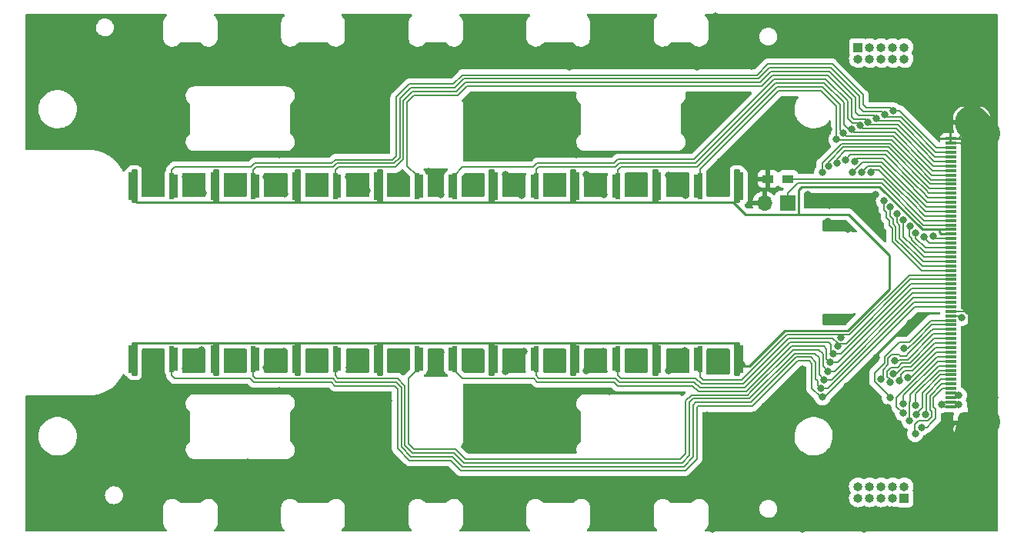
<source format=gtl>
G04 #@! TF.GenerationSoftware,KiCad,Pcbnew,(6.0.5-0)*
G04 #@! TF.CreationDate,2023-01-18T02:45:55+09:00*
G04 #@! TF.ProjectId,photo-single,70686f74-6f2d-4736-996e-676c652e6b69,rev?*
G04 #@! TF.SameCoordinates,Original*
G04 #@! TF.FileFunction,Copper,L1,Top*
G04 #@! TF.FilePolarity,Positive*
%FSLAX46Y46*%
G04 Gerber Fmt 4.6, Leading zero omitted, Abs format (unit mm)*
G04 Created by KiCad (PCBNEW (6.0.5-0)) date 2023-01-18 02:45:55*
%MOMM*%
%LPD*%
G01*
G04 APERTURE LIST*
G04 Aperture macros list*
%AMRoundRect*
0 Rectangle with rounded corners*
0 $1 Rounding radius*
0 $2 $3 $4 $5 $6 $7 $8 $9 X,Y pos of 4 corners*
0 Add a 4 corners polygon primitive as box body*
4,1,4,$2,$3,$4,$5,$6,$7,$8,$9,$2,$3,0*
0 Add four circle primitives for the rounded corners*
1,1,$1+$1,$2,$3*
1,1,$1+$1,$4,$5*
1,1,$1+$1,$6,$7*
1,1,$1+$1,$8,$9*
0 Add four rect primitives between the rounded corners*
20,1,$1+$1,$2,$3,$4,$5,0*
20,1,$1+$1,$4,$5,$6,$7,0*
20,1,$1+$1,$6,$7,$8,$9,0*
20,1,$1+$1,$8,$9,$2,$3,0*%
G04 Aperture macros list end*
G04 #@! TA.AperFunction,SMDPad,CuDef*
%ADD10RoundRect,0.030000X0.265000X1.780000X-0.265000X1.780000X-0.265000X-1.780000X0.265000X-1.780000X0*%
G04 #@! TD*
G04 #@! TA.AperFunction,SMDPad,CuDef*
%ADD11RoundRect,0.180000X0.270000X1.370000X-0.270000X1.370000X-0.270000X-1.370000X0.270000X-1.370000X0*%
G04 #@! TD*
G04 #@! TA.AperFunction,SMDPad,CuDef*
%ADD12RoundRect,0.030000X0.205000X1.420000X-0.205000X1.420000X-0.205000X-1.420000X0.205000X-1.420000X0*%
G04 #@! TD*
G04 #@! TA.AperFunction,SMDPad,CuDef*
%ADD13RoundRect,0.180000X0.270000X1.120000X-0.270000X1.120000X-0.270000X-1.120000X0.270000X-1.120000X0*%
G04 #@! TD*
G04 #@! TA.AperFunction,SMDPad,CuDef*
%ADD14RoundRect,0.030000X-0.265000X-1.780000X0.265000X-1.780000X0.265000X1.780000X-0.265000X1.780000X0*%
G04 #@! TD*
G04 #@! TA.AperFunction,SMDPad,CuDef*
%ADD15RoundRect,0.180000X-0.270000X-1.370000X0.270000X-1.370000X0.270000X1.370000X-0.270000X1.370000X0*%
G04 #@! TD*
G04 #@! TA.AperFunction,SMDPad,CuDef*
%ADD16RoundRect,0.180000X-0.270000X-1.120000X0.270000X-1.120000X0.270000X1.120000X-0.270000X1.120000X0*%
G04 #@! TD*
G04 #@! TA.AperFunction,SMDPad,CuDef*
%ADD17RoundRect,0.030000X-0.205000X-1.420000X0.205000X-1.420000X0.205000X1.420000X-0.205000X1.420000X0*%
G04 #@! TD*
G04 #@! TA.AperFunction,ComponentPad*
%ADD18R,1.700000X1.700000*%
G04 #@! TD*
G04 #@! TA.AperFunction,ComponentPad*
%ADD19O,1.700000X1.700000*%
G04 #@! TD*
G04 #@! TA.AperFunction,ComponentPad*
%ADD20R,1.000000X1.000000*%
G04 #@! TD*
G04 #@! TA.AperFunction,ComponentPad*
%ADD21O,1.000000X1.000000*%
G04 #@! TD*
G04 #@! TA.AperFunction,SMDPad,CuDef*
%ADD22RoundRect,0.072295X0.552705X-0.072295X0.552705X0.072295X-0.552705X0.072295X-0.552705X-0.072295X0*%
G04 #@! TD*
G04 #@! TA.AperFunction,SMDPad,CuDef*
%ADD23RoundRect,0.600000X0.899999X-0.600000X0.899999X0.600000X-0.899999X0.600000X-0.899999X-0.600000X0*%
G04 #@! TD*
G04 #@! TA.AperFunction,SMDPad,CuDef*
%ADD24R,1.200000X0.900000*%
G04 #@! TD*
G04 #@! TA.AperFunction,ViaPad*
%ADD25C,0.800000*%
G04 #@! TD*
G04 #@! TA.AperFunction,Conductor*
%ADD26C,0.210820*%
G04 #@! TD*
G04 #@! TA.AperFunction,Conductor*
%ADD27C,2.286000*%
G04 #@! TD*
G04 #@! TA.AperFunction,Conductor*
%ADD28C,3.810000*%
G04 #@! TD*
G04 #@! TA.AperFunction,Conductor*
%ADD29C,0.250000*%
G04 #@! TD*
G04 APERTURE END LIST*
D10*
X136812219Y-92502066D03*
D11*
X137032219Y-92502066D03*
D12*
X132717219Y-92502066D03*
D13*
X132502219Y-92502066D03*
D11*
X128032219Y-92502066D03*
D10*
X127812219Y-92502066D03*
D13*
X123502219Y-92502066D03*
D12*
X123717219Y-92502066D03*
D10*
X118812219Y-92502066D03*
D11*
X119032219Y-92502066D03*
D13*
X114502219Y-92502066D03*
D12*
X114717219Y-92502066D03*
D14*
X106502211Y-92502066D03*
D15*
X106282211Y-92502066D03*
D16*
X110812211Y-92502066D03*
D17*
X110597211Y-92502066D03*
D14*
X97502211Y-92502066D03*
D15*
X97282211Y-92502066D03*
D16*
X101812211Y-92502066D03*
D17*
X101597211Y-92502066D03*
D14*
X88502211Y-92502066D03*
D15*
X88282211Y-92502066D03*
D16*
X92812211Y-92502066D03*
D17*
X92597211Y-92502066D03*
D14*
X79502211Y-92502066D03*
D15*
X79282211Y-92502066D03*
D16*
X83812211Y-92502066D03*
D17*
X83597211Y-92502066D03*
D14*
X97502211Y-111501633D03*
D15*
X97282211Y-111501633D03*
D16*
X101812211Y-111501633D03*
D17*
X101597211Y-111501633D03*
D15*
X88282211Y-111501633D03*
D14*
X88502211Y-111501633D03*
D17*
X92597211Y-111501633D03*
D16*
X92812211Y-111501633D03*
D15*
X79282211Y-111501633D03*
D14*
X79502211Y-111501633D03*
D16*
X83812211Y-111501633D03*
D17*
X83597211Y-111501633D03*
D14*
X106502211Y-111501633D03*
D15*
X106282211Y-111501633D03*
D16*
X110812211Y-111501633D03*
D17*
X110597211Y-111501633D03*
D10*
X118812219Y-111501635D03*
D11*
X119032219Y-111501635D03*
D12*
X114717219Y-111501635D03*
D13*
X114502219Y-111501635D03*
D10*
X127812219Y-111501633D03*
D11*
X128032219Y-111501633D03*
D13*
X123502219Y-111501633D03*
D12*
X123717219Y-111501633D03*
D10*
X136812219Y-111501633D03*
D11*
X137032219Y-111501633D03*
D13*
X132502219Y-111501633D03*
D12*
X132717219Y-111501633D03*
D11*
X146032219Y-92502054D03*
D10*
X145812219Y-92502054D03*
D12*
X141717219Y-92502054D03*
D13*
X141502219Y-92502054D03*
D18*
X151385000Y-94360000D03*
D19*
X148845000Y-94360000D03*
D20*
X159141000Y-77187000D03*
D21*
X159141000Y-78457000D03*
X160411000Y-77187000D03*
X160411000Y-78457000D03*
X161681000Y-77187000D03*
X161681000Y-78457000D03*
X162951000Y-77187000D03*
X162951000Y-78457000D03*
X164221000Y-77187000D03*
X164221000Y-78457000D03*
X159141000Y-125543000D03*
X159141000Y-126813000D03*
X160411000Y-125543000D03*
X160411000Y-126813000D03*
X161681000Y-125543000D03*
X161681000Y-126813000D03*
X162951000Y-125543000D03*
X162951000Y-126813000D03*
X164221000Y-125543000D03*
D20*
X164221000Y-126813000D03*
D10*
X145812219Y-111501633D03*
D11*
X146032219Y-111501633D03*
D12*
X141717219Y-111501633D03*
D13*
X141502219Y-111501633D03*
D22*
X169309993Y-116750000D03*
X169309993Y-116250000D03*
X169309993Y-115750000D03*
X169309993Y-115250000D03*
X169309993Y-114750000D03*
X169309993Y-114250000D03*
X169309993Y-113750001D03*
X169309993Y-113249999D03*
X169309993Y-112750000D03*
X169309993Y-112249999D03*
X169309993Y-111750000D03*
X169309993Y-111250001D03*
X169309993Y-110749999D03*
X169309993Y-110250000D03*
X169309993Y-109749999D03*
X169309993Y-109250000D03*
X169309993Y-108750001D03*
X169309993Y-108249999D03*
X169309993Y-107750000D03*
X169309993Y-107250001D03*
X169309993Y-106750000D03*
X169309993Y-106250001D03*
X169309993Y-105749999D03*
X169309993Y-105250000D03*
X169309993Y-104750001D03*
X169309993Y-104250000D03*
X169309993Y-103750001D03*
X169309993Y-103249999D03*
X169309993Y-102750000D03*
X169309993Y-102250001D03*
X169309993Y-101750000D03*
X169309993Y-101250001D03*
X169309993Y-100749999D03*
X169309993Y-100250000D03*
X169309993Y-99750001D03*
X169309993Y-99249999D03*
X169309993Y-98750000D03*
X169309993Y-98249999D03*
X169309993Y-97750000D03*
X169309993Y-97250001D03*
X169309993Y-96749999D03*
X169309993Y-96250000D03*
X169309993Y-95749999D03*
X169309993Y-95250000D03*
X169309993Y-94750001D03*
X169309993Y-94249999D03*
X169309993Y-93750000D03*
X169309993Y-93249999D03*
X169309993Y-92750000D03*
X169309993Y-92250001D03*
X169309993Y-91749999D03*
X169309993Y-91250000D03*
X169309993Y-90750001D03*
X169309993Y-90250002D03*
X169309993Y-89750003D03*
X169309993Y-89250004D03*
X169309993Y-88750005D03*
X169309993Y-88250006D03*
X169309993Y-87750007D03*
X169309993Y-87250008D03*
D23*
X171634993Y-118550000D03*
X171634993Y-85450012D03*
D24*
X151430000Y-91670000D03*
X149230000Y-91670000D03*
D25*
X161210000Y-82760000D03*
X140680000Y-88120000D03*
X120356000Y-112860000D03*
X79826000Y-78460000D03*
X129206000Y-112750000D03*
X126157211Y-111501633D03*
X153970000Y-90650000D03*
X85226000Y-77230000D03*
X79826000Y-85270000D03*
X95426000Y-114990000D03*
X92066000Y-81010000D03*
X104416000Y-121150000D03*
X146710000Y-120630000D03*
X113176000Y-110720000D03*
X147410000Y-79240000D03*
X157920000Y-114480000D03*
X120316000Y-91190000D03*
X117157211Y-111501633D03*
X82286000Y-129840000D03*
X81157211Y-92502066D03*
X156090000Y-77960000D03*
X169380000Y-118760000D03*
X162430000Y-116840000D03*
X68046000Y-80900000D03*
X82126000Y-74190000D03*
X121786000Y-118080000D03*
X68326000Y-87990000D03*
X156350000Y-107170000D03*
X119946000Y-85800000D03*
X79096000Y-119080000D03*
X99157211Y-111501633D03*
X68286000Y-116200000D03*
X147040000Y-86760000D03*
X126157211Y-92502066D03*
X138256000Y-112810000D03*
X79286000Y-126340000D03*
X116476000Y-82730000D03*
X143920000Y-89790000D03*
X113246000Y-93380000D03*
X72226000Y-86490000D03*
X116156000Y-74300000D03*
X130316000Y-74160000D03*
X162850000Y-128150000D03*
X173670000Y-130080000D03*
X95366000Y-124610000D03*
X131086000Y-110650000D03*
X99216000Y-77260000D03*
X91946000Y-122890000D03*
X124746000Y-85540000D03*
X159610000Y-117940000D03*
X142470000Y-117700000D03*
X112046000Y-113060000D03*
X143456000Y-73770000D03*
X155790000Y-96380000D03*
X83696000Y-122620000D03*
X165100000Y-74220000D03*
X165930000Y-78340000D03*
X169320000Y-81800000D03*
X171580000Y-121560000D03*
X136166000Y-76140000D03*
X131716000Y-115060000D03*
X127506000Y-120910000D03*
X75176000Y-87990000D03*
X111846000Y-90860000D03*
X97876000Y-121150000D03*
X103136000Y-112460000D03*
X107156000Y-87790000D03*
X151080000Y-83060000D03*
X155920000Y-86190000D03*
X174106000Y-99840000D03*
X140076000Y-110580000D03*
X152990000Y-130260000D03*
X155640000Y-88020000D03*
X170960000Y-103470000D03*
X153020000Y-112630000D03*
X85086000Y-91460000D03*
X135157211Y-92502066D03*
X118956000Y-126640000D03*
X153580000Y-93370000D03*
X90157211Y-111501633D03*
X103016000Y-91490000D03*
X161030000Y-93410000D03*
X94036000Y-91430000D03*
X148840000Y-116670000D03*
X101506000Y-88420000D03*
X108157211Y-111501633D03*
X95466000Y-88960000D03*
X125826000Y-124780000D03*
X116476000Y-88840000D03*
X99366000Y-126630000D03*
X166880000Y-129990000D03*
X112516000Y-77130000D03*
X170200000Y-126280000D03*
X174036000Y-92960000D03*
X122326000Y-110690000D03*
X163060000Y-119500000D03*
X78276000Y-114230000D03*
X171060000Y-111530000D03*
X87046000Y-93230000D03*
X122196000Y-76400000D03*
X139560000Y-126170000D03*
X135157211Y-111501633D03*
X146320000Y-82470000D03*
X83976000Y-114920000D03*
X86906000Y-110530000D03*
X114176000Y-80230000D03*
X75226000Y-81230000D03*
X116436000Y-115250000D03*
X108157211Y-92502066D03*
X85686000Y-126710000D03*
X74336000Y-122960000D03*
X117157211Y-92502066D03*
X144157211Y-92502066D03*
X74586000Y-129870000D03*
X150390000Y-90520000D03*
X128126000Y-88960000D03*
X173810000Y-86930000D03*
X173750000Y-74600000D03*
X68006000Y-130000000D03*
X101236000Y-115670000D03*
X144157211Y-111501633D03*
X103396000Y-74130000D03*
X131126000Y-93430000D03*
X157370000Y-74170000D03*
X90157211Y-92502066D03*
X127376000Y-79320000D03*
X113606000Y-123770000D03*
X149640000Y-88510000D03*
X106416000Y-124550000D03*
X156110000Y-126700000D03*
X161120000Y-111360000D03*
X158030000Y-97200000D03*
X127586000Y-82580000D03*
X155970000Y-94610000D03*
X164890000Y-107580000D03*
X92046000Y-74320000D03*
X107436000Y-116050000D03*
X135716000Y-130040000D03*
X152580000Y-122230000D03*
X138316000Y-91320000D03*
X147160000Y-126260000D03*
X133366000Y-126250000D03*
X92106000Y-128550000D03*
X143136000Y-130260000D03*
X68096000Y-74380000D03*
X75136000Y-74380000D03*
X74336000Y-116200000D03*
X116406000Y-120970000D03*
X140106000Y-93470000D03*
X104956000Y-110840000D03*
X81157211Y-111501633D03*
X173420000Y-79280000D03*
X96036000Y-93290000D03*
X95946000Y-110700000D03*
X127446000Y-115340000D03*
X99157211Y-92502066D03*
X71416000Y-126760000D03*
X154850000Y-117400000D03*
X121626000Y-129550000D03*
X169670000Y-76670000D03*
X129256000Y-91200000D03*
X94006000Y-112470000D03*
X174006000Y-107540000D03*
X159630000Y-122240000D03*
X174146000Y-115720000D03*
X85066000Y-112530000D03*
X159750000Y-130210000D03*
X68246000Y-123040000D03*
X140920000Y-82470000D03*
X142240000Y-123040000D03*
X84426000Y-81560000D03*
X122096000Y-93480000D03*
X174020000Y-121310000D03*
X105066000Y-92980000D03*
X147480000Y-91370000D03*
X85596000Y-89120000D03*
X165850000Y-125600000D03*
X152220000Y-86450000D03*
X104216000Y-84710000D03*
X97736000Y-81890000D03*
X141390000Y-79340000D03*
X107816000Y-81650000D03*
X106456000Y-128500000D03*
X151800000Y-74800000D03*
X71426000Y-77710000D03*
X157210000Y-109117700D03*
X155170000Y-90961890D03*
X156863128Y-110058493D03*
X155878782Y-90252637D03*
X156378499Y-110936301D03*
X156833934Y-89947522D03*
X157755091Y-89551439D03*
X156030522Y-111876686D03*
X158756594Y-89722966D03*
X155785226Y-112848922D03*
X155378685Y-113765511D03*
X158510000Y-90930000D03*
X159548462Y-90933953D03*
X155011480Y-114698556D03*
X160562410Y-90963586D03*
X155210000Y-115700000D03*
X156763651Y-87334288D03*
X161988187Y-94059182D03*
X162697205Y-94768199D03*
X157494769Y-86648082D03*
X163390240Y-95492847D03*
X158410243Y-86239035D03*
X159322115Y-85822021D03*
X164114887Y-96185882D03*
X164823905Y-96894900D03*
X160231318Y-85399220D03*
X165477311Y-97655472D03*
X161146026Y-84988463D03*
X162057651Y-84570910D03*
X166397891Y-98052890D03*
X162970959Y-84157050D03*
X167397770Y-97977701D03*
X170200000Y-116500000D03*
X170500975Y-106958111D03*
X168360000Y-116530000D03*
X170210337Y-115497351D03*
X162654705Y-115761029D03*
X164214527Y-110361218D03*
X161672594Y-113715142D03*
X163154010Y-111727617D03*
X162648263Y-114070224D03*
X163031982Y-113143848D03*
X163652771Y-113931270D03*
X164070936Y-116440535D03*
X164070936Y-117443238D03*
X165487167Y-116588110D03*
X164818254Y-118311810D03*
X165417907Y-119735338D03*
X166116689Y-119016231D03*
X166530229Y-117600000D03*
X165527531Y-117603052D03*
X164566223Y-113517730D03*
D26*
X110597211Y-92502066D02*
X110597211Y-91321211D01*
X109516000Y-83200000D02*
X110226000Y-82490000D01*
X109516000Y-90240000D02*
X109516000Y-83200000D01*
X158668734Y-85113900D02*
X159945998Y-85113900D01*
X110226000Y-82490000D02*
X115106000Y-82490000D01*
X110597211Y-91321211D02*
X109516000Y-90240000D01*
X115106000Y-82490000D02*
X116116000Y-81480000D01*
X116116000Y-81480000D02*
X148516666Y-81480000D01*
X155760674Y-80275841D02*
X158417807Y-82932974D01*
X148516666Y-81480000D02*
X149720826Y-80275841D01*
X149720826Y-80275841D02*
X155760674Y-80275841D01*
X158417807Y-82932974D02*
X158417808Y-82938473D01*
X158417808Y-82938473D02*
X158417811Y-84862977D01*
X158417811Y-84862977D02*
X158668734Y-85113900D01*
X159945998Y-85113900D02*
X160231318Y-85399220D01*
X101597211Y-92502066D02*
X101597211Y-90728789D01*
X109102460Y-83028707D02*
X110054705Y-82076461D01*
X101942064Y-90383936D02*
X108237230Y-90383936D01*
X101597211Y-90728789D02*
X101942064Y-90383936D01*
X158831347Y-84341347D02*
X159181099Y-84691099D01*
X108237230Y-90383936D02*
X109102460Y-89518706D01*
X114934706Y-82076460D02*
X115944705Y-81066461D01*
X115944705Y-81066461D02*
X148345372Y-81066460D01*
X148345372Y-81066460D02*
X149549531Y-79862302D01*
X110054705Y-82076461D02*
X114934706Y-82076460D01*
X149549531Y-79862302D02*
X155931969Y-79862302D01*
X109102460Y-89518706D02*
X109102460Y-83028707D01*
X155931969Y-79862302D02*
X158831347Y-82761680D01*
X158831347Y-82761680D02*
X158831347Y-84341347D01*
X159181099Y-84691099D02*
X160848662Y-84691099D01*
X160848662Y-84691099D02*
X161146026Y-84988463D01*
X83597211Y-92502066D02*
X83597211Y-90678789D01*
X107879144Y-89556856D02*
X108275380Y-89160620D01*
X159658427Y-82419092D02*
X159658427Y-83518427D01*
X108275380Y-89160620D02*
X108275380Y-82686116D01*
X83597211Y-90678789D02*
X83892064Y-90383936D01*
X114592119Y-81249380D02*
X115602118Y-80239381D01*
X161531231Y-83862789D02*
X162676698Y-83862789D01*
X92700771Y-89970396D02*
X101185937Y-89970396D01*
X101599476Y-89556857D02*
X107879144Y-89556856D01*
X108275380Y-82686116D02*
X109712115Y-81249381D01*
X160004020Y-83864020D02*
X161530000Y-83864020D01*
X83892064Y-90383936D02*
X92287231Y-90383936D01*
X156274559Y-79035224D02*
X159658427Y-82419092D01*
X159658427Y-83518427D02*
X160004020Y-83864020D01*
X92287231Y-90383936D02*
X92700771Y-89970396D01*
X101185937Y-89970396D02*
X101599476Y-89556857D01*
X109712115Y-81249381D02*
X114592119Y-81249380D01*
X115602118Y-80239381D02*
X148002784Y-80239380D01*
X148002784Y-80239380D02*
X149206941Y-79035223D01*
X149206941Y-79035223D02*
X156274559Y-79035224D01*
X161530000Y-83864020D02*
X161531231Y-83862789D01*
X162676698Y-83862789D02*
X162970959Y-84157050D01*
D27*
X172270000Y-86085019D02*
X171634993Y-85450012D01*
D26*
X169310000Y-87750000D02*
X171637000Y-87750000D01*
D27*
X171990000Y-118550000D02*
X172270000Y-118270000D01*
X171634993Y-85450012D02*
X171634993Y-105623320D01*
D26*
X172546001Y-106250001D02*
X172786000Y-106490000D01*
D27*
X172270000Y-118270000D02*
X172270000Y-86085019D01*
D28*
X172786000Y-118419000D02*
X171635000Y-119570000D01*
D26*
X170205992Y-87250008D02*
X171635000Y-85821000D01*
X169309993Y-106250001D02*
X172546001Y-106250001D01*
D27*
X171634993Y-118550000D02*
X171990000Y-118550000D01*
D26*
X169309993Y-87250008D02*
X170205992Y-87250008D01*
D28*
X171635000Y-85450000D02*
X172786000Y-86601000D01*
D26*
X171637000Y-88770000D02*
X172786000Y-87621000D01*
X141717219Y-113477883D02*
X141717219Y-111501633D01*
X164782537Y-102250001D02*
X158209408Y-108823130D01*
X155170000Y-89960000D02*
X155170000Y-90961890D01*
X165255665Y-90404335D02*
X162625566Y-87774236D01*
X151272870Y-108823130D02*
X146286000Y-113810000D01*
X156810000Y-88320000D02*
X155170000Y-89960000D01*
X156676870Y-108823130D02*
X151272870Y-108823130D01*
X162625566Y-87774236D02*
X161375764Y-87774236D01*
X167101332Y-92250001D02*
X165255665Y-90404335D01*
X157263130Y-108823130D02*
X156676870Y-108823130D01*
X158209408Y-108823130D02*
X157263130Y-108823130D01*
X146285754Y-113809754D02*
X142049090Y-113809754D01*
X146286000Y-113810000D02*
X146285754Y-113809754D01*
X142049090Y-113809754D02*
X141717219Y-113477883D01*
X157210000Y-108876260D02*
X157263130Y-108823130D01*
X157210000Y-109117700D02*
X157210000Y-108876260D01*
X169309993Y-92250001D02*
X167101332Y-92250001D01*
X157355764Y-87774236D02*
X156810000Y-88320000D01*
X169309993Y-102250001D02*
X164782537Y-102250001D01*
X161375764Y-87774236D02*
X157355764Y-87774236D01*
X156863128Y-109772263D02*
X156327534Y-109236669D01*
X151444164Y-109236670D02*
X156327534Y-109236669D01*
X156863128Y-110058493D02*
X156863128Y-109772263D01*
X151444164Y-109236670D02*
X146457295Y-114223539D01*
X157791551Y-109825821D02*
X156916686Y-109825821D01*
X146457295Y-114223539D02*
X141878041Y-114223539D01*
X164867372Y-102750000D02*
X157791551Y-109825821D01*
X169309993Y-102750000D02*
X164867372Y-102750000D01*
X156916686Y-109825821D02*
X156863128Y-109879379D01*
X162454272Y-88187776D02*
X167016498Y-92750000D01*
X155878782Y-90252637D02*
X155878782Y-89836052D01*
X157527058Y-88187776D02*
X162454272Y-88187776D01*
X133035763Y-113619763D02*
X132717219Y-113301219D01*
X167016498Y-92750000D02*
X169309993Y-92750000D01*
X156863128Y-109879379D02*
X156863128Y-110058493D01*
X141274266Y-113619763D02*
X133035763Y-113619763D01*
X132717219Y-113301219D02*
X132717219Y-111501633D01*
X141878041Y-114223539D02*
X141274266Y-113619763D01*
X155878782Y-89836052D02*
X157527058Y-88187776D01*
X146628588Y-114637079D02*
X141706746Y-114637078D01*
X156155007Y-109895007D02*
X155910209Y-109650209D01*
X156155007Y-110712809D02*
X156155007Y-109895007D01*
X156833934Y-89465734D02*
X156833934Y-89947522D01*
X157698352Y-88601316D02*
X156833934Y-89465734D01*
X124005763Y-113619763D02*
X123717219Y-113331219D01*
X166931661Y-93249999D02*
X166931661Y-93249996D01*
X165315831Y-91634169D02*
X162282978Y-88601316D01*
X156378499Y-110936301D02*
X156155007Y-110712809D01*
X157265905Y-110936301D02*
X156378499Y-110936301D01*
X132450930Y-113619763D02*
X124005763Y-113619763D01*
X166602958Y-92921293D02*
X165315831Y-91634169D01*
X169309993Y-93249999D02*
X166931661Y-93249999D01*
X155910209Y-109650209D02*
X151615458Y-109650210D01*
X162282978Y-88601316D02*
X157698352Y-88601316D01*
X123717219Y-113331219D02*
X123717219Y-111501633D01*
X164952207Y-103249999D02*
X157265905Y-110936301D01*
X151615458Y-109650210D02*
X146628588Y-114637079D01*
X141102973Y-114033303D02*
X132864470Y-114033303D01*
X132864470Y-114033303D02*
X132450930Y-113619763D01*
X169309993Y-103249999D02*
X164952207Y-103249999D01*
X141706746Y-114637078D02*
X141102973Y-114033303D01*
X166931661Y-93249996D02*
X166602958Y-92921293D01*
X141535455Y-115050619D02*
X140931679Y-114446843D01*
X162111684Y-89014856D02*
X158291674Y-89014856D01*
X123834470Y-114033303D02*
X123420932Y-113619765D01*
X155670378Y-111516542D02*
X155670378Y-110390378D01*
X156910353Y-111876686D02*
X156030522Y-111876686D01*
X165363414Y-92266586D02*
X162111684Y-89014856D01*
X166846828Y-93750000D02*
X166846828Y-93749997D01*
X166846828Y-93749997D02*
X166189419Y-93092588D01*
X165037039Y-103750001D02*
X156910353Y-111876686D01*
X166189419Y-93092588D02*
X165363414Y-92266586D01*
X158291674Y-89014856D02*
X157755091Y-89551439D01*
X146799881Y-115050619D02*
X141535455Y-115050619D01*
X140931679Y-114446843D02*
X132662843Y-114446843D01*
X114502219Y-112566219D02*
X114502219Y-111501635D01*
X156030522Y-111876686D02*
X155670378Y-111516542D01*
X132662843Y-114446843D02*
X132249303Y-114033303D01*
X132249303Y-114033303D02*
X123834470Y-114033303D01*
X115555765Y-113619765D02*
X114502219Y-112566219D01*
X169309993Y-93750000D02*
X166846828Y-93750000D01*
X151786752Y-110063750D02*
X146799881Y-115050619D01*
X123420932Y-113619765D02*
X115555765Y-113619765D01*
X155343749Y-110063749D02*
X151786752Y-110063750D01*
X155670378Y-110390378D02*
X155343749Y-110063749D01*
X169309993Y-103750001D02*
X165037039Y-103750001D01*
X147327667Y-115107667D02*
X151958044Y-110477290D01*
X115906000Y-122520000D02*
X114826000Y-121440000D01*
X166749999Y-94249999D02*
X165270000Y-92770000D01*
X140136000Y-121970000D02*
X139586000Y-122520000D01*
X165270000Y-92770000D02*
X165270000Y-92760000D01*
X114826000Y-121440000D02*
X110276000Y-121440000D01*
X146971174Y-115464159D02*
X140801841Y-115464159D01*
X155256838Y-110940000D02*
X154794127Y-110477289D01*
X155785226Y-112848922D02*
X155256839Y-112320535D01*
X155256839Y-112320535D02*
X155256838Y-110940000D01*
X161938396Y-89428396D02*
X159051164Y-89428396D01*
X110597211Y-112728789D02*
X110597211Y-111501633D01*
X169309993Y-104250000D02*
X165121873Y-104250000D01*
X139586000Y-122520000D02*
X115906000Y-122520000D01*
X109686000Y-120850000D02*
X109686000Y-113640000D01*
X140801841Y-115464159D02*
X140136000Y-116130000D01*
X165121873Y-104250000D02*
X156522950Y-112848922D01*
X109686000Y-113640000D02*
X110597211Y-112728789D01*
X110276000Y-121440000D02*
X109686000Y-120850000D01*
X169309993Y-94249999D02*
X166749999Y-94249999D01*
X140136000Y-116130000D02*
X140136000Y-121970000D01*
X159051164Y-89428396D02*
X158756594Y-89722966D01*
X165270000Y-92760000D02*
X161938396Y-89428396D01*
X147327667Y-115107667D02*
X146971174Y-115464159D01*
X156522950Y-112848922D02*
X155785226Y-112848922D01*
X154794127Y-110477289D02*
X151958044Y-110477290D01*
X154843300Y-113230126D02*
X154843298Y-111370000D01*
X115734707Y-122933540D02*
X114654707Y-121853540D01*
X109272460Y-121021293D02*
X109272460Y-114451294D01*
X154370829Y-110890829D02*
X154370000Y-110890829D01*
X139757293Y-122933540D02*
X115734707Y-122933540D01*
X166331292Y-94421292D02*
X166331292Y-94416126D01*
X140549540Y-122141293D02*
X139757293Y-122933540D01*
X108440929Y-113619763D02*
X101905763Y-113619763D01*
X101905763Y-113619763D02*
X101597211Y-113311211D01*
X109272460Y-114451294D02*
X108440929Y-113619763D01*
X154843298Y-111370000D02*
X154843298Y-111363298D01*
X101597211Y-113311211D02*
X101597211Y-111501633D01*
X166331292Y-94416126D02*
X161757103Y-89841936D01*
X140549540Y-116301294D02*
X140549540Y-122141293D01*
X154370829Y-110890829D02*
X152129338Y-110890830D01*
X114654707Y-121853540D02*
X110104707Y-121853540D01*
X166336459Y-94421292D02*
X166331292Y-94421292D01*
X140973135Y-115877699D02*
X140549540Y-116301294D01*
X169309993Y-94750001D02*
X166665167Y-94750001D01*
X159130497Y-90350498D02*
X158550995Y-90930000D01*
X154843298Y-111363298D02*
X154370829Y-110890829D01*
X161757103Y-89841936D02*
X159639059Y-89841936D01*
X110104707Y-121853540D02*
X109272460Y-121021293D01*
X166665167Y-94750001D02*
X166336459Y-94421292D01*
X165206706Y-104750001D02*
X156191195Y-113765511D01*
X152129338Y-110890830D02*
X147142467Y-115877699D01*
X154370000Y-110890829D02*
X154843298Y-111370000D01*
X155378685Y-113765511D02*
X154843300Y-113230126D01*
X147142467Y-115877699D02*
X140973135Y-115877699D01*
X159639059Y-89841936D02*
X159130497Y-90350498D01*
X158550995Y-90930000D02*
X158510000Y-90930000D01*
X156191195Y-113765511D02*
X155378685Y-113765511D01*
X169309993Y-104750001D02*
X165206706Y-104750001D01*
X169309993Y-105250000D02*
X165291541Y-105250000D01*
X166575167Y-95250000D02*
X165105166Y-93779999D01*
X152300632Y-111304370D02*
X153914128Y-111304370D01*
X92597211Y-113401211D02*
X92815763Y-113619763D01*
X165105166Y-93774833D02*
X163690333Y-92360000D01*
X165105166Y-93779999D02*
X165105166Y-93774833D01*
X140963080Y-116592920D02*
X141264761Y-116291239D01*
X147708590Y-115896412D02*
X152300632Y-111304370D01*
X169309993Y-95250000D02*
X166575167Y-95250000D01*
X108858920Y-121192586D02*
X109933412Y-122267079D01*
X154670564Y-113920000D02*
X154670564Y-114357640D01*
X139928586Y-123347080D02*
X140963079Y-122312588D01*
X109933412Y-122267079D02*
X114483414Y-122267080D01*
X141264761Y-116291239D02*
X147313760Y-116291239D01*
X92597211Y-111501633D02*
X92597211Y-113401211D01*
X114483414Y-122267080D02*
X115563414Y-123347080D01*
X161585809Y-90255476D02*
X160226939Y-90255476D01*
X101734470Y-114033303D02*
X108269635Y-114033303D01*
X101320930Y-113619763D02*
X101734470Y-114033303D01*
X154429761Y-113679197D02*
X154670564Y-113920000D01*
X108269635Y-114033303D02*
X108858920Y-114622588D01*
X163690333Y-92360000D02*
X161585809Y-90255476D01*
X108858920Y-114622588D02*
X108858920Y-121192586D01*
X165291541Y-105250000D02*
X155842984Y-114698556D01*
X154429759Y-111820001D02*
X154429761Y-113679197D01*
X147313760Y-116291239D02*
X147708590Y-115896412D01*
X92815763Y-113619763D02*
X101320930Y-113619763D01*
X115563414Y-123347080D02*
X139928586Y-123347080D01*
X153914128Y-111304370D02*
X154429759Y-111820001D01*
X140963079Y-122312588D02*
X140963080Y-116592920D01*
X160226939Y-90255476D02*
X159548462Y-90933953D01*
X154670564Y-114357640D02*
X155011480Y-114698556D01*
X155842984Y-114698556D02*
X155011480Y-114698556D01*
X83597211Y-113331211D02*
X83597211Y-111501633D01*
X169309993Y-105749999D02*
X165376376Y-105749999D01*
X166490333Y-95749999D02*
X164935167Y-94194833D01*
X108445381Y-121363882D02*
X108445381Y-114793883D01*
X140099879Y-123760620D02*
X115392119Y-123760619D01*
X108445381Y-114793883D02*
X108098341Y-114446843D01*
X154016222Y-114704733D02*
X154016219Y-112000000D01*
X101563177Y-114446843D02*
X101149637Y-114033303D01*
X169309993Y-95749999D02*
X166490333Y-95749999D01*
X115392119Y-123760619D02*
X114312120Y-122680620D01*
X83885763Y-113619763D02*
X83597211Y-113331211D01*
X109762117Y-122680618D02*
X108445381Y-121363882D01*
X160856980Y-90669016D02*
X160562410Y-90963586D01*
X154016219Y-112000000D02*
X153734129Y-111717910D01*
X161414515Y-90669016D02*
X160856980Y-90669016D01*
X147485053Y-116704779D02*
X147485051Y-116704777D01*
X163513874Y-92773540D02*
X163513874Y-92768375D01*
X163513874Y-92768375D02*
X161414515Y-90669016D01*
X155011489Y-115700000D02*
X154016222Y-114704733D01*
X155210000Y-115700000D02*
X155011489Y-115700000D01*
X165376376Y-105749999D02*
X155426374Y-115700000D01*
X108098341Y-114446843D02*
X101563177Y-114446843D01*
X92644470Y-114033303D02*
X92230930Y-113619763D01*
X147485051Y-116704777D02*
X141531223Y-116704777D01*
X147879885Y-116309951D02*
X147485053Y-116704779D01*
X141376619Y-122483883D02*
X140099879Y-123760620D01*
X152471926Y-111717910D02*
X147879885Y-116309951D01*
X153734129Y-111717910D02*
X152471926Y-111717910D01*
X101149637Y-114033303D02*
X92644470Y-114033303D01*
X155426374Y-115700000D02*
X155210000Y-115700000D01*
X164935167Y-94194833D02*
X163513874Y-92773540D01*
X114312120Y-122680620D02*
X109762117Y-122680618D01*
X141531223Y-116704777D02*
X141376620Y-116859380D01*
X92230930Y-113619763D02*
X83885763Y-113619763D01*
X141376620Y-116859380D02*
X141376619Y-122483883D01*
X162579688Y-96821786D02*
X162579688Y-96268564D01*
X162874267Y-97116365D02*
X162579688Y-96821786D01*
X162874268Y-98530895D02*
X162874267Y-98530893D01*
X167186163Y-91749999D02*
X165513082Y-90076918D01*
X161989084Y-95061513D02*
X161989084Y-94060079D01*
X150406000Y-81930000D02*
X141717219Y-90618781D01*
X166093371Y-101750000D02*
X162874268Y-98530895D01*
X169309993Y-91749999D02*
X167186163Y-91749999D01*
X156763651Y-83623651D02*
X155070000Y-81930000D01*
X156763651Y-87334288D02*
X156763651Y-83623651D01*
X162268580Y-95957456D02*
X162268580Y-95341009D01*
X162874267Y-98530893D02*
X162874267Y-97116365D01*
X165513082Y-90076918D02*
X162796860Y-87360696D01*
X162579688Y-96268564D02*
X162268580Y-95957456D01*
X158950000Y-87360696D02*
X156790059Y-87360696D01*
X169309993Y-101750000D02*
X166093371Y-101750000D01*
X141717219Y-90618781D02*
X141717219Y-92502054D01*
X162268580Y-95341009D02*
X161989084Y-95061513D01*
X161989084Y-94060079D02*
X161988187Y-94059182D01*
X162796860Y-87360696D02*
X158950000Y-87360696D01*
X156790059Y-87360696D02*
X156763651Y-87334288D01*
X155070000Y-81930000D02*
X150406000Y-81930000D01*
X164079103Y-99150897D02*
X165849498Y-100921292D01*
X167270998Y-91250000D02*
X169309993Y-91250000D01*
X162993226Y-96097268D02*
X162993227Y-96650491D01*
X164079103Y-99150897D02*
X164079103Y-99150896D01*
X163287807Y-96945071D02*
X163287807Y-98359600D01*
X157494769Y-86648082D02*
X157177191Y-86330504D01*
X133006000Y-90370000D02*
X132717219Y-90658781D01*
X150234705Y-81516461D02*
X141381166Y-90370000D01*
X162993227Y-96650491D02*
X163287807Y-96945071D01*
X141381166Y-90370000D02*
X133006000Y-90370000D01*
X162697205Y-94768199D02*
X162682119Y-94783285D01*
X166178206Y-101250001D02*
X165849498Y-100921292D01*
X157494769Y-86648082D02*
X157793843Y-86947156D01*
X157177191Y-86330504D02*
X157177190Y-83452356D01*
X162682119Y-95786161D02*
X162993226Y-96097268D01*
X162682119Y-94783285D02*
X162682119Y-95786161D01*
X166178206Y-101250001D02*
X169309993Y-101250001D01*
X164079103Y-99150896D02*
X163287807Y-98359600D01*
X162968154Y-86947156D02*
X167270998Y-91250000D01*
X157177190Y-83452356D02*
X155241295Y-81516461D01*
X157793843Y-86947156D02*
X162968154Y-86947156D01*
X155241295Y-81516461D02*
X150234705Y-81516461D01*
X132717219Y-90658781D02*
X132717219Y-92502066D01*
X141209872Y-89956460D02*
X132834707Y-89956460D01*
X157590731Y-85710731D02*
X157590730Y-83281063D01*
X166422916Y-89817084D02*
X163129496Y-86523664D01*
X169309993Y-100749999D02*
X166263038Y-100749999D01*
X158701350Y-86530142D02*
X158410243Y-86239035D01*
X163701347Y-96773777D02*
X163406766Y-96479196D01*
X157590730Y-83281063D02*
X155412589Y-81102922D01*
X150063412Y-81102921D02*
X141209872Y-89956460D01*
X163406766Y-96479196D02*
X163406766Y-95509373D01*
X163129496Y-86523664D02*
X159770000Y-86523664D01*
X169309993Y-90750001D02*
X167355833Y-90750001D01*
X158410243Y-86239035D02*
X158119035Y-86239035D01*
X159763522Y-86530142D02*
X158701350Y-86530142D01*
X166263038Y-100749999D02*
X163701347Y-98188307D01*
X163701347Y-98188307D02*
X163701347Y-96773777D01*
X123972064Y-90383936D02*
X123717219Y-90638781D01*
X155412589Y-81102922D02*
X150063412Y-81102921D01*
X123717219Y-90638781D02*
X123717219Y-92502066D01*
X163406766Y-95509373D02*
X163390240Y-95492847D01*
X159770000Y-86523664D02*
X159763522Y-86530142D01*
X167355833Y-90750001D02*
X166422916Y-89817084D01*
X132834707Y-89956460D02*
X132407231Y-90383936D01*
X132407231Y-90383936D02*
X123972064Y-90383936D01*
X158119035Y-86239035D02*
X157590731Y-85710731D01*
X159322115Y-85822021D02*
X159031008Y-85530914D01*
X149892119Y-80689381D02*
X141038578Y-89542920D01*
X141038578Y-89542920D02*
X132663414Y-89542920D01*
X123800771Y-89970396D02*
X123387231Y-90383936D01*
X163300790Y-86110124D02*
X167440668Y-90250002D01*
X159322115Y-85822021D02*
X159610218Y-86110124D01*
X166347873Y-100250000D02*
X165193937Y-99096064D01*
X159031008Y-85530914D02*
X158500914Y-85530914D01*
X159610218Y-86110124D02*
X163300790Y-86110124D01*
X155826130Y-80931629D02*
X155583885Y-80689383D01*
X164114887Y-96185882D02*
X164114887Y-98017014D01*
X167440668Y-90250002D02*
X169309993Y-90250002D01*
X123387231Y-90383936D02*
X115622064Y-90383936D01*
X164114887Y-98017014D02*
X165193937Y-99096064D01*
X158004269Y-83109768D02*
X155826130Y-80931629D01*
X132663414Y-89542920D02*
X132235938Y-89970396D01*
X132235938Y-89970396D02*
X123800771Y-89970396D01*
X114717219Y-91288781D02*
X114717219Y-92502066D01*
X115622064Y-90383936D02*
X114717219Y-91288781D01*
X155583885Y-80689383D02*
X149892119Y-80689381D01*
X169309993Y-100250000D02*
X166347873Y-100250000D01*
X158500914Y-85530914D02*
X158004271Y-85034271D01*
X158004271Y-85034271D02*
X158004269Y-83109768D01*
X166432707Y-99750001D02*
X165052162Y-98369456D01*
X165042152Y-98221748D02*
X165052162Y-98221748D01*
X165052162Y-98369456D02*
X165052162Y-98221748D01*
X163468071Y-85692571D02*
X161800000Y-85692571D01*
X164823905Y-96894900D02*
X164769190Y-96949615D01*
X164769190Y-96949615D02*
X164769190Y-97948786D01*
X167525503Y-89750003D02*
X166190000Y-88414500D01*
X169309993Y-99750001D02*
X166432707Y-99750001D01*
X166190000Y-88414500D02*
X163468071Y-85692571D01*
X169309993Y-89750003D02*
X167525503Y-89750003D01*
X164769190Y-97948786D02*
X165042152Y-98221748D01*
X161795987Y-85696584D02*
X160528682Y-85696584D01*
X160528682Y-85696584D02*
X160231318Y-85399220D01*
X161800000Y-85692571D02*
X161795987Y-85696584D01*
X167610337Y-89250004D02*
X169309993Y-89250004D01*
X166517539Y-99249999D02*
X169309993Y-99249999D01*
X165477311Y-98209771D02*
X166517539Y-99249999D01*
X161146026Y-84988463D02*
X161436594Y-85279031D01*
X163639364Y-85279031D02*
X167610337Y-89250004D01*
X161436594Y-85279031D02*
X163639364Y-85279031D01*
X165477311Y-97655472D02*
X165477311Y-98209771D01*
X162057651Y-84570910D02*
X161764301Y-84277560D01*
X162860000Y-84865171D02*
X162351912Y-84865171D01*
X148174078Y-80652920D02*
X115773413Y-80652920D01*
X92872064Y-90383936D02*
X92597211Y-90658789D01*
X156103264Y-79448763D02*
X149378238Y-79448762D01*
X159244887Y-83834887D02*
X159244886Y-82590385D01*
X169309993Y-88750005D02*
X167695172Y-88750005D01*
X166397891Y-98128916D02*
X166397891Y-98052890D01*
X149378238Y-79448762D02*
X148174078Y-80652920D01*
X163810338Y-84865171D02*
X162860000Y-84865171D01*
X165100000Y-86154833D02*
X163810338Y-84865171D01*
X101357230Y-90383936D02*
X92872064Y-90383936D01*
X167018975Y-98750000D02*
X166397891Y-98128916D01*
X169309993Y-98750000D02*
X167018975Y-98750000D01*
X162351912Y-84865171D02*
X162057651Y-84570910D01*
X101770769Y-89970397D02*
X101357230Y-90383936D01*
X159687560Y-84277560D02*
X159244887Y-83834887D01*
X108065936Y-89970396D02*
X101770769Y-89970397D01*
X115773413Y-80652920D02*
X114763413Y-81662920D01*
X108688920Y-82857414D02*
X108688920Y-89347412D01*
X161764301Y-84277560D02*
X159687560Y-84277560D01*
X114763413Y-81662920D02*
X109883410Y-81662921D01*
X109883410Y-81662921D02*
X108688920Y-82857414D01*
X92597211Y-90658789D02*
X92597211Y-92502066D01*
X159244886Y-82590385D02*
X156103264Y-79448763D01*
X108688920Y-89347412D02*
X108065936Y-89970396D01*
X167695172Y-88750005D02*
X165100000Y-86154833D01*
X167397770Y-97977701D02*
X167670068Y-98249999D01*
X169309993Y-88250006D02*
X167780006Y-88250006D01*
X167780006Y-88250006D02*
X163687050Y-84157050D01*
X163687050Y-84157050D02*
X162970959Y-84157050D01*
X167670068Y-98249999D02*
X169309993Y-98249999D01*
X168580000Y-116750000D02*
X168360000Y-116530000D01*
X169309993Y-116250000D02*
X168640000Y-116250000D01*
X169309993Y-116750000D02*
X169950000Y-116750000D01*
X169309993Y-116250000D02*
X169950000Y-116250000D01*
X169950000Y-116750000D02*
X170200000Y-116500000D01*
X169950000Y-116250000D02*
X170200000Y-116500000D01*
X170292864Y-106750000D02*
X170500975Y-106958111D01*
X169309993Y-116750000D02*
X168580000Y-116750000D01*
X168640000Y-116250000D02*
X168360000Y-116530000D01*
X169309993Y-106750000D02*
X170292864Y-106750000D01*
X169309993Y-115250000D02*
X169962986Y-115250000D01*
X169957688Y-115750000D02*
X170210337Y-115497351D01*
X169309993Y-115750000D02*
X169957688Y-115750000D01*
X169962986Y-115250000D02*
X170210337Y-115497351D01*
X151470000Y-91710000D02*
X151430000Y-91670000D01*
X161865501Y-91710000D02*
X151470000Y-91710000D01*
X166405501Y-96250000D02*
X161865501Y-91710000D01*
X169309993Y-96250000D02*
X166405501Y-96250000D01*
X163642262Y-109653097D02*
X162032349Y-111263010D01*
X167157495Y-107250001D02*
X167157495Y-107250005D01*
X162654705Y-115698688D02*
X162654705Y-115761029D01*
X161496783Y-112507944D02*
X160964473Y-113040254D01*
X162032349Y-111263010D02*
X162032349Y-111972378D01*
X160964473Y-114008456D02*
X162654705Y-115698688D01*
X169309993Y-107250001D02*
X167157495Y-107250001D01*
X164754403Y-109653097D02*
X163642262Y-109653097D01*
X160964473Y-113040254D02*
X160964473Y-114008456D01*
X167157495Y-107250005D02*
X164754403Y-109653097D01*
X162032349Y-111972378D02*
X161496783Y-112507944D01*
X167242329Y-107750000D02*
X167242329Y-107750005D01*
X164631116Y-110361218D02*
X164214527Y-110361218D01*
X169309993Y-107750000D02*
X167242329Y-107750000D01*
X167242329Y-107750005D02*
X165452334Y-109540000D01*
X165452334Y-109540000D02*
X164631116Y-110361218D01*
X169309993Y-108249999D02*
X167327163Y-108249999D01*
X161910322Y-113477414D02*
X161672594Y-113715142D01*
X167240704Y-108336461D02*
X164733582Y-110843583D01*
X162860696Y-111019496D02*
X162445889Y-111434303D01*
X164733582Y-110843583D02*
X164428706Y-111148459D01*
X162445889Y-111434303D02*
X162445889Y-112143672D01*
X162445889Y-112143672D02*
X161910322Y-112679239D01*
X163671037Y-111019496D02*
X162860696Y-111019496D01*
X167327163Y-108249999D02*
X167327163Y-108336461D01*
X161910322Y-112679239D02*
X161910322Y-113477414D01*
X163800000Y-111148459D02*
X163671037Y-111019496D01*
X167327163Y-108336461D02*
X167240704Y-108336461D01*
X167327163Y-108336461D02*
X167240702Y-108336462D01*
X164428706Y-111148459D02*
X163800000Y-111148459D01*
X164600000Y-111561999D02*
X163766020Y-111561999D01*
X169309993Y-108750001D02*
X167411997Y-108750001D01*
X163600402Y-111727617D02*
X163154010Y-111727617D01*
X167411997Y-108750001D02*
X167325540Y-108836459D01*
X163766020Y-111561999D02*
X163600402Y-111727617D01*
X167325540Y-108836459D02*
X164600000Y-111561999D01*
X162738668Y-112435727D02*
X162323861Y-112850534D01*
X163930323Y-111982529D02*
X163477125Y-112435727D01*
X169309993Y-109250000D02*
X167496832Y-109250000D01*
X167496832Y-109250000D02*
X167410371Y-109336460D01*
X164764302Y-111982529D02*
X163930323Y-111982529D01*
X167410371Y-109336460D02*
X164838415Y-111908416D01*
X162323861Y-113437162D02*
X162648263Y-113761564D01*
X162323861Y-112850534D02*
X162323861Y-113437162D01*
X162648263Y-113761564D02*
X162648263Y-114070224D01*
X163477125Y-112435727D02*
X162738668Y-112435727D01*
X164838415Y-111908416D02*
X164764302Y-111982529D01*
X163353837Y-113143848D02*
X164101616Y-112396069D01*
X167581666Y-109749999D02*
X169309993Y-109749999D01*
X164101616Y-112396069D02*
X164935596Y-112396069D01*
X164935596Y-112396069D02*
X167581666Y-109749999D01*
X163031982Y-113143848D02*
X163353837Y-113143848D01*
X167580038Y-110336460D02*
X165106889Y-112809609D01*
X169309993Y-110250000D02*
X167666499Y-110250000D01*
X163858102Y-113224416D02*
X163858102Y-113725939D01*
X165106889Y-112809609D02*
X164272909Y-112809609D01*
X167666499Y-110250000D02*
X167580038Y-110336460D01*
X164272909Y-112809609D02*
X163858102Y-113224416D01*
X163858102Y-113725939D02*
X163652771Y-113931270D01*
X164140000Y-116371471D02*
X164140000Y-115531000D01*
X164070936Y-116440535D02*
X164140000Y-116371471D01*
X167921002Y-111750000D02*
X169309993Y-111750000D01*
X164140000Y-115531000D02*
X167921002Y-111750000D01*
X169309993Y-111250001D02*
X167836165Y-111250001D01*
X167836165Y-111250001D02*
X163362815Y-115723351D01*
X163362815Y-115723351D02*
X163362815Y-116735117D01*
X163362815Y-116735117D02*
X164070936Y-117443238D01*
X165487167Y-115353501D02*
X168090668Y-112750000D01*
X165487167Y-116588110D02*
X165487167Y-115353501D01*
X168090668Y-112750000D02*
X169309993Y-112750000D01*
X164779046Y-118272602D02*
X164779046Y-116242389D01*
X164779046Y-116242389D02*
X164848121Y-116173314D01*
X168005836Y-112249999D02*
X164848121Y-115407713D01*
X164848121Y-115407713D02*
X164848121Y-116173314D01*
X164818254Y-118311810D02*
X164779046Y-118272602D01*
X169309993Y-112249999D02*
X168005836Y-112249999D01*
X167238350Y-117306686D02*
X167238350Y-117893314D01*
X167238350Y-117893314D02*
X166823543Y-118308121D01*
X168345167Y-114250000D02*
X167022368Y-115572799D01*
X165408568Y-119725999D02*
X165408568Y-118722917D01*
X165823364Y-118308121D02*
X166318121Y-118308121D01*
X166823543Y-118308121D02*
X166318121Y-118308121D01*
X167022368Y-115572799D02*
X167022368Y-117090704D01*
X167022368Y-117090704D02*
X167238350Y-117306686D01*
X165408568Y-118722917D02*
X165823364Y-118308121D01*
X169309993Y-114250000D02*
X168345167Y-114250000D01*
X167651890Y-118064608D02*
X167246498Y-118470000D01*
X168430000Y-114750000D02*
X167651879Y-115528121D01*
X167651889Y-116985981D02*
X167651890Y-118019999D01*
X167435908Y-116770000D02*
X167651889Y-116985981D01*
X167246498Y-118470000D02*
X166700267Y-119016231D01*
X167651879Y-115528121D02*
X167435908Y-115744092D01*
X166700267Y-119016231D02*
X166116689Y-119016231D01*
X167435908Y-115744092D02*
X167435908Y-116770000D01*
X169309993Y-114750000D02*
X168430000Y-114750000D01*
X167651890Y-118019999D02*
X167651890Y-118064608D01*
X168260333Y-113750001D02*
X166608828Y-115401506D01*
X166608828Y-117521401D02*
X166530229Y-117600000D01*
X166608828Y-116710000D02*
X166608828Y-117521401D01*
X166608828Y-115401506D02*
X166608828Y-116710000D01*
X169309993Y-113750001D02*
X168260333Y-113750001D01*
X169309993Y-113249999D02*
X168175502Y-113249999D01*
X166195288Y-116881424D02*
X165780481Y-117296231D01*
X168175502Y-113249999D02*
X166195288Y-115230213D01*
X166195288Y-115230213D02*
X166195288Y-116881424D01*
X165780481Y-117350102D02*
X165527531Y-117603052D01*
X165780481Y-117296231D02*
X165780481Y-117350102D01*
X169309993Y-110749999D02*
X167751333Y-110749999D01*
X164983602Y-113517730D02*
X167751333Y-110749999D01*
X164566223Y-113517730D02*
X164983602Y-113517730D01*
X161694208Y-92123540D02*
X152506460Y-92123540D01*
X166320666Y-96749999D02*
X165991961Y-96421293D01*
X162110334Y-92539666D02*
X161694208Y-92123540D01*
X152506460Y-92123540D02*
X151385000Y-93245000D01*
X151385000Y-93245000D02*
X151385000Y-94360000D01*
X169309993Y-96749999D02*
X166320666Y-96749999D01*
X165991961Y-96421293D02*
X162110334Y-92539666D01*
D29*
X152562711Y-92877289D02*
X152883330Y-92556670D01*
X146583269Y-112276731D02*
X146583269Y-112052683D01*
X79799913Y-109723913D02*
X79502211Y-110021615D01*
X79806214Y-94279786D02*
X79502211Y-93975783D01*
X168270000Y-97750000D02*
X169309993Y-97750000D01*
X146706000Y-95580000D02*
X152620000Y-95580000D01*
X146583269Y-112276731D02*
X147206731Y-112276731D01*
X84010389Y-94279774D02*
X84010377Y-94279786D01*
X162580001Y-100060001D02*
X158100000Y-95580000D01*
X145812219Y-111501633D02*
X145812219Y-109996219D01*
X158030000Y-108390000D02*
X162580001Y-103839999D01*
X97282211Y-111501633D02*
X97449512Y-111334332D01*
X84010377Y-94279786D02*
X79806214Y-94279786D01*
X145539913Y-109723913D02*
X79799913Y-109723913D01*
X147206731Y-112276731D02*
X151093462Y-108390000D01*
X145405774Y-94279774D02*
X146706000Y-95580000D01*
X138886226Y-94279774D02*
X145405774Y-94279774D01*
X145812219Y-109996219D02*
X145539913Y-109723913D01*
X168070001Y-97250001D02*
X168070001Y-97550001D01*
X158100000Y-95580000D02*
X152620000Y-95580000D01*
X146032219Y-111501633D02*
X146032219Y-112122219D01*
X168070001Y-97550001D02*
X168270000Y-97750000D01*
X152562711Y-95522711D02*
X152562711Y-92877289D01*
X152883330Y-92556670D02*
X161514800Y-92556670D01*
X166208130Y-97250001D02*
X168070001Y-97250001D01*
X138886226Y-94279774D02*
X84010389Y-94279774D01*
X145812219Y-93873329D02*
X145812219Y-92502054D01*
X136812219Y-94116219D02*
X136975774Y-94279774D01*
X136975774Y-94279774D02*
X138886226Y-94279774D01*
X145405774Y-94279774D02*
X145812219Y-93873329D01*
X152620000Y-95580000D02*
X152562711Y-95522711D01*
X146583269Y-112276731D02*
X145893269Y-112276731D01*
X145812219Y-111501633D02*
X145812219Y-110007781D01*
X162580001Y-103839999D02*
X162580001Y-100060001D01*
X161514800Y-92556670D02*
X166208130Y-97250001D01*
X151093462Y-108390000D02*
X158030000Y-108390000D01*
X168070001Y-97250001D02*
X169309993Y-97250001D01*
X136812219Y-92502066D02*
X136812219Y-94116219D01*
X146583269Y-112052683D02*
X146032219Y-111501633D01*
X79502211Y-110021615D02*
X79502211Y-111501633D01*
G04 #@! TA.AperFunction,Conductor*
G36*
X82984378Y-73528502D02*
G01*
X83030871Y-73582158D01*
X83040975Y-73652432D01*
X83011481Y-73717012D01*
X83002622Y-73726244D01*
X82908897Y-73814475D01*
X82892097Y-73830290D01*
X82783477Y-73977919D01*
X82703250Y-74142711D01*
X82654045Y-74319266D01*
X82653530Y-74324944D01*
X82653529Y-74324949D01*
X82641559Y-74456807D01*
X82640330Y-74466309D01*
X82637281Y-74484439D01*
X82637280Y-74484446D01*
X82636473Y-74489247D01*
X82636321Y-74501799D01*
X82637011Y-74506613D01*
X82637011Y-74506615D01*
X82640276Y-74529397D01*
X82641550Y-74547271D01*
X82641550Y-76048534D01*
X82639806Y-76069425D01*
X82636473Y-76089249D01*
X82636321Y-76101801D01*
X82639159Y-76121602D01*
X82639911Y-76128031D01*
X82645640Y-76191011D01*
X82651261Y-76252802D01*
X82654126Y-76284303D01*
X82703349Y-76460824D01*
X82705848Y-76465955D01*
X82705848Y-76465956D01*
X82763595Y-76584540D01*
X82783581Y-76625582D01*
X82892195Y-76773182D01*
X82896355Y-76777098D01*
X82896356Y-76777099D01*
X82913528Y-76793263D01*
X83025632Y-76898787D01*
X83056268Y-76918595D01*
X83174721Y-76995181D01*
X83174724Y-76995183D01*
X83179524Y-76998286D01*
X83184806Y-77000474D01*
X83184808Y-77000475D01*
X83343555Y-77066234D01*
X83343558Y-77066235D01*
X83348828Y-77068418D01*
X83528000Y-77106886D01*
X83533710Y-77107059D01*
X83533711Y-77107059D01*
X83705456Y-77112259D01*
X83705457Y-77112259D01*
X83711172Y-77112432D01*
X83892343Y-77084872D01*
X84065580Y-77025109D01*
X84070555Y-77022304D01*
X84070559Y-77022302D01*
X84220232Y-76937908D01*
X84220234Y-76937907D01*
X84225208Y-76935102D01*
X84260613Y-76905604D01*
X84331278Y-76846727D01*
X84338867Y-76840878D01*
X84353858Y-76830208D01*
X84353865Y-76830203D01*
X84357830Y-76827380D01*
X84366815Y-76818614D01*
X84369732Y-76814723D01*
X84369739Y-76814715D01*
X84383585Y-76796245D01*
X84395306Y-76782727D01*
X84530881Y-76647153D01*
X84593193Y-76613128D01*
X84619976Y-76610249D01*
X86680127Y-76610249D01*
X86748248Y-76630251D01*
X86769222Y-76647154D01*
X86899342Y-76777274D01*
X86912870Y-76793263D01*
X86921737Y-76805711D01*
X86921742Y-76805717D01*
X86924568Y-76809684D01*
X86933338Y-76818665D01*
X86937234Y-76821583D01*
X86937235Y-76821584D01*
X86948812Y-76830255D01*
X86953912Y-76834284D01*
X87074960Y-76935112D01*
X87234582Y-77025094D01*
X87407808Y-77084838D01*
X87588963Y-77112386D01*
X87594674Y-77112213D01*
X87647898Y-77110600D01*
X87772118Y-77106837D01*
X87951273Y-77068372D01*
X88120564Y-76998251D01*
X88274446Y-76898770D01*
X88407882Y-76773187D01*
X88516501Y-76625613D01*
X88596748Y-76460880D01*
X88645994Y-76284384D01*
X88646521Y-76278611D01*
X88654037Y-76196140D01*
X88658529Y-76146860D01*
X88659761Y-76137364D01*
X88662813Y-76119255D01*
X88662813Y-76119253D01*
X88663622Y-76114454D01*
X88663779Y-76101902D01*
X88659817Y-76074177D01*
X88658550Y-76056352D01*
X88658550Y-74555033D01*
X88660298Y-74534116D01*
X88662818Y-74519146D01*
X88663625Y-74514353D01*
X88663779Y-74501801D01*
X88661225Y-74483951D01*
X88660470Y-74477497D01*
X88656789Y-74436948D01*
X88646105Y-74319259D01*
X88596898Y-74142696D01*
X88516667Y-73977895D01*
X88485344Y-73935323D01*
X88411427Y-73834858D01*
X88411424Y-73834855D01*
X88408042Y-73830258D01*
X88365796Y-73790489D01*
X88297550Y-73726244D01*
X88261659Y-73664988D01*
X88264584Y-73594051D01*
X88305396Y-73535957D01*
X88371137Y-73509150D01*
X88383915Y-73508500D01*
X95916257Y-73508500D01*
X95984378Y-73528502D01*
X96030871Y-73582158D01*
X96040975Y-73652432D01*
X96011481Y-73717012D01*
X96002622Y-73726244D01*
X95908897Y-73814475D01*
X95892097Y-73830290D01*
X95783477Y-73977919D01*
X95703250Y-74142711D01*
X95654045Y-74319266D01*
X95653530Y-74324944D01*
X95653529Y-74324949D01*
X95641559Y-74456807D01*
X95640330Y-74466309D01*
X95637281Y-74484439D01*
X95637280Y-74484446D01*
X95636473Y-74489247D01*
X95636321Y-74501799D01*
X95637011Y-74506613D01*
X95637011Y-74506615D01*
X95640276Y-74529397D01*
X95641550Y-74547271D01*
X95641550Y-76048534D01*
X95639806Y-76069425D01*
X95636473Y-76089249D01*
X95636321Y-76101801D01*
X95639159Y-76121602D01*
X95639911Y-76128031D01*
X95645640Y-76191011D01*
X95651261Y-76252802D01*
X95654126Y-76284303D01*
X95703349Y-76460824D01*
X95705848Y-76465955D01*
X95705848Y-76465956D01*
X95763595Y-76584540D01*
X95783581Y-76625582D01*
X95892195Y-76773182D01*
X95896355Y-76777098D01*
X95896356Y-76777099D01*
X95913528Y-76793263D01*
X96025632Y-76898787D01*
X96056268Y-76918595D01*
X96174721Y-76995181D01*
X96174724Y-76995183D01*
X96179524Y-76998286D01*
X96184806Y-77000474D01*
X96184808Y-77000475D01*
X96343555Y-77066234D01*
X96343558Y-77066235D01*
X96348828Y-77068418D01*
X96528000Y-77106886D01*
X96533710Y-77107059D01*
X96533711Y-77107059D01*
X96705456Y-77112259D01*
X96705457Y-77112259D01*
X96711172Y-77112432D01*
X96892343Y-77084872D01*
X97065580Y-77025109D01*
X97070555Y-77022304D01*
X97070559Y-77022302D01*
X97220232Y-76937908D01*
X97220234Y-76937907D01*
X97225208Y-76935102D01*
X97260613Y-76905604D01*
X97331278Y-76846727D01*
X97338867Y-76840878D01*
X97353858Y-76830208D01*
X97353865Y-76830203D01*
X97357830Y-76827380D01*
X97366815Y-76818614D01*
X97369732Y-76814723D01*
X97369739Y-76814715D01*
X97383585Y-76796245D01*
X97395306Y-76782727D01*
X97530881Y-76647153D01*
X97593193Y-76613128D01*
X97619976Y-76610249D01*
X100680127Y-76610249D01*
X100748248Y-76630251D01*
X100769222Y-76647154D01*
X100899342Y-76777274D01*
X100912870Y-76793263D01*
X100921737Y-76805711D01*
X100921742Y-76805717D01*
X100924568Y-76809684D01*
X100933338Y-76818665D01*
X100937234Y-76821583D01*
X100937235Y-76821584D01*
X100948812Y-76830255D01*
X100953912Y-76834284D01*
X101074960Y-76935112D01*
X101234582Y-77025094D01*
X101407808Y-77084838D01*
X101588963Y-77112386D01*
X101594674Y-77112213D01*
X101647898Y-77110600D01*
X101772118Y-77106837D01*
X101951273Y-77068372D01*
X102120564Y-76998251D01*
X102274446Y-76898770D01*
X102407882Y-76773187D01*
X102516501Y-76625613D01*
X102596748Y-76460880D01*
X102645994Y-76284384D01*
X102646521Y-76278611D01*
X102654037Y-76196140D01*
X102658529Y-76146860D01*
X102659761Y-76137364D01*
X102662813Y-76119255D01*
X102662813Y-76119253D01*
X102663622Y-76114454D01*
X102663779Y-76101902D01*
X102659817Y-76074177D01*
X102658550Y-76056352D01*
X102658550Y-74555033D01*
X102660298Y-74534116D01*
X102662818Y-74519146D01*
X102663625Y-74514353D01*
X102663779Y-74501801D01*
X102661225Y-74483951D01*
X102660470Y-74477497D01*
X102656789Y-74436948D01*
X102646105Y-74319259D01*
X102596898Y-74142696D01*
X102516667Y-73977895D01*
X102485344Y-73935323D01*
X102411427Y-73834858D01*
X102411424Y-73834855D01*
X102408042Y-73830258D01*
X102365796Y-73790489D01*
X102297550Y-73726244D01*
X102261659Y-73664988D01*
X102264584Y-73594051D01*
X102305396Y-73535957D01*
X102371137Y-73509150D01*
X102383915Y-73508500D01*
X109916257Y-73508500D01*
X109984378Y-73528502D01*
X110030871Y-73582158D01*
X110040975Y-73652432D01*
X110011481Y-73717012D01*
X110002622Y-73726244D01*
X109908897Y-73814475D01*
X109892097Y-73830290D01*
X109783477Y-73977919D01*
X109703250Y-74142711D01*
X109654045Y-74319266D01*
X109653530Y-74324944D01*
X109653529Y-74324949D01*
X109641559Y-74456807D01*
X109640330Y-74466309D01*
X109637281Y-74484439D01*
X109637280Y-74484446D01*
X109636473Y-74489247D01*
X109636321Y-74501799D01*
X109637011Y-74506613D01*
X109637011Y-74506615D01*
X109640276Y-74529397D01*
X109641550Y-74547271D01*
X109641550Y-76048534D01*
X109639806Y-76069425D01*
X109636473Y-76089249D01*
X109636321Y-76101801D01*
X109639159Y-76121602D01*
X109639911Y-76128031D01*
X109645640Y-76191011D01*
X109651261Y-76252802D01*
X109654126Y-76284303D01*
X109703349Y-76460824D01*
X109705848Y-76465955D01*
X109705848Y-76465956D01*
X109763595Y-76584540D01*
X109783581Y-76625582D01*
X109892195Y-76773182D01*
X109896355Y-76777098D01*
X109896356Y-76777099D01*
X109913528Y-76793263D01*
X110025632Y-76898787D01*
X110056268Y-76918595D01*
X110174721Y-76995181D01*
X110174724Y-76995183D01*
X110179524Y-76998286D01*
X110184806Y-77000474D01*
X110184808Y-77000475D01*
X110343555Y-77066234D01*
X110343558Y-77066235D01*
X110348828Y-77068418D01*
X110528000Y-77106886D01*
X110533710Y-77107059D01*
X110533711Y-77107059D01*
X110705456Y-77112259D01*
X110705457Y-77112259D01*
X110711172Y-77112432D01*
X110892343Y-77084872D01*
X111065580Y-77025109D01*
X111070555Y-77022304D01*
X111070559Y-77022302D01*
X111220232Y-76937908D01*
X111220234Y-76937907D01*
X111225208Y-76935102D01*
X111260613Y-76905604D01*
X111331278Y-76846727D01*
X111338867Y-76840878D01*
X111353858Y-76830208D01*
X111353865Y-76830203D01*
X111357830Y-76827380D01*
X111366815Y-76818614D01*
X111369732Y-76814723D01*
X111369739Y-76814715D01*
X111383585Y-76796245D01*
X111395306Y-76782727D01*
X111530881Y-76647153D01*
X111593193Y-76613128D01*
X111619976Y-76610249D01*
X113680127Y-76610249D01*
X113748248Y-76630251D01*
X113769222Y-76647154D01*
X113899342Y-76777274D01*
X113912870Y-76793263D01*
X113921737Y-76805711D01*
X113921742Y-76805717D01*
X113924568Y-76809684D01*
X113933338Y-76818665D01*
X113937234Y-76821583D01*
X113937235Y-76821584D01*
X113948812Y-76830255D01*
X113953912Y-76834284D01*
X114074960Y-76935112D01*
X114234582Y-77025094D01*
X114407808Y-77084838D01*
X114588963Y-77112386D01*
X114594674Y-77112213D01*
X114647898Y-77110600D01*
X114772118Y-77106837D01*
X114951273Y-77068372D01*
X115120564Y-76998251D01*
X115274446Y-76898770D01*
X115407882Y-76773187D01*
X115516501Y-76625613D01*
X115596748Y-76460880D01*
X115645994Y-76284384D01*
X115646521Y-76278611D01*
X115654037Y-76196140D01*
X115658529Y-76146860D01*
X115659761Y-76137364D01*
X115662813Y-76119255D01*
X115662813Y-76119253D01*
X115663622Y-76114454D01*
X115663779Y-76101902D01*
X115659817Y-76074177D01*
X115658550Y-76056352D01*
X115658550Y-74555033D01*
X115660298Y-74534116D01*
X115662818Y-74519146D01*
X115663625Y-74514353D01*
X115663779Y-74501801D01*
X115661225Y-74483951D01*
X115660470Y-74477497D01*
X115656789Y-74436948D01*
X115646105Y-74319259D01*
X115596898Y-74142696D01*
X115516667Y-73977895D01*
X115485344Y-73935323D01*
X115411427Y-73834858D01*
X115411424Y-73834855D01*
X115408042Y-73830258D01*
X115365796Y-73790489D01*
X115297550Y-73726244D01*
X115261659Y-73664988D01*
X115264584Y-73594051D01*
X115305396Y-73535957D01*
X115371137Y-73509150D01*
X115383915Y-73508500D01*
X122916257Y-73508500D01*
X122984378Y-73528502D01*
X123030871Y-73582158D01*
X123040975Y-73652432D01*
X123011481Y-73717012D01*
X123002622Y-73726244D01*
X122908897Y-73814475D01*
X122892097Y-73830290D01*
X122783477Y-73977919D01*
X122703250Y-74142711D01*
X122654045Y-74319266D01*
X122653530Y-74324944D01*
X122653529Y-74324949D01*
X122641559Y-74456807D01*
X122640330Y-74466309D01*
X122637281Y-74484439D01*
X122637280Y-74484446D01*
X122636473Y-74489247D01*
X122636321Y-74501799D01*
X122637011Y-74506613D01*
X122637011Y-74506615D01*
X122640276Y-74529397D01*
X122641550Y-74547271D01*
X122641550Y-76048534D01*
X122639806Y-76069425D01*
X122636473Y-76089249D01*
X122636321Y-76101801D01*
X122639159Y-76121602D01*
X122639911Y-76128031D01*
X122645640Y-76191011D01*
X122651261Y-76252802D01*
X122654126Y-76284303D01*
X122703349Y-76460824D01*
X122705848Y-76465955D01*
X122705848Y-76465956D01*
X122763595Y-76584540D01*
X122783581Y-76625582D01*
X122892195Y-76773182D01*
X122896355Y-76777098D01*
X122896356Y-76777099D01*
X122913528Y-76793263D01*
X123025632Y-76898787D01*
X123056268Y-76918595D01*
X123174721Y-76995181D01*
X123174724Y-76995183D01*
X123179524Y-76998286D01*
X123184806Y-77000474D01*
X123184808Y-77000475D01*
X123343555Y-77066234D01*
X123343558Y-77066235D01*
X123348828Y-77068418D01*
X123528000Y-77106886D01*
X123533710Y-77107059D01*
X123533711Y-77107059D01*
X123705456Y-77112259D01*
X123705457Y-77112259D01*
X123711172Y-77112432D01*
X123892343Y-77084872D01*
X124065580Y-77025109D01*
X124070555Y-77022304D01*
X124070559Y-77022302D01*
X124220232Y-76937908D01*
X124220234Y-76937907D01*
X124225208Y-76935102D01*
X124260613Y-76905604D01*
X124331278Y-76846727D01*
X124338867Y-76840878D01*
X124353858Y-76830208D01*
X124353865Y-76830203D01*
X124357830Y-76827380D01*
X124366815Y-76818614D01*
X124369732Y-76814723D01*
X124369739Y-76814715D01*
X124383585Y-76796245D01*
X124395306Y-76782727D01*
X124530881Y-76647153D01*
X124593193Y-76613128D01*
X124619976Y-76610249D01*
X127680127Y-76610249D01*
X127748248Y-76630251D01*
X127769222Y-76647154D01*
X127899342Y-76777274D01*
X127912870Y-76793263D01*
X127921737Y-76805711D01*
X127921742Y-76805717D01*
X127924568Y-76809684D01*
X127933338Y-76818665D01*
X127937234Y-76821583D01*
X127937235Y-76821584D01*
X127948812Y-76830255D01*
X127953912Y-76834284D01*
X128074960Y-76935112D01*
X128234582Y-77025094D01*
X128407808Y-77084838D01*
X128588963Y-77112386D01*
X128594674Y-77112213D01*
X128647898Y-77110600D01*
X128772118Y-77106837D01*
X128951273Y-77068372D01*
X129120564Y-76998251D01*
X129274446Y-76898770D01*
X129407882Y-76773187D01*
X129516501Y-76625613D01*
X129596748Y-76460880D01*
X129645994Y-76284384D01*
X129646521Y-76278611D01*
X129654037Y-76196140D01*
X129658529Y-76146860D01*
X129659761Y-76137364D01*
X129662813Y-76119255D01*
X129662813Y-76119253D01*
X129663622Y-76114454D01*
X129663779Y-76101902D01*
X129659817Y-76074177D01*
X129658550Y-76056352D01*
X129658550Y-74555033D01*
X129660298Y-74534116D01*
X129662818Y-74519146D01*
X129663625Y-74514353D01*
X129663779Y-74501801D01*
X129661225Y-74483951D01*
X129660470Y-74477497D01*
X129656789Y-74436948D01*
X129646105Y-74319259D01*
X129596898Y-74142696D01*
X129516667Y-73977895D01*
X129485344Y-73935323D01*
X129411427Y-73834858D01*
X129411424Y-73834855D01*
X129408042Y-73830258D01*
X129365796Y-73790489D01*
X129297550Y-73726244D01*
X129261659Y-73664988D01*
X129264584Y-73594051D01*
X129305396Y-73535957D01*
X129371137Y-73509150D01*
X129383915Y-73508500D01*
X136916257Y-73508500D01*
X136984378Y-73528502D01*
X137030871Y-73582158D01*
X137040975Y-73652432D01*
X137011481Y-73717012D01*
X137002622Y-73726244D01*
X136908897Y-73814475D01*
X136892097Y-73830290D01*
X136783477Y-73977919D01*
X136703250Y-74142711D01*
X136654045Y-74319266D01*
X136653530Y-74324944D01*
X136653529Y-74324949D01*
X136641559Y-74456807D01*
X136640330Y-74466309D01*
X136637281Y-74484439D01*
X136637280Y-74484446D01*
X136636473Y-74489247D01*
X136636321Y-74501799D01*
X136637011Y-74506613D01*
X136637011Y-74506615D01*
X136640276Y-74529397D01*
X136641550Y-74547271D01*
X136641550Y-76048534D01*
X136639806Y-76069425D01*
X136636473Y-76089249D01*
X136636321Y-76101801D01*
X136639159Y-76121602D01*
X136639911Y-76128031D01*
X136645640Y-76191011D01*
X136651261Y-76252802D01*
X136654126Y-76284303D01*
X136703349Y-76460824D01*
X136705848Y-76465955D01*
X136705848Y-76465956D01*
X136763595Y-76584540D01*
X136783581Y-76625582D01*
X136892195Y-76773182D01*
X136896355Y-76777098D01*
X136896356Y-76777099D01*
X136913528Y-76793263D01*
X137025632Y-76898787D01*
X137056268Y-76918595D01*
X137174721Y-76995181D01*
X137174724Y-76995183D01*
X137179524Y-76998286D01*
X137184806Y-77000474D01*
X137184808Y-77000475D01*
X137343555Y-77066234D01*
X137343558Y-77066235D01*
X137348828Y-77068418D01*
X137528000Y-77106886D01*
X137533710Y-77107059D01*
X137533711Y-77107059D01*
X137705456Y-77112259D01*
X137705457Y-77112259D01*
X137711172Y-77112432D01*
X137892343Y-77084872D01*
X138065580Y-77025109D01*
X138070555Y-77022304D01*
X138070559Y-77022302D01*
X138220232Y-76937908D01*
X138220234Y-76937907D01*
X138225208Y-76935102D01*
X138260613Y-76905604D01*
X138331278Y-76846727D01*
X138338867Y-76840878D01*
X138353858Y-76830208D01*
X138353865Y-76830203D01*
X138357830Y-76827380D01*
X138366815Y-76818614D01*
X138369732Y-76814723D01*
X138369739Y-76814715D01*
X138383585Y-76796245D01*
X138395306Y-76782727D01*
X138530881Y-76647153D01*
X138593193Y-76613128D01*
X138619976Y-76610249D01*
X140680127Y-76610249D01*
X140748248Y-76630251D01*
X140769222Y-76647154D01*
X140899342Y-76777274D01*
X140912870Y-76793263D01*
X140921737Y-76805711D01*
X140921742Y-76805717D01*
X140924568Y-76809684D01*
X140933338Y-76818665D01*
X140937234Y-76821583D01*
X140937235Y-76821584D01*
X140948812Y-76830255D01*
X140953912Y-76834284D01*
X141074960Y-76935112D01*
X141234582Y-77025094D01*
X141407808Y-77084838D01*
X141588963Y-77112386D01*
X141594674Y-77112213D01*
X141647898Y-77110600D01*
X141772118Y-77106837D01*
X141951273Y-77068372D01*
X142120564Y-76998251D01*
X142274446Y-76898770D01*
X142407882Y-76773187D01*
X142516501Y-76625613D01*
X142596748Y-76460880D01*
X142645994Y-76284384D01*
X142646521Y-76278611D01*
X142654037Y-76196140D01*
X142658529Y-76146860D01*
X142659761Y-76137364D01*
X142662813Y-76119255D01*
X142662813Y-76119253D01*
X142663622Y-76114454D01*
X142663779Y-76101902D01*
X142659817Y-76074177D01*
X142658550Y-76056352D01*
X142658550Y-75986202D01*
X148247837Y-75986202D01*
X148248353Y-75992345D01*
X148259206Y-76121581D01*
X148263977Y-76178400D01*
X148265676Y-76184325D01*
X148311446Y-76343943D01*
X148317140Y-76363802D01*
X148319955Y-76369279D01*
X148319956Y-76369282D01*
X148373228Y-76472938D01*
X148405302Y-76535348D01*
X148409125Y-76540172D01*
X148409128Y-76540176D01*
X148484657Y-76635469D01*
X148525106Y-76686502D01*
X148529800Y-76690497D01*
X148665176Y-76805711D01*
X148671987Y-76811508D01*
X148840351Y-76905604D01*
X149023786Y-76965205D01*
X149215303Y-76988042D01*
X149221438Y-76987570D01*
X149221440Y-76987570D01*
X149401467Y-76973718D01*
X149401471Y-76973717D01*
X149407609Y-76973245D01*
X149593379Y-76921377D01*
X149674572Y-76880364D01*
X149760035Y-76837194D01*
X149760037Y-76837193D01*
X149765536Y-76834415D01*
X149917523Y-76715669D01*
X149921549Y-76711005D01*
X149921552Y-76711002D01*
X150039522Y-76574332D01*
X150039523Y-76574330D01*
X150043551Y-76569664D01*
X150117043Y-76440295D01*
X150135775Y-76407322D01*
X150135777Y-76407318D01*
X150138820Y-76401961D01*
X150184658Y-76264165D01*
X150197755Y-76224795D01*
X150197756Y-76224792D01*
X150199700Y-76218947D01*
X150205342Y-76174289D01*
X150223432Y-76031097D01*
X150223433Y-76031087D01*
X150223874Y-76027594D01*
X150224259Y-76000000D01*
X150205438Y-75808046D01*
X150149691Y-75623404D01*
X150059142Y-75453106D01*
X150055252Y-75448336D01*
X150055249Y-75448332D01*
X149941135Y-75308414D01*
X149941132Y-75308411D01*
X149937240Y-75303639D01*
X149932491Y-75299710D01*
X149793377Y-75184625D01*
X149793374Y-75184623D01*
X149788627Y-75180696D01*
X149618966Y-75088960D01*
X149526841Y-75060443D01*
X149440604Y-75033748D01*
X149440601Y-75033747D01*
X149434717Y-75031926D01*
X149428592Y-75031282D01*
X149428591Y-75031282D01*
X149249027Y-75012409D01*
X149249026Y-75012409D01*
X149242899Y-75011765D01*
X149163188Y-75019019D01*
X149056958Y-75028687D01*
X149056955Y-75028688D01*
X149050819Y-75029246D01*
X149044913Y-75030984D01*
X149044909Y-75030985D01*
X148906795Y-75071634D01*
X148865792Y-75083702D01*
X148694866Y-75173060D01*
X148544551Y-75293916D01*
X148540593Y-75298633D01*
X148540591Y-75298635D01*
X148490880Y-75357878D01*
X148420574Y-75441666D01*
X148417610Y-75447058D01*
X148417607Y-75447062D01*
X148335456Y-75596495D01*
X148327656Y-75610683D01*
X148269337Y-75794529D01*
X148268651Y-75800646D01*
X148268650Y-75800650D01*
X148257309Y-75901755D01*
X148247837Y-75986202D01*
X142658550Y-75986202D01*
X142658550Y-74555033D01*
X142660298Y-74534116D01*
X142662818Y-74519146D01*
X142663625Y-74514353D01*
X142663779Y-74501801D01*
X142661225Y-74483951D01*
X142660470Y-74477497D01*
X142656789Y-74436948D01*
X142646105Y-74319259D01*
X142596898Y-74142696D01*
X142516667Y-73977895D01*
X142485344Y-73935323D01*
X142411427Y-73834858D01*
X142411424Y-73834855D01*
X142408042Y-73830258D01*
X142365796Y-73790489D01*
X142297550Y-73726244D01*
X142261659Y-73664988D01*
X142264584Y-73594051D01*
X142305396Y-73535957D01*
X142371137Y-73509150D01*
X142383915Y-73508500D01*
X174365500Y-73508500D01*
X174433621Y-73528502D01*
X174480114Y-73582158D01*
X174491500Y-73634500D01*
X174491500Y-130365500D01*
X174471498Y-130433621D01*
X174417842Y-130480114D01*
X174365500Y-130491500D01*
X142383955Y-130491500D01*
X142315834Y-130471498D01*
X142269341Y-130417842D01*
X142259237Y-130347568D01*
X142288731Y-130282988D01*
X142297582Y-130273763D01*
X142403906Y-130173656D01*
X142403910Y-130173652D01*
X142408068Y-130169737D01*
X142411454Y-130165134D01*
X142513303Y-130026676D01*
X142513304Y-130026674D01*
X142516688Y-130022074D01*
X142519186Y-130016940D01*
X142519189Y-130016936D01*
X142594405Y-129862383D01*
X142594407Y-129862378D01*
X142596904Y-129857247D01*
X142646087Y-129680659D01*
X142658549Y-129543103D01*
X142659775Y-129533607D01*
X142662823Y-129515456D01*
X142662823Y-129515451D01*
X142663630Y-129510648D01*
X142663779Y-129498096D01*
X142659828Y-129470566D01*
X142658550Y-129452666D01*
X142658550Y-127986202D01*
X148247837Y-127986202D01*
X148248353Y-127992345D01*
X148261999Y-128154841D01*
X148263977Y-128178400D01*
X148265676Y-128184325D01*
X148311798Y-128345171D01*
X148317140Y-128363802D01*
X148319955Y-128369279D01*
X148319956Y-128369282D01*
X148341049Y-128410325D01*
X148405302Y-128535348D01*
X148409125Y-128540172D01*
X148409128Y-128540176D01*
X148516421Y-128675545D01*
X148525106Y-128686502D01*
X148671987Y-128811508D01*
X148840351Y-128905604D01*
X149023786Y-128965205D01*
X149215303Y-128988042D01*
X149221438Y-128987570D01*
X149221440Y-128987570D01*
X149401467Y-128973718D01*
X149401471Y-128973717D01*
X149407609Y-128973245D01*
X149593379Y-128921377D01*
X149674572Y-128880364D01*
X149760035Y-128837194D01*
X149760037Y-128837193D01*
X149765536Y-128834415D01*
X149917523Y-128715669D01*
X149921549Y-128711005D01*
X149921552Y-128711002D01*
X150039522Y-128574332D01*
X150039523Y-128574330D01*
X150043551Y-128569664D01*
X150091186Y-128485812D01*
X150135775Y-128407322D01*
X150135777Y-128407318D01*
X150138820Y-128401961D01*
X150179238Y-128280459D01*
X150197755Y-128224795D01*
X150197756Y-128224792D01*
X150199700Y-128218947D01*
X150210448Y-128133868D01*
X150223432Y-128031097D01*
X150223433Y-128031087D01*
X150223874Y-128027594D01*
X150224259Y-128000000D01*
X150205438Y-127808046D01*
X150149691Y-127623404D01*
X150065963Y-127465934D01*
X150062036Y-127458548D01*
X150062034Y-127458545D01*
X150059142Y-127453106D01*
X150055252Y-127448336D01*
X150055249Y-127448332D01*
X149941135Y-127308414D01*
X149941132Y-127308411D01*
X149937240Y-127303639D01*
X149932491Y-127299710D01*
X149793377Y-127184625D01*
X149793374Y-127184623D01*
X149788627Y-127180696D01*
X149618966Y-127088960D01*
X149461369Y-127040176D01*
X149440604Y-127033748D01*
X149440601Y-127033747D01*
X149434717Y-127031926D01*
X149428592Y-127031282D01*
X149428591Y-127031282D01*
X149249027Y-127012409D01*
X149249026Y-127012409D01*
X149242899Y-127011765D01*
X149163188Y-127019019D01*
X149056958Y-127028687D01*
X149056955Y-127028688D01*
X149050819Y-127029246D01*
X149044913Y-127030984D01*
X149044909Y-127030985D01*
X148913489Y-127069664D01*
X148865792Y-127083702D01*
X148694866Y-127173060D01*
X148690066Y-127176920D01*
X148690065Y-127176920D01*
X148679543Y-127185380D01*
X148544551Y-127293916D01*
X148540593Y-127298633D01*
X148540591Y-127298635D01*
X148480885Y-127369790D01*
X148420574Y-127441666D01*
X148417610Y-127447058D01*
X148417607Y-127447062D01*
X148366977Y-127539158D01*
X148327656Y-127610683D01*
X148269337Y-127794529D01*
X148268651Y-127800646D01*
X148268650Y-127800650D01*
X148252907Y-127941001D01*
X148247837Y-127986202D01*
X142658550Y-127986202D01*
X142658550Y-127951535D01*
X142660298Y-127930618D01*
X142662818Y-127915648D01*
X142663625Y-127910855D01*
X142663779Y-127898303D01*
X142661218Y-127880406D01*
X142660464Y-127873953D01*
X142646619Y-127721445D01*
X142646103Y-127715761D01*
X142596896Y-127539197D01*
X142583716Y-127512123D01*
X142519167Y-127379534D01*
X142519166Y-127379533D01*
X142516666Y-127374397D01*
X142408040Y-127226759D01*
X142274580Y-127101123D01*
X142260300Y-127091890D01*
X142166099Y-127030985D01*
X142120657Y-127001605D01*
X141951315Y-126931465D01*
X141945737Y-126930268D01*
X141945731Y-126930266D01*
X141777685Y-126894201D01*
X141772103Y-126893003D01*
X141617412Y-126888338D01*
X141594599Y-126887650D01*
X141588894Y-126887478D01*
X141407690Y-126915070D01*
X141402293Y-126916933D01*
X141239826Y-126973015D01*
X141239823Y-126973016D01*
X141234430Y-126974878D01*
X141074789Y-127064939D01*
X141070405Y-127068594D01*
X141070403Y-127068595D01*
X140968717Y-127153363D01*
X140961131Y-127159213D01*
X140946135Y-127169893D01*
X140946132Y-127169895D01*
X140942166Y-127172720D01*
X140933184Y-127181489D01*
X140930269Y-127185380D01*
X140916477Y-127203787D01*
X140904737Y-127217330D01*
X140822358Y-127299710D01*
X140769222Y-127352846D01*
X140706910Y-127386871D01*
X140680126Y-127389751D01*
X138619976Y-127389751D01*
X138551855Y-127369749D01*
X138530881Y-127352847D01*
X138400794Y-127222761D01*
X138387257Y-127206758D01*
X138378411Y-127194337D01*
X138378404Y-127194328D01*
X138375584Y-127190369D01*
X138366815Y-127181386D01*
X138355702Y-127173060D01*
X138352399Y-127170585D01*
X138347297Y-127166553D01*
X138225237Y-127064855D01*
X138172907Y-127035348D01*
X138103006Y-126995934D01*
X138065601Y-126974843D01*
X137892355Y-126915078D01*
X137711175Y-126887516D01*
X137705460Y-126887689D01*
X137533705Y-126892889D01*
X137533704Y-126892889D01*
X137527994Y-126893062D01*
X137438403Y-126912297D01*
X137354396Y-126930333D01*
X137354393Y-126930334D01*
X137348813Y-126931532D01*
X137343539Y-126933717D01*
X137343538Y-126933717D01*
X137237397Y-126977685D01*
X137179500Y-127001668D01*
X137136846Y-127029246D01*
X137030400Y-127098068D01*
X137030396Y-127098071D01*
X137025600Y-127101172D01*
X137021437Y-127105091D01*
X136896343Y-127222843D01*
X136892156Y-127226784D01*
X136783536Y-127374391D01*
X136781037Y-127379522D01*
X136781035Y-127379526D01*
X136728192Y-127488042D01*
X136703300Y-127539158D01*
X136701769Y-127544649D01*
X136701767Y-127544654D01*
X136668257Y-127664827D01*
X136654075Y-127715688D01*
X136653558Y-127721369D01*
X136653558Y-127721370D01*
X136641564Y-127853219D01*
X136640334Y-127862719D01*
X136637282Y-127880848D01*
X136637281Y-127880859D01*
X136636475Y-127885647D01*
X136636321Y-127898199D01*
X136637010Y-127903012D01*
X136637010Y-127903015D01*
X136640279Y-127925856D01*
X136641550Y-127943706D01*
X136641550Y-129444969D01*
X136639802Y-129465885D01*
X136636475Y-129485649D01*
X136636321Y-129498201D01*
X136637010Y-129503014D01*
X136637010Y-129503016D01*
X136638877Y-129516061D01*
X136639632Y-129522520D01*
X136653996Y-129680743D01*
X136703203Y-129857306D01*
X136767165Y-129988690D01*
X136780917Y-130016936D01*
X136783434Y-130022107D01*
X136892059Y-130169743D01*
X136896224Y-130173663D01*
X136896225Y-130173665D01*
X137002550Y-130273756D01*
X137038441Y-130335012D01*
X137035516Y-130405949D01*
X136994704Y-130464043D01*
X136928963Y-130490850D01*
X136916185Y-130491500D01*
X129383955Y-130491500D01*
X129315834Y-130471498D01*
X129269341Y-130417842D01*
X129259237Y-130347568D01*
X129288731Y-130282988D01*
X129297582Y-130273763D01*
X129403906Y-130173656D01*
X129403910Y-130173652D01*
X129408068Y-130169737D01*
X129411454Y-130165134D01*
X129513303Y-130026676D01*
X129513304Y-130026674D01*
X129516688Y-130022074D01*
X129519186Y-130016940D01*
X129519189Y-130016936D01*
X129594405Y-129862383D01*
X129594407Y-129862378D01*
X129596904Y-129857247D01*
X129646087Y-129680659D01*
X129658549Y-129543103D01*
X129659775Y-129533607D01*
X129662823Y-129515456D01*
X129662823Y-129515451D01*
X129663630Y-129510648D01*
X129663779Y-129498096D01*
X129659828Y-129470566D01*
X129658550Y-129452666D01*
X129658550Y-127951535D01*
X129660298Y-127930618D01*
X129662818Y-127915648D01*
X129663625Y-127910855D01*
X129663779Y-127898303D01*
X129661218Y-127880406D01*
X129660464Y-127873953D01*
X129646619Y-127721445D01*
X129646103Y-127715761D01*
X129596896Y-127539197D01*
X129583716Y-127512123D01*
X129519167Y-127379534D01*
X129519166Y-127379533D01*
X129516666Y-127374397D01*
X129408040Y-127226759D01*
X129274580Y-127101123D01*
X129260300Y-127091890D01*
X129166099Y-127030985D01*
X129120657Y-127001605D01*
X128951315Y-126931465D01*
X128945737Y-126930268D01*
X128945731Y-126930266D01*
X128777685Y-126894201D01*
X128772103Y-126893003D01*
X128617412Y-126888338D01*
X128594599Y-126887650D01*
X128588894Y-126887478D01*
X128407690Y-126915070D01*
X128402293Y-126916933D01*
X128239826Y-126973015D01*
X128239823Y-126973016D01*
X128234430Y-126974878D01*
X128074789Y-127064939D01*
X128070405Y-127068594D01*
X128070403Y-127068595D01*
X127968717Y-127153363D01*
X127961131Y-127159213D01*
X127946135Y-127169893D01*
X127946132Y-127169895D01*
X127942166Y-127172720D01*
X127933184Y-127181489D01*
X127930269Y-127185380D01*
X127916477Y-127203787D01*
X127904737Y-127217330D01*
X127822358Y-127299710D01*
X127769222Y-127352846D01*
X127706910Y-127386871D01*
X127680126Y-127389751D01*
X124619976Y-127389751D01*
X124551855Y-127369749D01*
X124530881Y-127352847D01*
X124400794Y-127222761D01*
X124387257Y-127206758D01*
X124378411Y-127194337D01*
X124378404Y-127194328D01*
X124375584Y-127190369D01*
X124366815Y-127181386D01*
X124355702Y-127173060D01*
X124352399Y-127170585D01*
X124347297Y-127166553D01*
X124225237Y-127064855D01*
X124172907Y-127035348D01*
X124103006Y-126995934D01*
X124065601Y-126974843D01*
X123892355Y-126915078D01*
X123711175Y-126887516D01*
X123705460Y-126887689D01*
X123533705Y-126892889D01*
X123533704Y-126892889D01*
X123527994Y-126893062D01*
X123438403Y-126912297D01*
X123354396Y-126930333D01*
X123354393Y-126930334D01*
X123348813Y-126931532D01*
X123343539Y-126933717D01*
X123343538Y-126933717D01*
X123237397Y-126977685D01*
X123179500Y-127001668D01*
X123136846Y-127029246D01*
X123030400Y-127098068D01*
X123030396Y-127098071D01*
X123025600Y-127101172D01*
X123021437Y-127105091D01*
X122896343Y-127222843D01*
X122892156Y-127226784D01*
X122783536Y-127374391D01*
X122781037Y-127379522D01*
X122781035Y-127379526D01*
X122728192Y-127488042D01*
X122703300Y-127539158D01*
X122701769Y-127544649D01*
X122701767Y-127544654D01*
X122668257Y-127664827D01*
X122654075Y-127715688D01*
X122653558Y-127721369D01*
X122653558Y-127721370D01*
X122641564Y-127853219D01*
X122640334Y-127862719D01*
X122637282Y-127880848D01*
X122637281Y-127880859D01*
X122636475Y-127885647D01*
X122636321Y-127898199D01*
X122637010Y-127903012D01*
X122637010Y-127903015D01*
X122640279Y-127925856D01*
X122641550Y-127943706D01*
X122641550Y-129444969D01*
X122639802Y-129465885D01*
X122636475Y-129485649D01*
X122636321Y-129498201D01*
X122637010Y-129503014D01*
X122637010Y-129503016D01*
X122638877Y-129516061D01*
X122639632Y-129522520D01*
X122653996Y-129680743D01*
X122703203Y-129857306D01*
X122767165Y-129988690D01*
X122780917Y-130016936D01*
X122783434Y-130022107D01*
X122892059Y-130169743D01*
X122896224Y-130173663D01*
X122896225Y-130173665D01*
X123002550Y-130273756D01*
X123038441Y-130335012D01*
X123035516Y-130405949D01*
X122994704Y-130464043D01*
X122928963Y-130490850D01*
X122916185Y-130491500D01*
X115383955Y-130491500D01*
X115315834Y-130471498D01*
X115269341Y-130417842D01*
X115259237Y-130347568D01*
X115288731Y-130282988D01*
X115297582Y-130273763D01*
X115403906Y-130173656D01*
X115403910Y-130173652D01*
X115408068Y-130169737D01*
X115411454Y-130165134D01*
X115513303Y-130026676D01*
X115513304Y-130026674D01*
X115516688Y-130022074D01*
X115519186Y-130016940D01*
X115519189Y-130016936D01*
X115594405Y-129862383D01*
X115594407Y-129862378D01*
X115596904Y-129857247D01*
X115646087Y-129680659D01*
X115658549Y-129543103D01*
X115659775Y-129533607D01*
X115662823Y-129515456D01*
X115662823Y-129515451D01*
X115663630Y-129510648D01*
X115663779Y-129498096D01*
X115659828Y-129470566D01*
X115658550Y-129452666D01*
X115658550Y-127951535D01*
X115660298Y-127930618D01*
X115662818Y-127915648D01*
X115663625Y-127910855D01*
X115663779Y-127898303D01*
X115661218Y-127880406D01*
X115660464Y-127873953D01*
X115646619Y-127721445D01*
X115646103Y-127715761D01*
X115596896Y-127539197D01*
X115583716Y-127512123D01*
X115519167Y-127379534D01*
X115519166Y-127379533D01*
X115516666Y-127374397D01*
X115408040Y-127226759D01*
X115274580Y-127101123D01*
X115260300Y-127091890D01*
X115166099Y-127030985D01*
X115120657Y-127001605D01*
X114951315Y-126931465D01*
X114945737Y-126930268D01*
X114945731Y-126930266D01*
X114777685Y-126894201D01*
X114772103Y-126893003D01*
X114617412Y-126888338D01*
X114594599Y-126887650D01*
X114588894Y-126887478D01*
X114407690Y-126915070D01*
X114402293Y-126916933D01*
X114239826Y-126973015D01*
X114239823Y-126973016D01*
X114234430Y-126974878D01*
X114074789Y-127064939D01*
X114070405Y-127068594D01*
X114070403Y-127068595D01*
X113968717Y-127153363D01*
X113961131Y-127159213D01*
X113946135Y-127169893D01*
X113946132Y-127169895D01*
X113942166Y-127172720D01*
X113933184Y-127181489D01*
X113930269Y-127185380D01*
X113916477Y-127203787D01*
X113904737Y-127217330D01*
X113822358Y-127299710D01*
X113769222Y-127352846D01*
X113706910Y-127386871D01*
X113680126Y-127389751D01*
X111619976Y-127389751D01*
X111551855Y-127369749D01*
X111530881Y-127352847D01*
X111400794Y-127222761D01*
X111387257Y-127206758D01*
X111378411Y-127194337D01*
X111378404Y-127194328D01*
X111375584Y-127190369D01*
X111366815Y-127181386D01*
X111355702Y-127173060D01*
X111352399Y-127170585D01*
X111347297Y-127166553D01*
X111225237Y-127064855D01*
X111172907Y-127035348D01*
X111103006Y-126995934D01*
X111065601Y-126974843D01*
X110892355Y-126915078D01*
X110711175Y-126887516D01*
X110705460Y-126887689D01*
X110533705Y-126892889D01*
X110533704Y-126892889D01*
X110527994Y-126893062D01*
X110438403Y-126912297D01*
X110354396Y-126930333D01*
X110354393Y-126930334D01*
X110348813Y-126931532D01*
X110343539Y-126933717D01*
X110343538Y-126933717D01*
X110237397Y-126977685D01*
X110179500Y-127001668D01*
X110136846Y-127029246D01*
X110030400Y-127098068D01*
X110030396Y-127098071D01*
X110025600Y-127101172D01*
X110021437Y-127105091D01*
X109896343Y-127222843D01*
X109892156Y-127226784D01*
X109783536Y-127374391D01*
X109781037Y-127379522D01*
X109781035Y-127379526D01*
X109728192Y-127488042D01*
X109703300Y-127539158D01*
X109701769Y-127544649D01*
X109701767Y-127544654D01*
X109668257Y-127664827D01*
X109654075Y-127715688D01*
X109653558Y-127721369D01*
X109653558Y-127721370D01*
X109641564Y-127853219D01*
X109640334Y-127862719D01*
X109637282Y-127880848D01*
X109637281Y-127880859D01*
X109636475Y-127885647D01*
X109636321Y-127898199D01*
X109637010Y-127903012D01*
X109637010Y-127903015D01*
X109640279Y-127925856D01*
X109641550Y-127943706D01*
X109641550Y-129444969D01*
X109639802Y-129465885D01*
X109636475Y-129485649D01*
X109636321Y-129498201D01*
X109637010Y-129503014D01*
X109637010Y-129503016D01*
X109638877Y-129516061D01*
X109639632Y-129522520D01*
X109653996Y-129680743D01*
X109703203Y-129857306D01*
X109767165Y-129988690D01*
X109780917Y-130016936D01*
X109783434Y-130022107D01*
X109892059Y-130169743D01*
X109896224Y-130173663D01*
X109896225Y-130173665D01*
X110002550Y-130273756D01*
X110038441Y-130335012D01*
X110035516Y-130405949D01*
X109994704Y-130464043D01*
X109928963Y-130490850D01*
X109916185Y-130491500D01*
X102383955Y-130491500D01*
X102315834Y-130471498D01*
X102269341Y-130417842D01*
X102259237Y-130347568D01*
X102288731Y-130282988D01*
X102297582Y-130273763D01*
X102403906Y-130173656D01*
X102403910Y-130173652D01*
X102408068Y-130169737D01*
X102411454Y-130165134D01*
X102513303Y-130026676D01*
X102513304Y-130026674D01*
X102516688Y-130022074D01*
X102519186Y-130016940D01*
X102519189Y-130016936D01*
X102594405Y-129862383D01*
X102594407Y-129862378D01*
X102596904Y-129857247D01*
X102646087Y-129680659D01*
X102658549Y-129543103D01*
X102659775Y-129533607D01*
X102662823Y-129515456D01*
X102662823Y-129515451D01*
X102663630Y-129510648D01*
X102663779Y-129498096D01*
X102659828Y-129470566D01*
X102658550Y-129452666D01*
X102658550Y-127951535D01*
X102660298Y-127930618D01*
X102662818Y-127915648D01*
X102663625Y-127910855D01*
X102663779Y-127898303D01*
X102661218Y-127880406D01*
X102660464Y-127873953D01*
X102646619Y-127721445D01*
X102646103Y-127715761D01*
X102596896Y-127539197D01*
X102583716Y-127512123D01*
X102519167Y-127379534D01*
X102519166Y-127379533D01*
X102516666Y-127374397D01*
X102408040Y-127226759D01*
X102274580Y-127101123D01*
X102260300Y-127091890D01*
X102166099Y-127030985D01*
X102120657Y-127001605D01*
X101951315Y-126931465D01*
X101945737Y-126930268D01*
X101945731Y-126930266D01*
X101777685Y-126894201D01*
X101772103Y-126893003D01*
X101617412Y-126888338D01*
X101594599Y-126887650D01*
X101588894Y-126887478D01*
X101407690Y-126915070D01*
X101402293Y-126916933D01*
X101239826Y-126973015D01*
X101239823Y-126973016D01*
X101234430Y-126974878D01*
X101074789Y-127064939D01*
X101070405Y-127068594D01*
X101070403Y-127068595D01*
X100968717Y-127153363D01*
X100961131Y-127159213D01*
X100946135Y-127169893D01*
X100946132Y-127169895D01*
X100942166Y-127172720D01*
X100933184Y-127181489D01*
X100930269Y-127185380D01*
X100916477Y-127203787D01*
X100904737Y-127217330D01*
X100822358Y-127299710D01*
X100769222Y-127352846D01*
X100706910Y-127386871D01*
X100680126Y-127389751D01*
X97619976Y-127389751D01*
X97551855Y-127369749D01*
X97530881Y-127352847D01*
X97400794Y-127222761D01*
X97387257Y-127206758D01*
X97378411Y-127194337D01*
X97378404Y-127194328D01*
X97375584Y-127190369D01*
X97366815Y-127181386D01*
X97355702Y-127173060D01*
X97352399Y-127170585D01*
X97347297Y-127166553D01*
X97225237Y-127064855D01*
X97172907Y-127035348D01*
X97103006Y-126995934D01*
X97065601Y-126974843D01*
X96892355Y-126915078D01*
X96711175Y-126887516D01*
X96705460Y-126887689D01*
X96533705Y-126892889D01*
X96533704Y-126892889D01*
X96527994Y-126893062D01*
X96438403Y-126912297D01*
X96354396Y-126930333D01*
X96354393Y-126930334D01*
X96348813Y-126931532D01*
X96343539Y-126933717D01*
X96343538Y-126933717D01*
X96237397Y-126977685D01*
X96179500Y-127001668D01*
X96136846Y-127029246D01*
X96030400Y-127098068D01*
X96030396Y-127098071D01*
X96025600Y-127101172D01*
X96021437Y-127105091D01*
X95896343Y-127222843D01*
X95892156Y-127226784D01*
X95783536Y-127374391D01*
X95781037Y-127379522D01*
X95781035Y-127379526D01*
X95728192Y-127488042D01*
X95703300Y-127539158D01*
X95701769Y-127544649D01*
X95701767Y-127544654D01*
X95668257Y-127664827D01*
X95654075Y-127715688D01*
X95653558Y-127721369D01*
X95653558Y-127721370D01*
X95641564Y-127853219D01*
X95640334Y-127862719D01*
X95637282Y-127880848D01*
X95637281Y-127880859D01*
X95636475Y-127885647D01*
X95636321Y-127898199D01*
X95637010Y-127903012D01*
X95637010Y-127903015D01*
X95640279Y-127925856D01*
X95641550Y-127943706D01*
X95641550Y-129444969D01*
X95639802Y-129465885D01*
X95636475Y-129485649D01*
X95636321Y-129498201D01*
X95637010Y-129503014D01*
X95637010Y-129503016D01*
X95638877Y-129516061D01*
X95639632Y-129522520D01*
X95653996Y-129680743D01*
X95703203Y-129857306D01*
X95767165Y-129988690D01*
X95780917Y-130016936D01*
X95783434Y-130022107D01*
X95892059Y-130169743D01*
X95896224Y-130173663D01*
X95896225Y-130173665D01*
X96002550Y-130273756D01*
X96038441Y-130335012D01*
X96035516Y-130405949D01*
X95994704Y-130464043D01*
X95928963Y-130490850D01*
X95916185Y-130491500D01*
X88383955Y-130491500D01*
X88315834Y-130471498D01*
X88269341Y-130417842D01*
X88259237Y-130347568D01*
X88288731Y-130282988D01*
X88297582Y-130273763D01*
X88403906Y-130173656D01*
X88403910Y-130173652D01*
X88408068Y-130169737D01*
X88411454Y-130165134D01*
X88513303Y-130026676D01*
X88513304Y-130026674D01*
X88516688Y-130022074D01*
X88519186Y-130016940D01*
X88519189Y-130016936D01*
X88594405Y-129862383D01*
X88594407Y-129862378D01*
X88596904Y-129857247D01*
X88646087Y-129680659D01*
X88658549Y-129543103D01*
X88659775Y-129533607D01*
X88662823Y-129515456D01*
X88662823Y-129515451D01*
X88663630Y-129510648D01*
X88663779Y-129498096D01*
X88659828Y-129470566D01*
X88658550Y-129452666D01*
X88658550Y-127951535D01*
X88660298Y-127930618D01*
X88662818Y-127915648D01*
X88663625Y-127910855D01*
X88663779Y-127898303D01*
X88661218Y-127880406D01*
X88660464Y-127873953D01*
X88646619Y-127721445D01*
X88646103Y-127715761D01*
X88596896Y-127539197D01*
X88583716Y-127512123D01*
X88519167Y-127379534D01*
X88519166Y-127379533D01*
X88516666Y-127374397D01*
X88408040Y-127226759D01*
X88274580Y-127101123D01*
X88260300Y-127091890D01*
X88166099Y-127030985D01*
X88120657Y-127001605D01*
X87951315Y-126931465D01*
X87945737Y-126930268D01*
X87945731Y-126930266D01*
X87777685Y-126894201D01*
X87772103Y-126893003D01*
X87617412Y-126888338D01*
X87594599Y-126887650D01*
X87588894Y-126887478D01*
X87407690Y-126915070D01*
X87402293Y-126916933D01*
X87239826Y-126973015D01*
X87239823Y-126973016D01*
X87234430Y-126974878D01*
X87074789Y-127064939D01*
X87070405Y-127068594D01*
X87070403Y-127068595D01*
X86968717Y-127153363D01*
X86961131Y-127159213D01*
X86946135Y-127169893D01*
X86946132Y-127169895D01*
X86942166Y-127172720D01*
X86933184Y-127181489D01*
X86930269Y-127185380D01*
X86916477Y-127203787D01*
X86904737Y-127217330D01*
X86822358Y-127299710D01*
X86769222Y-127352846D01*
X86706910Y-127386871D01*
X86680126Y-127389751D01*
X84619976Y-127389751D01*
X84551855Y-127369749D01*
X84530881Y-127352847D01*
X84400794Y-127222761D01*
X84387257Y-127206758D01*
X84378411Y-127194337D01*
X84378404Y-127194328D01*
X84375584Y-127190369D01*
X84366815Y-127181386D01*
X84355702Y-127173060D01*
X84352399Y-127170585D01*
X84347297Y-127166553D01*
X84225237Y-127064855D01*
X84172907Y-127035348D01*
X84103006Y-126995934D01*
X84065601Y-126974843D01*
X83892355Y-126915078D01*
X83711175Y-126887516D01*
X83705460Y-126887689D01*
X83533705Y-126892889D01*
X83533704Y-126892889D01*
X83527994Y-126893062D01*
X83438403Y-126912297D01*
X83354396Y-126930333D01*
X83354393Y-126930334D01*
X83348813Y-126931532D01*
X83343539Y-126933717D01*
X83343538Y-126933717D01*
X83237397Y-126977685D01*
X83179500Y-127001668D01*
X83136846Y-127029246D01*
X83030400Y-127098068D01*
X83030396Y-127098071D01*
X83025600Y-127101172D01*
X83021437Y-127105091D01*
X82896343Y-127222843D01*
X82892156Y-127226784D01*
X82783536Y-127374391D01*
X82781037Y-127379522D01*
X82781035Y-127379526D01*
X82728192Y-127488042D01*
X82703300Y-127539158D01*
X82701769Y-127544649D01*
X82701767Y-127544654D01*
X82668257Y-127664827D01*
X82654075Y-127715688D01*
X82653558Y-127721369D01*
X82653558Y-127721370D01*
X82641564Y-127853219D01*
X82640334Y-127862719D01*
X82637282Y-127880848D01*
X82637281Y-127880859D01*
X82636475Y-127885647D01*
X82636321Y-127898199D01*
X82637010Y-127903012D01*
X82637010Y-127903015D01*
X82640279Y-127925856D01*
X82641550Y-127943706D01*
X82641550Y-129444969D01*
X82639802Y-129465885D01*
X82636475Y-129485649D01*
X82636321Y-129498201D01*
X82637010Y-129503014D01*
X82637010Y-129503016D01*
X82638877Y-129516061D01*
X82639632Y-129522520D01*
X82653996Y-129680743D01*
X82703203Y-129857306D01*
X82767165Y-129988690D01*
X82780917Y-130016936D01*
X82783434Y-130022107D01*
X82892059Y-130169743D01*
X82896224Y-130173663D01*
X82896225Y-130173665D01*
X83002550Y-130273756D01*
X83038441Y-130335012D01*
X83035516Y-130405949D01*
X82994704Y-130464043D01*
X82928963Y-130490850D01*
X82916185Y-130491500D01*
X67634500Y-130491500D01*
X67566379Y-130471498D01*
X67519886Y-130417842D01*
X67508500Y-130365500D01*
X67508500Y-126486202D01*
X76247837Y-126486202D01*
X76263977Y-126678400D01*
X76265676Y-126684325D01*
X76298516Y-126798851D01*
X76317140Y-126863802D01*
X76319955Y-126869279D01*
X76319956Y-126869282D01*
X76389554Y-127004706D01*
X76405302Y-127035348D01*
X76409125Y-127040172D01*
X76409128Y-127040176D01*
X76510948Y-127168639D01*
X76525106Y-127186502D01*
X76529800Y-127190497D01*
X76651317Y-127293916D01*
X76671987Y-127311508D01*
X76840351Y-127405604D01*
X77023786Y-127465205D01*
X77215303Y-127488042D01*
X77221438Y-127487570D01*
X77221440Y-127487570D01*
X77401467Y-127473718D01*
X77401471Y-127473717D01*
X77407609Y-127473245D01*
X77593379Y-127421377D01*
X77712641Y-127361134D01*
X77760035Y-127337194D01*
X77760037Y-127337193D01*
X77765536Y-127334415D01*
X77917523Y-127215669D01*
X77921549Y-127211005D01*
X77921552Y-127211002D01*
X78039522Y-127074332D01*
X78039523Y-127074330D01*
X78043551Y-127069664D01*
X78120780Y-126933717D01*
X78135775Y-126907322D01*
X78135777Y-126907318D01*
X78138820Y-126901961D01*
X78173120Y-126798851D01*
X158127719Y-126798851D01*
X158128235Y-126804995D01*
X158142736Y-126977685D01*
X158144268Y-126995934D01*
X158148968Y-127012324D01*
X158196608Y-127178464D01*
X158198783Y-127186050D01*
X158219705Y-127226759D01*
X158284506Y-127352847D01*
X158289187Y-127361956D01*
X158412035Y-127516953D01*
X158416728Y-127520947D01*
X158416729Y-127520948D01*
X158547051Y-127631860D01*
X158562650Y-127645136D01*
X158735294Y-127741624D01*
X158923392Y-127802740D01*
X159119777Y-127826158D01*
X159125912Y-127825686D01*
X159125914Y-127825686D01*
X159310830Y-127811457D01*
X159310834Y-127811456D01*
X159316972Y-127810984D01*
X159507463Y-127757798D01*
X159512967Y-127755018D01*
X159512969Y-127755017D01*
X159678493Y-127671405D01*
X159678495Y-127671404D01*
X159683996Y-127668625D01*
X159688850Y-127664833D01*
X159688859Y-127664827D01*
X159697548Y-127658038D01*
X159763542Y-127631860D01*
X159836592Y-127647339D01*
X160005294Y-127741624D01*
X160193392Y-127802740D01*
X160389777Y-127826158D01*
X160395912Y-127825686D01*
X160395914Y-127825686D01*
X160580830Y-127811457D01*
X160580834Y-127811456D01*
X160586972Y-127810984D01*
X160777463Y-127757798D01*
X160782967Y-127755018D01*
X160782969Y-127755017D01*
X160948493Y-127671405D01*
X160948495Y-127671404D01*
X160953996Y-127668625D01*
X160958850Y-127664833D01*
X160958859Y-127664827D01*
X160967548Y-127658038D01*
X161033542Y-127631860D01*
X161106592Y-127647339D01*
X161275294Y-127741624D01*
X161463392Y-127802740D01*
X161659777Y-127826158D01*
X161665912Y-127825686D01*
X161665914Y-127825686D01*
X161850830Y-127811457D01*
X161850834Y-127811456D01*
X161856972Y-127810984D01*
X162047463Y-127757798D01*
X162052967Y-127755018D01*
X162052969Y-127755017D01*
X162218493Y-127671405D01*
X162218495Y-127671404D01*
X162223996Y-127668625D01*
X162228850Y-127664833D01*
X162228859Y-127664827D01*
X162237548Y-127658038D01*
X162303542Y-127631860D01*
X162376592Y-127647339D01*
X162545294Y-127741624D01*
X162733392Y-127802740D01*
X162929777Y-127826158D01*
X162935912Y-127825686D01*
X162935914Y-127825686D01*
X163120830Y-127811457D01*
X163120834Y-127811456D01*
X163126972Y-127810984D01*
X163317463Y-127757798D01*
X163322959Y-127755022D01*
X163322961Y-127755021D01*
X163336716Y-127748073D01*
X163406538Y-127735214D01*
X163458368Y-127755514D01*
X163459240Y-127753921D01*
X163467109Y-127758229D01*
X163474295Y-127763615D01*
X163610684Y-127814745D01*
X163672866Y-127821500D01*
X164769134Y-127821500D01*
X164831316Y-127814745D01*
X164967705Y-127763615D01*
X165084261Y-127676261D01*
X165171615Y-127559705D01*
X165222745Y-127423316D01*
X165229500Y-127361134D01*
X165229500Y-126264866D01*
X165222745Y-126202684D01*
X165171615Y-126066295D01*
X165166229Y-126059109D01*
X165161921Y-126051240D01*
X165163942Y-126050133D01*
X165143506Y-125995443D01*
X165149621Y-125946606D01*
X165195591Y-125808414D01*
X165209197Y-125767513D01*
X165233985Y-125571295D01*
X165234380Y-125543000D01*
X165215080Y-125346167D01*
X165157916Y-125156831D01*
X165065066Y-124982204D01*
X164994709Y-124895938D01*
X164943960Y-124833713D01*
X164943957Y-124833710D01*
X164940065Y-124828938D01*
X164933724Y-124823692D01*
X164792425Y-124706799D01*
X164792421Y-124706797D01*
X164787675Y-124702870D01*
X164613701Y-124608802D01*
X164424768Y-124550318D01*
X164418643Y-124549674D01*
X164418642Y-124549674D01*
X164234204Y-124530289D01*
X164234202Y-124530289D01*
X164228075Y-124529645D01*
X164145576Y-124537153D01*
X164037251Y-124547011D01*
X164037248Y-124547012D01*
X164031112Y-124547570D01*
X164025206Y-124549308D01*
X164025202Y-124549309D01*
X163920076Y-124580249D01*
X163841381Y-124603410D01*
X163835923Y-124606263D01*
X163835919Y-124606265D01*
X163740135Y-124656340D01*
X163666110Y-124695040D01*
X163661310Y-124698900D01*
X163656153Y-124702274D01*
X163654769Y-124700158D01*
X163599365Y-124723027D01*
X163529512Y-124710334D01*
X163519898Y-124704709D01*
X163517675Y-124702870D01*
X163343701Y-124608802D01*
X163154768Y-124550318D01*
X163148643Y-124549674D01*
X163148642Y-124549674D01*
X162964204Y-124530289D01*
X162964202Y-124530289D01*
X162958075Y-124529645D01*
X162875576Y-124537153D01*
X162767251Y-124547011D01*
X162767248Y-124547012D01*
X162761112Y-124547570D01*
X162755206Y-124549308D01*
X162755202Y-124549309D01*
X162650076Y-124580249D01*
X162571381Y-124603410D01*
X162565923Y-124606263D01*
X162565919Y-124606265D01*
X162470135Y-124656340D01*
X162396110Y-124695040D01*
X162391310Y-124698900D01*
X162386153Y-124702274D01*
X162384769Y-124700158D01*
X162329365Y-124723027D01*
X162259512Y-124710334D01*
X162249898Y-124704709D01*
X162247675Y-124702870D01*
X162073701Y-124608802D01*
X161884768Y-124550318D01*
X161878643Y-124549674D01*
X161878642Y-124549674D01*
X161694204Y-124530289D01*
X161694202Y-124530289D01*
X161688075Y-124529645D01*
X161605576Y-124537153D01*
X161497251Y-124547011D01*
X161497248Y-124547012D01*
X161491112Y-124547570D01*
X161485206Y-124549308D01*
X161485202Y-124549309D01*
X161380076Y-124580249D01*
X161301381Y-124603410D01*
X161295923Y-124606263D01*
X161295919Y-124606265D01*
X161200135Y-124656340D01*
X161126110Y-124695040D01*
X161121310Y-124698900D01*
X161116153Y-124702274D01*
X161114769Y-124700158D01*
X161059365Y-124723027D01*
X160989512Y-124710334D01*
X160979898Y-124704709D01*
X160977675Y-124702870D01*
X160803701Y-124608802D01*
X160614768Y-124550318D01*
X160608643Y-124549674D01*
X160608642Y-124549674D01*
X160424204Y-124530289D01*
X160424202Y-124530289D01*
X160418075Y-124529645D01*
X160335576Y-124537153D01*
X160227251Y-124547011D01*
X160227248Y-124547012D01*
X160221112Y-124547570D01*
X160215206Y-124549308D01*
X160215202Y-124549309D01*
X160110076Y-124580249D01*
X160031381Y-124603410D01*
X160025923Y-124606263D01*
X160025919Y-124606265D01*
X159930135Y-124656340D01*
X159856110Y-124695040D01*
X159851310Y-124698900D01*
X159846153Y-124702274D01*
X159844769Y-124700158D01*
X159789365Y-124723027D01*
X159719512Y-124710334D01*
X159709898Y-124704709D01*
X159707675Y-124702870D01*
X159533701Y-124608802D01*
X159344768Y-124550318D01*
X159338643Y-124549674D01*
X159338642Y-124549674D01*
X159154204Y-124530289D01*
X159154202Y-124530289D01*
X159148075Y-124529645D01*
X159065576Y-124537153D01*
X158957251Y-124547011D01*
X158957248Y-124547012D01*
X158951112Y-124547570D01*
X158945206Y-124549308D01*
X158945202Y-124549309D01*
X158840076Y-124580249D01*
X158761381Y-124603410D01*
X158755923Y-124606263D01*
X158755919Y-124606265D01*
X158665147Y-124653720D01*
X158586110Y-124695040D01*
X158431975Y-124818968D01*
X158304846Y-124970474D01*
X158301879Y-124975872D01*
X158301875Y-124975877D01*
X158298397Y-124982204D01*
X158209567Y-125143787D01*
X158207706Y-125149654D01*
X158207705Y-125149656D01*
X158151627Y-125326436D01*
X158149765Y-125332306D01*
X158127719Y-125528851D01*
X158128235Y-125534995D01*
X158139589Y-125670206D01*
X158144268Y-125725934D01*
X158198783Y-125916050D01*
X158289187Y-126091956D01*
X158293016Y-126096787D01*
X158294839Y-126099088D01*
X158295414Y-126100509D01*
X158296353Y-126101966D01*
X158296076Y-126102144D01*
X158321474Y-126164898D01*
X158308301Y-126234662D01*
X158304846Y-126240474D01*
X158209567Y-126413787D01*
X158207706Y-126419654D01*
X158207705Y-126419656D01*
X158174583Y-126524070D01*
X158149765Y-126602306D01*
X158127719Y-126798851D01*
X78173120Y-126798851D01*
X78199700Y-126718947D01*
X78205598Y-126672258D01*
X78223432Y-126531097D01*
X78223433Y-126531087D01*
X78223874Y-126527594D01*
X78224259Y-126500000D01*
X78205438Y-126308046D01*
X78149691Y-126123404D01*
X78104416Y-126038255D01*
X78062036Y-125958548D01*
X78062034Y-125958545D01*
X78059142Y-125953106D01*
X78055252Y-125948336D01*
X78055249Y-125948332D01*
X77941135Y-125808414D01*
X77941132Y-125808411D01*
X77937240Y-125803639D01*
X77932491Y-125799710D01*
X77793377Y-125684625D01*
X77793374Y-125684623D01*
X77788627Y-125680696D01*
X77618966Y-125588960D01*
X77470492Y-125543000D01*
X77440604Y-125533748D01*
X77440601Y-125533747D01*
X77434717Y-125531926D01*
X77428592Y-125531282D01*
X77428591Y-125531282D01*
X77249027Y-125512409D01*
X77249026Y-125512409D01*
X77242899Y-125511765D01*
X77163188Y-125519019D01*
X77056958Y-125528687D01*
X77056955Y-125528688D01*
X77050819Y-125529246D01*
X77044913Y-125530984D01*
X77044909Y-125530985D01*
X76992116Y-125546523D01*
X76865792Y-125583702D01*
X76694866Y-125673060D01*
X76544551Y-125793916D01*
X76540593Y-125798633D01*
X76540591Y-125798635D01*
X76460058Y-125894611D01*
X76420574Y-125941666D01*
X76417610Y-125947058D01*
X76417607Y-125947062D01*
X76347436Y-126074703D01*
X76327656Y-126110683D01*
X76269337Y-126294529D01*
X76268651Y-126300646D01*
X76268650Y-126300650D01*
X76256565Y-126408392D01*
X76247837Y-126486202D01*
X67508500Y-126486202D01*
X67508500Y-119977869D01*
X68922689Y-119977869D01*
X68939238Y-120264883D01*
X68940063Y-120269088D01*
X68940064Y-120269096D01*
X68969247Y-120417842D01*
X68994586Y-120546995D01*
X68995973Y-120551045D01*
X68995974Y-120551050D01*
X69086321Y-120814930D01*
X69087710Y-120818986D01*
X69152297Y-120947404D01*
X69203425Y-121049059D01*
X69216885Y-121075822D01*
X69379721Y-121312750D01*
X69382608Y-121315923D01*
X69382609Y-121315924D01*
X69498066Y-121442810D01*
X69573206Y-121525388D01*
X69576501Y-121528143D01*
X69576502Y-121528144D01*
X69727756Y-121654611D01*
X69793759Y-121709798D01*
X70037298Y-121862571D01*
X70299318Y-121980877D01*
X70303437Y-121982097D01*
X70570857Y-122061311D01*
X70570862Y-122061312D01*
X70574970Y-122062529D01*
X70579204Y-122063177D01*
X70579209Y-122063178D01*
X70827811Y-122101219D01*
X70859153Y-122106015D01*
X71005485Y-122108314D01*
X71142317Y-122110464D01*
X71142323Y-122110464D01*
X71146608Y-122110531D01*
X71150860Y-122110016D01*
X71150868Y-122110016D01*
X71427756Y-122076508D01*
X71427761Y-122076507D01*
X71432017Y-122075992D01*
X71710097Y-122003039D01*
X71975704Y-121893021D01*
X72223922Y-121747974D01*
X72450159Y-121570582D01*
X72457541Y-121562965D01*
X72639198Y-121375509D01*
X72650227Y-121364128D01*
X72652760Y-121360680D01*
X72652764Y-121360675D01*
X72817887Y-121135886D01*
X72820425Y-121132431D01*
X72847464Y-121082631D01*
X72955554Y-120883555D01*
X72955555Y-120883553D01*
X72957604Y-120879779D01*
X73047278Y-120642466D01*
X73057707Y-120614866D01*
X73057708Y-120614862D01*
X73059225Y-120610848D01*
X73123407Y-120330613D01*
X73129195Y-120265768D01*
X73148743Y-120046726D01*
X73148743Y-120046724D01*
X73148963Y-120044260D01*
X73149427Y-120000000D01*
X73143469Y-119912605D01*
X73130165Y-119717452D01*
X73130164Y-119717446D01*
X73129873Y-119713175D01*
X73126934Y-119698980D01*
X73092645Y-119533409D01*
X73071574Y-119431658D01*
X72975607Y-119160657D01*
X72864656Y-118945692D01*
X72845715Y-118908995D01*
X72845715Y-118908994D01*
X72843750Y-118905188D01*
X72830488Y-118886317D01*
X72687851Y-118683366D01*
X72678441Y-118669977D01*
X72553583Y-118535614D01*
X72485661Y-118462521D01*
X72485658Y-118462519D01*
X72482740Y-118459378D01*
X72260268Y-118277287D01*
X72015142Y-118127073D01*
X72003823Y-118122104D01*
X71755830Y-118013243D01*
X71751898Y-118011517D01*
X71725963Y-118004129D01*
X71479534Y-117933932D01*
X71479535Y-117933932D01*
X71475406Y-117932756D01*
X71262704Y-117902485D01*
X71195036Y-117892854D01*
X71195034Y-117892854D01*
X71190784Y-117892249D01*
X71186495Y-117892227D01*
X71186488Y-117892226D01*
X70907583Y-117890765D01*
X70907576Y-117890765D01*
X70903297Y-117890743D01*
X70899053Y-117891302D01*
X70899049Y-117891302D01*
X70773660Y-117907810D01*
X70618266Y-117928268D01*
X70614126Y-117929401D01*
X70614124Y-117929401D01*
X70537311Y-117950415D01*
X70340964Y-118004129D01*
X70337016Y-118005813D01*
X70080476Y-118115237D01*
X70080472Y-118115239D01*
X70076524Y-118116923D01*
X69951960Y-118191473D01*
X69833521Y-118262357D01*
X69833517Y-118262360D01*
X69829839Y-118264561D01*
X69605472Y-118444313D01*
X69407577Y-118652851D01*
X69239814Y-118886317D01*
X69237805Y-118890112D01*
X69237804Y-118890113D01*
X69225249Y-118913826D01*
X69105288Y-119140392D01*
X69103813Y-119144423D01*
X69011590Y-119396435D01*
X69006489Y-119410373D01*
X68945245Y-119691264D01*
X68937478Y-119789949D01*
X68923196Y-119971428D01*
X68923195Y-119971428D01*
X68923196Y-119971430D01*
X68922689Y-119977869D01*
X67508500Y-119977869D01*
X67508500Y-116459371D01*
X85124367Y-116459371D01*
X85129549Y-116493435D01*
X85148082Y-116615263D01*
X85151927Y-116640542D01*
X85153791Y-116645945D01*
X85204424Y-116792718D01*
X85211689Y-116813779D01*
X85214494Y-116818753D01*
X85214495Y-116818756D01*
X85298890Y-116968431D01*
X85301696Y-116973407D01*
X85390093Y-117079504D01*
X85395932Y-117087081D01*
X85400038Y-117092849D01*
X85409419Y-117106029D01*
X85418185Y-117115014D01*
X85422074Y-117117930D01*
X85422078Y-117117933D01*
X85440548Y-117131779D01*
X85454065Y-117143500D01*
X85589646Y-117279082D01*
X85623671Y-117341394D01*
X85626550Y-117368177D01*
X85626550Y-120528326D01*
X85606548Y-120596447D01*
X85589646Y-120617421D01*
X85459524Y-120747544D01*
X85443536Y-120761071D01*
X85427114Y-120772770D01*
X85418133Y-120781540D01*
X85415216Y-120785435D01*
X85415213Y-120785438D01*
X85406536Y-120797023D01*
X85402523Y-120802103D01*
X85301687Y-120923162D01*
X85211705Y-121082784D01*
X85209843Y-121088182D01*
X85209842Y-121088185D01*
X85193012Y-121136985D01*
X85151962Y-121256009D01*
X85124414Y-121437165D01*
X85129963Y-121620319D01*
X85168428Y-121799474D01*
X85238549Y-121968764D01*
X85338030Y-122122646D01*
X85463613Y-122256081D01*
X85611187Y-122364701D01*
X85616322Y-122367203D01*
X85616323Y-122367203D01*
X85693553Y-122404824D01*
X85775919Y-122444947D01*
X85832904Y-122460847D01*
X85946909Y-122492657D01*
X85946912Y-122492658D01*
X85952415Y-122494193D01*
X85958101Y-122494711D01*
X85958105Y-122494712D01*
X86029051Y-122501179D01*
X86089943Y-122506729D01*
X86099426Y-122507959D01*
X86122344Y-122511822D01*
X86127216Y-122511883D01*
X86127217Y-122511883D01*
X86127870Y-122511891D01*
X86134896Y-122511979D01*
X86162614Y-122508018D01*
X86180439Y-122506751D01*
X96081767Y-122506751D01*
X96102684Y-122508499D01*
X96105393Y-122508955D01*
X96122447Y-122511826D01*
X96127301Y-122511886D01*
X96127306Y-122511886D01*
X96128723Y-122511903D01*
X96134999Y-122511980D01*
X96139808Y-122511292D01*
X96139819Y-122511291D01*
X96152919Y-122509416D01*
X96159377Y-122508661D01*
X96311856Y-122494819D01*
X96317540Y-122494303D01*
X96494104Y-122445096D01*
X96658904Y-122364865D01*
X96806541Y-122256240D01*
X96932177Y-122122780D01*
X96940430Y-122110016D01*
X97023135Y-121982097D01*
X97031695Y-121968857D01*
X97101834Y-121799516D01*
X97103336Y-121792521D01*
X97139099Y-121625887D01*
X97139099Y-121625884D01*
X97140297Y-121620304D01*
X97144235Y-121489751D01*
X97145651Y-121442810D01*
X97145651Y-121442806D01*
X97145823Y-121437095D01*
X97130576Y-121336968D01*
X97119090Y-121261537D01*
X97119089Y-121261533D01*
X97118230Y-121255892D01*
X97074106Y-121128065D01*
X97060287Y-121088030D01*
X97060286Y-121088027D01*
X97058423Y-121082631D01*
X96968362Y-120922991D01*
X96964706Y-120918605D01*
X96964701Y-120918598D01*
X96879937Y-120816916D01*
X96874094Y-120809340D01*
X96860582Y-120790368D01*
X96851813Y-120781386D01*
X96829519Y-120764682D01*
X96815976Y-120752942D01*
X96762454Y-120699420D01*
X96680454Y-120617421D01*
X96646430Y-120555110D01*
X96643550Y-120528326D01*
X96643550Y-117368177D01*
X96663552Y-117300056D01*
X96680455Y-117279081D01*
X96737567Y-117221970D01*
X96810454Y-117149083D01*
X96826499Y-117135516D01*
X96827148Y-117135054D01*
X96842776Y-117123934D01*
X96851762Y-117115170D01*
X96862968Y-117100226D01*
X96866978Y-117095158D01*
X96968355Y-116973580D01*
X97058442Y-116813933D01*
X97060306Y-116808535D01*
X97060308Y-116808530D01*
X97116403Y-116646061D01*
X97118268Y-116640660D01*
X97129624Y-116566109D01*
X97145012Y-116465088D01*
X97145012Y-116465084D01*
X97145872Y-116459440D01*
X97140351Y-116276213D01*
X97101884Y-116096985D01*
X97031733Y-115927629D01*
X97028633Y-115922835D01*
X97028630Y-115922829D01*
X96935302Y-115778498D01*
X96932197Y-115773696D01*
X96844654Y-115680716D01*
X96810457Y-115644395D01*
X96810455Y-115644393D01*
X96806538Y-115640233D01*
X96713628Y-115571889D01*
X96663477Y-115534998D01*
X96663475Y-115534997D01*
X96658875Y-115531613D01*
X96494048Y-115451396D01*
X96400183Y-115425253D01*
X96322968Y-115403747D01*
X96322964Y-115403746D01*
X96317459Y-115402213D01*
X96311767Y-115401697D01*
X96311765Y-115401697D01*
X96179903Y-115389751D01*
X96170407Y-115388525D01*
X96152256Y-115385477D01*
X96152251Y-115385477D01*
X96147448Y-115384670D01*
X96142578Y-115384612D01*
X96142576Y-115384612D01*
X96141450Y-115384599D01*
X96134896Y-115384521D01*
X96130082Y-115385212D01*
X96130080Y-115385212D01*
X96107359Y-115388473D01*
X96089459Y-115389751D01*
X86188266Y-115389751D01*
X86167374Y-115388007D01*
X86166221Y-115387813D01*
X86147551Y-115384674D01*
X86142693Y-115384615D01*
X86142691Y-115384615D01*
X86140999Y-115384595D01*
X86134999Y-115384522D01*
X86130188Y-115385211D01*
X86130180Y-115385212D01*
X86115248Y-115387352D01*
X86108789Y-115388108D01*
X85958189Y-115401807D01*
X85958186Y-115401807D01*
X85952497Y-115402325D01*
X85822131Y-115438678D01*
X85781473Y-115450015D01*
X85781471Y-115450016D01*
X85775976Y-115451548D01*
X85770849Y-115454045D01*
X85770843Y-115454047D01*
X85616352Y-115529279D01*
X85616348Y-115529281D01*
X85611217Y-115531780D01*
X85606616Y-115535166D01*
X85468220Y-115637007D01*
X85468217Y-115637010D01*
X85463618Y-115640394D01*
X85459703Y-115644553D01*
X85419485Y-115687279D01*
X85338012Y-115773831D01*
X85238514Y-115927723D01*
X85168381Y-116097027D01*
X85129913Y-116276200D01*
X85129740Y-116281910D01*
X85129740Y-116281911D01*
X85126687Y-116382749D01*
X85124367Y-116459371D01*
X67508500Y-116459371D01*
X67508500Y-115634500D01*
X67528502Y-115566379D01*
X67582158Y-115519886D01*
X67634500Y-115508500D01*
X74482750Y-115508500D01*
X74503655Y-115510246D01*
X74518656Y-115512770D01*
X74518659Y-115512770D01*
X74523448Y-115513576D01*
X74529445Y-115513649D01*
X74531132Y-115513670D01*
X74531136Y-115513670D01*
X74536000Y-115513729D01*
X74540822Y-115513039D01*
X74542551Y-115512926D01*
X74551805Y-115512052D01*
X74903362Y-115495798D01*
X74903369Y-115495797D01*
X74906253Y-115495664D01*
X75031363Y-115478212D01*
X75270459Y-115444860D01*
X75270462Y-115444859D01*
X75273347Y-115444457D01*
X75527793Y-115384612D01*
X75631311Y-115360265D01*
X75631317Y-115360263D01*
X75634150Y-115359597D01*
X75985584Y-115241808D01*
X76324651Y-115092095D01*
X76329124Y-115089604D01*
X76645905Y-114913158D01*
X76648458Y-114911736D01*
X76954241Y-114702269D01*
X77239394Y-114465482D01*
X77501482Y-114203394D01*
X77738269Y-113918241D01*
X77947736Y-113612458D01*
X77996581Y-113524764D01*
X78126671Y-113291208D01*
X78126673Y-113291204D01*
X78128095Y-113288651D01*
X78156053Y-113225332D01*
X78170246Y-113193189D01*
X78216060Y-113138952D01*
X78283923Y-113118093D01*
X78352290Y-113137235D01*
X78393284Y-113178810D01*
X78466427Y-113299583D01*
X78584261Y-113417417D01*
X78718239Y-113498557D01*
X78761609Y-113543311D01*
X78763651Y-113548470D01*
X78768845Y-113555312D01*
X78768845Y-113555313D01*
X78785278Y-113576962D01*
X78852854Y-113665990D01*
X78970374Y-113755193D01*
X79107553Y-113809506D01*
X79115591Y-113810479D01*
X79115592Y-113810479D01*
X79147436Y-113814332D01*
X79195372Y-113820133D01*
X79501968Y-113820133D01*
X79809049Y-113820132D01*
X79853301Y-113814778D01*
X79888839Y-113810478D01*
X79888842Y-113810477D01*
X79896869Y-113809506D01*
X79904386Y-113806530D01*
X79904389Y-113806529D01*
X79972554Y-113779540D01*
X80034048Y-113755193D01*
X80151568Y-113665990D01*
X80240771Y-113548470D01*
X80295084Y-113411291D01*
X80305711Y-113323472D01*
X80305710Y-110483413D01*
X80325712Y-110415292D01*
X80379368Y-110368799D01*
X80431710Y-110357413D01*
X82727711Y-110357413D01*
X82795832Y-110377415D01*
X82842325Y-110431071D01*
X82853711Y-110483413D01*
X82853711Y-112676667D01*
X82853712Y-112676677D01*
X82853712Y-112963471D01*
X82858840Y-113005853D01*
X82863345Y-113043082D01*
X82864338Y-113051291D01*
X82867314Y-113058808D01*
X82867315Y-113058811D01*
X82914827Y-113178812D01*
X82918651Y-113188470D01*
X82952611Y-113233210D01*
X82956786Y-113238711D01*
X82982361Y-113310934D01*
X82983239Y-113338882D01*
X82983301Y-113342838D01*
X82983301Y-113369833D01*
X82983795Y-113373747D01*
X82983838Y-113374426D01*
X82984699Y-113385355D01*
X82986040Y-113428011D01*
X82988252Y-113435625D01*
X82991431Y-113446566D01*
X82995440Y-113465927D01*
X82997862Y-113485098D01*
X83000781Y-113492470D01*
X83000782Y-113492475D01*
X83013566Y-113524764D01*
X83017410Y-113535991D01*
X83027102Y-113569347D01*
X83027104Y-113569351D01*
X83029315Y-113576962D01*
X83033349Y-113583784D01*
X83033350Y-113583785D01*
X83039149Y-113593591D01*
X83047848Y-113611349D01*
X83052041Y-113621940D01*
X83052045Y-113621948D01*
X83054962Y-113629315D01*
X83059622Y-113635729D01*
X83080033Y-113663822D01*
X83086552Y-113673746D01*
X83104235Y-113703648D01*
X83104239Y-113703653D01*
X83108271Y-113710471D01*
X83121934Y-113724134D01*
X83134774Y-113739167D01*
X83146133Y-113754801D01*
X83179019Y-113782006D01*
X83187785Y-113789985D01*
X83397793Y-113999993D01*
X83404973Y-114007883D01*
X83408978Y-114014194D01*
X83414756Y-114019620D01*
X83414757Y-114019621D01*
X83457045Y-114059332D01*
X83459887Y-114062087D01*
X83478973Y-114081173D01*
X83482098Y-114083597D01*
X83482632Y-114084068D01*
X83490955Y-114091176D01*
X83522048Y-114120374D01*
X83538983Y-114129683D01*
X83555508Y-114140539D01*
X83570774Y-114152381D01*
X83593795Y-114162343D01*
X83609934Y-114169327D01*
X83620592Y-114174548D01*
X83657972Y-114195098D01*
X83676686Y-114199903D01*
X83695386Y-114206306D01*
X83705847Y-114210833D01*
X83705853Y-114210835D01*
X83713126Y-114213982D01*
X83755267Y-114220656D01*
X83766875Y-114223060D01*
X83808208Y-114233673D01*
X83827529Y-114233673D01*
X83847240Y-114235224D01*
X83858497Y-114237007D01*
X83866326Y-114238247D01*
X83874218Y-114237501D01*
X83908800Y-114234232D01*
X83920658Y-114233673D01*
X91924450Y-114233673D01*
X91992571Y-114253675D01*
X92013545Y-114270578D01*
X92156500Y-114413533D01*
X92163680Y-114421423D01*
X92167685Y-114427734D01*
X92173463Y-114433160D01*
X92173464Y-114433161D01*
X92215752Y-114472872D01*
X92218594Y-114475627D01*
X92237680Y-114494713D01*
X92240805Y-114497137D01*
X92241339Y-114497608D01*
X92249662Y-114504716D01*
X92280755Y-114533914D01*
X92297690Y-114543223D01*
X92314215Y-114554079D01*
X92323215Y-114561061D01*
X92323218Y-114561063D01*
X92329481Y-114565921D01*
X92336754Y-114569068D01*
X92336757Y-114569070D01*
X92368639Y-114582866D01*
X92379302Y-114588090D01*
X92409732Y-114604820D01*
X92409739Y-114604823D01*
X92416679Y-114608638D01*
X92424353Y-114610608D01*
X92424360Y-114610611D01*
X92435398Y-114613445D01*
X92454101Y-114619848D01*
X92471834Y-114627522D01*
X92479660Y-114628762D01*
X92479665Y-114628763D01*
X92508510Y-114633331D01*
X92513966Y-114634195D01*
X92513972Y-114634196D01*
X92525589Y-114636602D01*
X92566915Y-114647213D01*
X92586236Y-114647213D01*
X92605948Y-114648764D01*
X92625033Y-114651787D01*
X92632925Y-114651041D01*
X92667507Y-114647772D01*
X92679365Y-114647213D01*
X100843157Y-114647213D01*
X100911278Y-114667215D01*
X100932252Y-114684118D01*
X101075207Y-114827073D01*
X101082387Y-114834963D01*
X101086392Y-114841274D01*
X101092170Y-114846700D01*
X101092171Y-114846701D01*
X101134459Y-114886412D01*
X101137301Y-114889167D01*
X101156387Y-114908253D01*
X101159512Y-114910677D01*
X101160046Y-114911148D01*
X101168369Y-114918256D01*
X101199462Y-114947454D01*
X101216397Y-114956763D01*
X101232922Y-114967619D01*
X101241922Y-114974601D01*
X101241925Y-114974603D01*
X101248188Y-114979461D01*
X101255461Y-114982608D01*
X101255464Y-114982610D01*
X101287346Y-114996406D01*
X101298009Y-115001630D01*
X101328439Y-115018360D01*
X101328446Y-115018363D01*
X101335386Y-115022178D01*
X101343060Y-115024148D01*
X101343067Y-115024151D01*
X101354105Y-115026985D01*
X101372808Y-115033388D01*
X101390541Y-115041062D01*
X101398367Y-115042302D01*
X101398372Y-115042303D01*
X101432679Y-115047736D01*
X101444296Y-115050142D01*
X101485622Y-115060753D01*
X101504943Y-115060753D01*
X101524655Y-115062304D01*
X101543740Y-115065327D01*
X101551632Y-115064581D01*
X101586214Y-115061312D01*
X101598072Y-115060753D01*
X107705471Y-115060753D01*
X107773592Y-115080755D01*
X107820085Y-115134411D01*
X107831471Y-115186753D01*
X107831471Y-121287696D01*
X107830969Y-121298354D01*
X107829338Y-121305649D01*
X107829587Y-121313572D01*
X107831409Y-121371551D01*
X107831471Y-121375509D01*
X107831471Y-121402504D01*
X107831965Y-121406418D01*
X107832008Y-121407097D01*
X107832869Y-121418026D01*
X107834210Y-121460682D01*
X107836422Y-121468296D01*
X107839601Y-121479237D01*
X107843610Y-121498598D01*
X107846032Y-121517769D01*
X107848951Y-121525141D01*
X107848952Y-121525146D01*
X107861736Y-121557435D01*
X107865580Y-121568662D01*
X107875272Y-121602018D01*
X107875274Y-121602022D01*
X107877485Y-121609633D01*
X107881519Y-121616455D01*
X107881520Y-121616456D01*
X107887319Y-121626262D01*
X107896018Y-121644020D01*
X107900211Y-121654611D01*
X107900215Y-121654619D01*
X107903132Y-121661986D01*
X107907792Y-121668400D01*
X107928203Y-121696493D01*
X107934722Y-121706417D01*
X107952405Y-121736319D01*
X107952409Y-121736324D01*
X107956441Y-121743142D01*
X107970104Y-121756805D01*
X107982944Y-121771838D01*
X107994303Y-121787472D01*
X108027189Y-121814677D01*
X108035955Y-121822656D01*
X109274147Y-123060848D01*
X109281327Y-123068738D01*
X109285332Y-123075049D01*
X109291110Y-123080475D01*
X109291111Y-123080476D01*
X109333399Y-123120187D01*
X109336241Y-123122942D01*
X109355327Y-123142028D01*
X109358452Y-123144452D01*
X109358986Y-123144923D01*
X109367309Y-123152031D01*
X109398402Y-123181229D01*
X109415337Y-123190538D01*
X109431862Y-123201394D01*
X109447128Y-123213236D01*
X109486288Y-123230182D01*
X109496946Y-123235403D01*
X109534326Y-123255953D01*
X109553040Y-123260758D01*
X109571740Y-123267161D01*
X109582201Y-123271688D01*
X109582207Y-123271690D01*
X109589480Y-123274837D01*
X109631621Y-123281511D01*
X109643229Y-123283915D01*
X109684562Y-123294528D01*
X109703883Y-123294528D01*
X109723595Y-123296079D01*
X109742680Y-123299102D01*
X109750572Y-123298356D01*
X109785154Y-123295087D01*
X109797012Y-123294528D01*
X110227330Y-123294528D01*
X114005640Y-123294530D01*
X114073761Y-123314532D01*
X114094735Y-123331435D01*
X114904149Y-124140849D01*
X114911329Y-124148739D01*
X114915334Y-124155050D01*
X114921112Y-124160476D01*
X114921113Y-124160477D01*
X114963401Y-124200188D01*
X114966243Y-124202943D01*
X114985329Y-124222029D01*
X114988454Y-124224453D01*
X114988988Y-124224924D01*
X114997311Y-124232032D01*
X115028404Y-124261230D01*
X115045339Y-124270539D01*
X115061864Y-124281395D01*
X115077130Y-124293237D01*
X115116290Y-124310183D01*
X115126948Y-124315404D01*
X115164328Y-124335954D01*
X115181718Y-124340419D01*
X115183042Y-124340759D01*
X115201742Y-124347162D01*
X115212203Y-124351689D01*
X115212209Y-124351691D01*
X115219482Y-124354838D01*
X115261623Y-124361512D01*
X115273231Y-124363916D01*
X115314564Y-124374529D01*
X115333885Y-124374529D01*
X115353597Y-124376080D01*
X115372682Y-124379103D01*
X115380574Y-124378357D01*
X115388979Y-124377562D01*
X115415157Y-124375088D01*
X115427014Y-124374529D01*
X125612513Y-124374529D01*
X140023692Y-124374530D01*
X140034350Y-124375032D01*
X140041645Y-124376663D01*
X140107547Y-124374592D01*
X140111505Y-124374530D01*
X140138501Y-124374530D01*
X140142419Y-124374035D01*
X140143074Y-124373994D01*
X140154030Y-124373132D01*
X140182333Y-124372242D01*
X140196678Y-124371791D01*
X140204292Y-124369579D01*
X140215238Y-124366399D01*
X140234594Y-124362391D01*
X140235473Y-124362280D01*
X140253766Y-124359969D01*
X140274891Y-124351605D01*
X140293436Y-124344263D01*
X140304664Y-124340419D01*
X140338009Y-124330731D01*
X140338017Y-124330728D01*
X140345629Y-124328516D01*
X140352457Y-124324478D01*
X140362258Y-124318682D01*
X140380008Y-124309986D01*
X140390610Y-124305788D01*
X140390609Y-124305788D01*
X140397983Y-124302869D01*
X140432495Y-124277795D01*
X140442418Y-124271277D01*
X140472315Y-124253596D01*
X140472317Y-124253595D01*
X140479139Y-124249560D01*
X140492802Y-124235897D01*
X140507836Y-124223056D01*
X140517055Y-124216358D01*
X140523469Y-124211698D01*
X140550667Y-124178821D01*
X140558649Y-124170050D01*
X141756853Y-122971849D01*
X141764740Y-122964673D01*
X141771050Y-122960668D01*
X141816175Y-122912614D01*
X141818930Y-122909771D01*
X141835230Y-122893472D01*
X141838028Y-122890674D01*
X141840453Y-122887547D01*
X141840898Y-122887043D01*
X141848031Y-122878692D01*
X141871802Y-122853378D01*
X141877230Y-122847598D01*
X141886537Y-122830669D01*
X141897390Y-122814146D01*
X141897903Y-122813485D01*
X141909237Y-122798873D01*
X141926190Y-122759697D01*
X141931405Y-122749053D01*
X141948135Y-122718621D01*
X141948135Y-122718620D01*
X141951954Y-122711674D01*
X141956759Y-122692961D01*
X141963162Y-122674259D01*
X141967690Y-122663796D01*
X141967691Y-122663793D01*
X141970838Y-122656520D01*
X141977511Y-122614392D01*
X141979917Y-122602771D01*
X141988557Y-122569118D01*
X141990529Y-122561438D01*
X141990529Y-122542118D01*
X141992080Y-122522407D01*
X141993863Y-122511150D01*
X141995103Y-122503321D01*
X141991088Y-122460846D01*
X141990529Y-122448989D01*
X141990529Y-119977869D01*
X152122689Y-119977869D01*
X152139238Y-120264883D01*
X152140063Y-120269088D01*
X152140064Y-120269096D01*
X152169247Y-120417842D01*
X152194586Y-120546995D01*
X152195973Y-120551045D01*
X152195974Y-120551050D01*
X152286321Y-120814930D01*
X152287710Y-120818986D01*
X152352297Y-120947404D01*
X152403425Y-121049059D01*
X152416885Y-121075822D01*
X152579721Y-121312750D01*
X152582608Y-121315923D01*
X152582609Y-121315924D01*
X152698066Y-121442810D01*
X152773206Y-121525388D01*
X152776501Y-121528143D01*
X152776502Y-121528144D01*
X152927756Y-121654611D01*
X152993759Y-121709798D01*
X153237298Y-121862571D01*
X153499318Y-121980877D01*
X153503437Y-121982097D01*
X153770857Y-122061311D01*
X153770862Y-122061312D01*
X153774970Y-122062529D01*
X153779204Y-122063177D01*
X153779209Y-122063178D01*
X154027811Y-122101219D01*
X154059153Y-122106015D01*
X154205485Y-122108314D01*
X154342317Y-122110464D01*
X154342323Y-122110464D01*
X154346608Y-122110531D01*
X154350860Y-122110016D01*
X154350868Y-122110016D01*
X154627756Y-122076508D01*
X154627761Y-122076507D01*
X154632017Y-122075992D01*
X154910097Y-122003039D01*
X155175704Y-121893021D01*
X155423922Y-121747974D01*
X155650159Y-121570582D01*
X155657541Y-121562965D01*
X155839198Y-121375509D01*
X155850227Y-121364128D01*
X155852760Y-121360680D01*
X155852764Y-121360675D01*
X156017887Y-121135886D01*
X156020425Y-121132431D01*
X156047464Y-121082631D01*
X156155554Y-120883555D01*
X156155555Y-120883553D01*
X156157604Y-120879779D01*
X156247278Y-120642466D01*
X156257707Y-120614866D01*
X156257708Y-120614862D01*
X156259225Y-120610848D01*
X156323407Y-120330613D01*
X156329195Y-120265768D01*
X156348743Y-120046726D01*
X156348743Y-120046724D01*
X156348963Y-120044260D01*
X156349427Y-120000000D01*
X156343469Y-119912605D01*
X156330165Y-119717452D01*
X156330164Y-119717446D01*
X156329873Y-119713175D01*
X156326934Y-119698980D01*
X156292645Y-119533409D01*
X156271574Y-119431658D01*
X156175607Y-119160657D01*
X156064656Y-118945692D01*
X156045715Y-118908995D01*
X156045715Y-118908994D01*
X156043750Y-118905188D01*
X156030488Y-118886317D01*
X155887851Y-118683366D01*
X155878441Y-118669977D01*
X155753583Y-118535614D01*
X155685661Y-118462521D01*
X155685658Y-118462519D01*
X155682740Y-118459378D01*
X155460268Y-118277287D01*
X155215142Y-118127073D01*
X155203823Y-118122104D01*
X154955830Y-118013243D01*
X154951898Y-118011517D01*
X154925963Y-118004129D01*
X154679534Y-117933932D01*
X154679535Y-117933932D01*
X154675406Y-117932756D01*
X154462704Y-117902485D01*
X154395036Y-117892854D01*
X154395034Y-117892854D01*
X154390784Y-117892249D01*
X154386495Y-117892227D01*
X154386488Y-117892226D01*
X154107583Y-117890765D01*
X154107576Y-117890765D01*
X154103297Y-117890743D01*
X154099053Y-117891302D01*
X154099049Y-117891302D01*
X153973660Y-117907810D01*
X153818266Y-117928268D01*
X153814126Y-117929401D01*
X153814124Y-117929401D01*
X153737311Y-117950415D01*
X153540964Y-118004129D01*
X153537016Y-118005813D01*
X153280476Y-118115237D01*
X153280472Y-118115239D01*
X153276524Y-118116923D01*
X153151960Y-118191473D01*
X153033521Y-118262357D01*
X153033517Y-118262360D01*
X153029839Y-118264561D01*
X152805472Y-118444313D01*
X152607577Y-118652851D01*
X152439814Y-118886317D01*
X152437805Y-118890112D01*
X152437804Y-118890113D01*
X152425249Y-118913826D01*
X152305288Y-119140392D01*
X152303813Y-119144423D01*
X152211590Y-119396435D01*
X152206489Y-119410373D01*
X152145245Y-119691264D01*
X152137478Y-119789949D01*
X152123196Y-119971428D01*
X152123195Y-119971428D01*
X152123196Y-119971430D01*
X152122689Y-119977869D01*
X141990529Y-119977869D01*
X141990530Y-117444687D01*
X142010532Y-117376566D01*
X142064188Y-117330073D01*
X142116530Y-117318687D01*
X147408853Y-117318687D01*
X147419520Y-117319190D01*
X147426817Y-117320821D01*
X147434743Y-117320572D01*
X147435685Y-117320661D01*
X147456845Y-117321993D01*
X147457784Y-117322023D01*
X147465616Y-117323263D01*
X147473508Y-117322517D01*
X147508112Y-117319246D01*
X147518929Y-117318736D01*
X147519708Y-117318687D01*
X147523673Y-117318687D01*
X147527605Y-117318190D01*
X147528341Y-117318144D01*
X147539189Y-117317290D01*
X147581850Y-117315950D01*
X147589469Y-117313737D01*
X147590432Y-117313584D01*
X147611223Y-117309618D01*
X147612143Y-117309412D01*
X147620038Y-117308666D01*
X147627076Y-117306132D01*
X147627254Y-117306101D01*
X147627319Y-117306084D01*
X147631151Y-117305164D01*
X147631319Y-117305126D01*
X147631527Y-117305062D01*
X147638938Y-117304126D01*
X147649218Y-117300056D01*
X147678584Y-117288430D01*
X147689812Y-117284585D01*
X147708845Y-117279055D01*
X147730801Y-117272676D01*
X147737625Y-117268640D01*
X147738499Y-117268262D01*
X147757707Y-117259223D01*
X147758522Y-117258808D01*
X147765977Y-117256124D01*
X147772165Y-117251919D01*
X147772327Y-117251846D01*
X147772361Y-117251827D01*
X147775881Y-117249963D01*
X147776021Y-117249892D01*
X147776210Y-117249776D01*
X147783155Y-117247026D01*
X147817642Y-117221970D01*
X147827563Y-117215453D01*
X147864311Y-117193721D01*
X147869920Y-117188112D01*
X147870682Y-117187521D01*
X147887015Y-117174009D01*
X147887714Y-117173392D01*
X147894266Y-117168940D01*
X147899213Y-117163328D01*
X147899337Y-117163229D01*
X147899368Y-117163200D01*
X147902295Y-117160536D01*
X147902456Y-117160394D01*
X147902605Y-117160240D01*
X147908641Y-117155855D01*
X147935809Y-117123015D01*
X147943798Y-117114235D01*
X148021090Y-117036944D01*
X148259143Y-116798892D01*
X148259145Y-116798891D01*
X152689313Y-112368723D01*
X152751623Y-112334699D01*
X152778406Y-112331820D01*
X153276309Y-112331820D01*
X153344430Y-112351822D01*
X153390923Y-112405478D01*
X153402309Y-112457820D01*
X153402312Y-114628553D01*
X153401810Y-114639204D01*
X153400179Y-114646500D01*
X153400428Y-114654426D01*
X153400428Y-114654427D01*
X153402250Y-114712401D01*
X153402312Y-114716359D01*
X153402312Y-114743356D01*
X153402807Y-114747274D01*
X153402848Y-114747929D01*
X153403710Y-114758885D01*
X153405051Y-114801533D01*
X153407263Y-114809146D01*
X153407263Y-114809147D01*
X153410443Y-114820093D01*
X153414451Y-114839449D01*
X153416873Y-114858621D01*
X153419792Y-114865993D01*
X153432579Y-114898291D01*
X153436423Y-114909519D01*
X153446113Y-114942871D01*
X153446116Y-114942879D01*
X153448326Y-114950484D01*
X153452358Y-114957302D01*
X153458161Y-114967114D01*
X153466856Y-114984863D01*
X153473973Y-115002838D01*
X153478629Y-115009247D01*
X153478631Y-115009250D01*
X153499052Y-115037357D01*
X153505568Y-115047277D01*
X153515802Y-115064581D01*
X153527282Y-115083993D01*
X153540942Y-115097653D01*
X153553783Y-115112687D01*
X153565144Y-115128324D01*
X153571252Y-115133377D01*
X153598020Y-115155521D01*
X153606800Y-115163511D01*
X154287001Y-115843712D01*
X154317739Y-115893869D01*
X154375473Y-116071556D01*
X154378776Y-116077277D01*
X154378777Y-116077279D01*
X154408317Y-116128444D01*
X154470960Y-116236944D01*
X154598747Y-116378866D01*
X154753248Y-116491118D01*
X154759276Y-116493802D01*
X154759278Y-116493803D01*
X154921681Y-116566109D01*
X154927712Y-116568794D01*
X155021113Y-116588647D01*
X155108056Y-116607128D01*
X155108061Y-116607128D01*
X155114513Y-116608500D01*
X155305487Y-116608500D01*
X155311939Y-116607128D01*
X155311944Y-116607128D01*
X155398887Y-116588647D01*
X155492288Y-116568794D01*
X155498319Y-116566109D01*
X155660722Y-116493803D01*
X155660724Y-116493802D01*
X155666752Y-116491118D01*
X155821253Y-116378866D01*
X155949040Y-116236944D01*
X156044527Y-116071556D01*
X156083713Y-115950957D01*
X156093664Y-115920330D01*
X156124402Y-115870172D01*
X165593761Y-106400814D01*
X165656073Y-106366788D01*
X165682856Y-106363909D01*
X168066966Y-106363909D01*
X168135087Y-106383911D01*
X168181580Y-106437567D01*
X168187435Y-106457969D01*
X168188717Y-106457626D01*
X168191073Y-106466421D01*
X168191073Y-106470648D01*
X168191895Y-106473512D01*
X168191937Y-106473832D01*
X168191073Y-106473945D01*
X168191073Y-106525971D01*
X168191451Y-106526021D01*
X168191443Y-106526086D01*
X168191442Y-106526087D01*
X168191391Y-106526473D01*
X168191073Y-106527193D01*
X168191073Y-106528890D01*
X168190365Y-106534270D01*
X168188229Y-106542243D01*
X168184827Y-106541332D01*
X168162704Y-106591413D01*
X168103460Y-106630536D01*
X168066461Y-106636091D01*
X167233637Y-106636091D01*
X167223012Y-106635590D01*
X167215728Y-106633962D01*
X167208269Y-106634197D01*
X167208046Y-106634165D01*
X167207840Y-106634152D01*
X167203903Y-106633842D01*
X167203863Y-106633838D01*
X167203699Y-106633835D01*
X167196349Y-106632433D01*
X167142162Y-106635842D01*
X167134251Y-106636091D01*
X167118873Y-106636091D01*
X167114948Y-106636587D01*
X167114360Y-106636624D01*
X167103300Y-106637495D01*
X167060695Y-106638834D01*
X167053525Y-106640917D01*
X167053309Y-106640941D01*
X167053099Y-106640981D01*
X167049174Y-106641666D01*
X167049157Y-106641669D01*
X167049020Y-106641702D01*
X167041546Y-106642172D01*
X167034008Y-106644621D01*
X167033076Y-106644799D01*
X167012376Y-106649427D01*
X167011476Y-106649658D01*
X167003608Y-106650652D01*
X166996232Y-106653572D01*
X166996233Y-106653572D01*
X166963894Y-106666375D01*
X166952667Y-106670219D01*
X166911744Y-106682109D01*
X166905321Y-106685908D01*
X166905098Y-106685992D01*
X166904892Y-106686089D01*
X166901312Y-106687706D01*
X166901279Y-106687720D01*
X166901143Y-106687792D01*
X166894027Y-106690104D01*
X166887334Y-106694351D01*
X166886487Y-106694750D01*
X166867592Y-106704377D01*
X166866760Y-106704834D01*
X166859391Y-106707752D01*
X166852977Y-106712412D01*
X166824842Y-106732853D01*
X166814921Y-106739369D01*
X166778235Y-106761066D01*
X166772958Y-106766343D01*
X166772770Y-106766475D01*
X166772594Y-106766621D01*
X166769508Y-106769093D01*
X166769501Y-106769099D01*
X166769385Y-106769205D01*
X166763064Y-106773216D01*
X166757636Y-106778996D01*
X166756923Y-106779586D01*
X166741013Y-106793612D01*
X166740323Y-106794260D01*
X166733905Y-106798923D01*
X166706676Y-106831838D01*
X166698697Y-106840604D01*
X164537018Y-109002282D01*
X164474706Y-109036308D01*
X164447923Y-109039187D01*
X163718448Y-109039187D01*
X163707790Y-109038685D01*
X163700495Y-109037054D01*
X163650408Y-109038628D01*
X163634593Y-109039125D01*
X163630635Y-109039187D01*
X163603640Y-109039187D01*
X163599726Y-109039681D01*
X163599047Y-109039724D01*
X163588118Y-109040585D01*
X163545462Y-109041926D01*
X163526903Y-109047318D01*
X163507546Y-109051326D01*
X163488375Y-109053748D01*
X163481003Y-109056667D01*
X163480998Y-109056668D01*
X163448709Y-109069452D01*
X163437482Y-109073296D01*
X163404126Y-109082988D01*
X163404122Y-109082990D01*
X163396511Y-109085201D01*
X163389689Y-109089235D01*
X163389688Y-109089236D01*
X163379882Y-109095035D01*
X163362124Y-109103734D01*
X163351533Y-109107927D01*
X163351525Y-109107931D01*
X163344158Y-109110848D01*
X163323912Y-109125558D01*
X163309651Y-109135919D01*
X163299727Y-109142438D01*
X163269825Y-109160121D01*
X163269820Y-109160125D01*
X163263002Y-109164157D01*
X163249339Y-109177820D01*
X163234306Y-109190660D01*
X163218672Y-109202019D01*
X163191467Y-109234905D01*
X163183488Y-109243671D01*
X161652119Y-110775040D01*
X161644229Y-110782220D01*
X161637918Y-110786225D01*
X161632492Y-110792003D01*
X161632491Y-110792004D01*
X161592780Y-110834292D01*
X161590025Y-110837134D01*
X161570939Y-110856220D01*
X161568515Y-110859345D01*
X161568044Y-110859879D01*
X161560936Y-110868202D01*
X161531738Y-110899295D01*
X161522429Y-110916230D01*
X161511573Y-110932755D01*
X161499731Y-110948021D01*
X161496584Y-110955294D01*
X161482785Y-110987181D01*
X161477564Y-110997839D01*
X161457014Y-111035219D01*
X161452209Y-111053933D01*
X161445806Y-111072633D01*
X161441279Y-111083094D01*
X161441277Y-111083100D01*
X161438130Y-111090373D01*
X161436890Y-111098203D01*
X161431457Y-111132508D01*
X161429052Y-111144122D01*
X161418439Y-111185455D01*
X161418439Y-111204776D01*
X161416888Y-111224487D01*
X161413865Y-111243573D01*
X161414611Y-111251465D01*
X161417880Y-111286047D01*
X161418439Y-111297905D01*
X161418439Y-111665898D01*
X161398437Y-111734019D01*
X161381534Y-111754993D01*
X160584243Y-112552284D01*
X160576353Y-112559464D01*
X160570042Y-112563469D01*
X160564616Y-112569247D01*
X160564615Y-112569248D01*
X160524904Y-112611536D01*
X160522149Y-112614378D01*
X160503063Y-112633464D01*
X160500639Y-112636589D01*
X160500168Y-112637123D01*
X160493060Y-112645446D01*
X160463862Y-112676539D01*
X160454553Y-112693474D01*
X160443697Y-112709999D01*
X160431855Y-112725265D01*
X160419243Y-112754409D01*
X160414909Y-112764425D01*
X160409688Y-112775083D01*
X160389138Y-112812463D01*
X160384333Y-112831177D01*
X160377930Y-112849877D01*
X160373403Y-112860338D01*
X160373401Y-112860344D01*
X160370254Y-112867617D01*
X160369014Y-112875447D01*
X160363581Y-112909752D01*
X160361176Y-112921366D01*
X160350563Y-112962699D01*
X160350563Y-112982020D01*
X160349012Y-113001731D01*
X160348605Y-113004302D01*
X160345989Y-113020817D01*
X160349581Y-113058811D01*
X160350004Y-113063291D01*
X160350563Y-113075149D01*
X160350563Y-113932270D01*
X160350061Y-113942928D01*
X160348430Y-113950223D01*
X160349177Y-113973997D01*
X160350501Y-114016125D01*
X160350563Y-114020083D01*
X160350563Y-114047078D01*
X160351057Y-114050992D01*
X160351100Y-114051671D01*
X160351961Y-114062600D01*
X160353302Y-114105256D01*
X160355514Y-114112870D01*
X160358693Y-114123811D01*
X160362702Y-114143172D01*
X160365124Y-114162343D01*
X160368043Y-114169715D01*
X160368044Y-114169720D01*
X160380828Y-114202009D01*
X160384672Y-114213236D01*
X160394364Y-114246592D01*
X160394366Y-114246596D01*
X160396577Y-114254207D01*
X160400611Y-114261029D01*
X160400612Y-114261030D01*
X160406411Y-114270836D01*
X160415110Y-114288594D01*
X160419303Y-114299185D01*
X160419307Y-114299193D01*
X160422224Y-114306560D01*
X160426884Y-114312974D01*
X160447295Y-114341067D01*
X160453814Y-114350991D01*
X160471497Y-114380893D01*
X160471501Y-114380898D01*
X160475533Y-114387716D01*
X160489196Y-114401379D01*
X160502036Y-114416412D01*
X160513395Y-114432046D01*
X160546281Y-114459251D01*
X160555047Y-114467230D01*
X161708942Y-115621125D01*
X161742968Y-115683437D01*
X161745157Y-115723391D01*
X161741201Y-115761029D01*
X161741891Y-115767594D01*
X161758207Y-115922829D01*
X161761163Y-115950957D01*
X161820178Y-116132585D01*
X161915665Y-116297973D01*
X161920083Y-116302880D01*
X161920084Y-116302881D01*
X162025791Y-116420281D01*
X162043452Y-116439895D01*
X162197953Y-116552147D01*
X162203981Y-116554831D01*
X162203983Y-116554832D01*
X162354500Y-116621846D01*
X162372417Y-116629823D01*
X162465818Y-116649676D01*
X162552761Y-116668157D01*
X162552766Y-116668157D01*
X162559218Y-116669529D01*
X162624438Y-116669529D01*
X162692559Y-116689531D01*
X162739052Y-116743187D01*
X162750376Y-116791570D01*
X162751644Y-116831917D01*
X162756278Y-116847865D01*
X162757035Y-116850472D01*
X162761044Y-116869833D01*
X162763466Y-116889004D01*
X162766385Y-116896376D01*
X162766386Y-116896381D01*
X162779170Y-116928670D01*
X162783014Y-116939897D01*
X162792706Y-116973253D01*
X162792708Y-116973257D01*
X162794919Y-116980868D01*
X162798953Y-116987690D01*
X162798954Y-116987691D01*
X162804753Y-116997497D01*
X162813452Y-117015255D01*
X162817645Y-117025846D01*
X162817649Y-117025854D01*
X162820566Y-117033221D01*
X162844196Y-117065744D01*
X162845637Y-117067728D01*
X162852156Y-117077652D01*
X162869839Y-117107554D01*
X162869843Y-117107559D01*
X162873875Y-117114377D01*
X162887538Y-117128040D01*
X162900378Y-117143073D01*
X162911737Y-117158707D01*
X162944623Y-117185912D01*
X162953389Y-117193891D01*
X163121217Y-117361719D01*
X163155243Y-117424031D01*
X163157309Y-117443251D01*
X163157432Y-117443238D01*
X163175549Y-117615608D01*
X163177394Y-117633166D01*
X163236409Y-117814794D01*
X163331896Y-117980182D01*
X163336314Y-117985089D01*
X163336315Y-117985090D01*
X163432464Y-118091874D01*
X163459683Y-118122104D01*
X163544158Y-118183479D01*
X163607381Y-118229413D01*
X163614184Y-118234356D01*
X163620212Y-118237040D01*
X163620214Y-118237041D01*
X163782617Y-118309347D01*
X163788648Y-118312032D01*
X163817883Y-118318246D01*
X163880356Y-118351974D01*
X163914678Y-118414124D01*
X163916996Y-118428322D01*
X163924712Y-118501738D01*
X163983727Y-118683366D01*
X164079214Y-118848754D01*
X164083632Y-118853661D01*
X164083633Y-118853662D01*
X164202579Y-118985765D01*
X164207001Y-118990676D01*
X164361502Y-119102928D01*
X164367530Y-119105612D01*
X164367532Y-119105613D01*
X164529977Y-119177938D01*
X164584073Y-119223918D01*
X164604722Y-119291846D01*
X164588951Y-119351845D01*
X164589368Y-119352031D01*
X164588231Y-119354586D01*
X164587847Y-119356045D01*
X164583380Y-119363782D01*
X164524365Y-119545410D01*
X164523675Y-119551971D01*
X164523675Y-119551973D01*
X164506732Y-119713175D01*
X164504403Y-119735338D01*
X164505093Y-119741903D01*
X164520136Y-119885025D01*
X164524365Y-119925266D01*
X164583380Y-120106894D01*
X164586683Y-120112616D01*
X164586684Y-120112617D01*
X164596483Y-120129589D01*
X164678867Y-120272282D01*
X164806654Y-120414204D01*
X164847600Y-120443953D01*
X164924742Y-120500000D01*
X164961155Y-120526456D01*
X164967183Y-120529140D01*
X164967185Y-120529141D01*
X165118358Y-120596447D01*
X165135619Y-120604132D01*
X165229020Y-120623985D01*
X165315963Y-120642466D01*
X165315968Y-120642466D01*
X165322420Y-120643838D01*
X165513394Y-120643838D01*
X165519846Y-120642466D01*
X165519851Y-120642466D01*
X165606794Y-120623985D01*
X165700195Y-120604132D01*
X165717456Y-120596447D01*
X165868629Y-120529141D01*
X165868631Y-120529140D01*
X165874659Y-120526456D01*
X165911073Y-120500000D01*
X165988214Y-120443953D01*
X166029160Y-120414204D01*
X166156947Y-120272282D01*
X166239331Y-120129589D01*
X166249130Y-120112617D01*
X166249131Y-120112616D01*
X166252434Y-120106894D01*
X166296521Y-119971210D01*
X166336593Y-119912605D01*
X166386333Y-119888735D01*
X166386237Y-119888439D01*
X166388448Y-119887720D01*
X166390156Y-119886901D01*
X166392511Y-119886400D01*
X166392517Y-119886398D01*
X166398977Y-119885025D01*
X166446847Y-119863712D01*
X166567411Y-119810034D01*
X166567413Y-119810033D01*
X166573441Y-119807349D01*
X166727942Y-119695097D01*
X166761175Y-119658188D01*
X166821621Y-119620948D01*
X166839007Y-119617494D01*
X166854154Y-119615580D01*
X166861526Y-119612661D01*
X166861531Y-119612660D01*
X166893820Y-119599876D01*
X166905047Y-119596032D01*
X166938403Y-119586340D01*
X166938407Y-119586338D01*
X166946018Y-119584127D01*
X166952841Y-119580092D01*
X166962647Y-119574293D01*
X166980405Y-119565594D01*
X166990996Y-119561401D01*
X166991004Y-119561397D01*
X166998371Y-119558480D01*
X167032880Y-119533408D01*
X167042802Y-119526890D01*
X167072704Y-119509207D01*
X167072709Y-119509203D01*
X167079527Y-119505171D01*
X167093190Y-119491508D01*
X167108224Y-119478667D01*
X167117443Y-119471969D01*
X167123857Y-119467309D01*
X167151062Y-119434423D01*
X167159041Y-119425657D01*
X167351819Y-119232879D01*
X169626995Y-119232879D01*
X169627115Y-119236777D01*
X169629716Y-119278880D01*
X169631051Y-119288451D01*
X169673953Y-119484392D01*
X169677603Y-119495760D01*
X169756329Y-119679001D01*
X169762060Y-119689468D01*
X169874018Y-119854519D01*
X169881624Y-119863712D01*
X170022770Y-120004613D01*
X170031983Y-120012208D01*
X170197218Y-120123869D01*
X170207708Y-120129589D01*
X170391081Y-120207993D01*
X170402452Y-120211622D01*
X170598443Y-120254176D01*
X170608071Y-120255499D01*
X170648309Y-120257890D01*
X170652021Y-120258000D01*
X171362878Y-120258000D01*
X171378117Y-120253525D01*
X171379322Y-120252135D01*
X171380993Y-120244452D01*
X171380993Y-120239884D01*
X171888993Y-120239884D01*
X171893468Y-120255123D01*
X171894858Y-120256328D01*
X171902541Y-120257999D01*
X172617871Y-120257999D01*
X172621769Y-120257879D01*
X172663872Y-120255278D01*
X172673443Y-120253943D01*
X172869384Y-120211041D01*
X172880752Y-120207391D01*
X173063993Y-120128665D01*
X173074460Y-120122934D01*
X173239511Y-120010976D01*
X173248704Y-120003370D01*
X173389605Y-119862224D01*
X173397200Y-119853011D01*
X173508861Y-119687776D01*
X173514581Y-119677286D01*
X173592985Y-119493913D01*
X173596614Y-119482542D01*
X173639168Y-119286551D01*
X173640491Y-119276923D01*
X173642882Y-119236685D01*
X173642992Y-119232973D01*
X173642992Y-118822115D01*
X173638517Y-118806876D01*
X173637127Y-118805671D01*
X173629444Y-118804000D01*
X171907108Y-118804000D01*
X171891869Y-118808475D01*
X171890664Y-118809865D01*
X171888993Y-118817548D01*
X171888993Y-120239884D01*
X171380993Y-120239884D01*
X171380993Y-118822115D01*
X171376518Y-118806876D01*
X171375128Y-118805671D01*
X171367445Y-118804000D01*
X169645110Y-118804000D01*
X169629871Y-118808475D01*
X169628666Y-118809865D01*
X169626995Y-118817548D01*
X169626995Y-119232879D01*
X167351819Y-119232879D01*
X168032120Y-118552578D01*
X168040010Y-118545398D01*
X168046321Y-118541393D01*
X168091460Y-118493325D01*
X168094214Y-118490484D01*
X168113300Y-118471398D01*
X168115724Y-118468273D01*
X168116195Y-118467739D01*
X168123303Y-118459416D01*
X168147071Y-118434105D01*
X168152501Y-118428323D01*
X168161810Y-118411388D01*
X168172666Y-118394863D01*
X168179648Y-118385863D01*
X168179650Y-118385860D01*
X168184508Y-118379597D01*
X168196462Y-118351974D01*
X168201453Y-118340439D01*
X168206677Y-118329776D01*
X168223407Y-118299346D01*
X168223410Y-118299339D01*
X168227225Y-118292399D01*
X168229195Y-118284725D01*
X168229198Y-118284718D01*
X168232032Y-118273680D01*
X168238436Y-118254974D01*
X168242960Y-118244520D01*
X168246109Y-118237244D01*
X168247349Y-118229418D01*
X168247350Y-118229413D01*
X168252783Y-118195106D01*
X168255191Y-118183479D01*
X168263829Y-118149838D01*
X168265800Y-118142163D01*
X168265800Y-118122842D01*
X168267351Y-118103131D01*
X168269134Y-118091874D01*
X168270374Y-118084045D01*
X168266359Y-118041570D01*
X168265800Y-118029713D01*
X168265800Y-117981376D01*
X168265799Y-117564500D01*
X168285801Y-117496379D01*
X168339457Y-117449886D01*
X168391799Y-117438500D01*
X168455487Y-117438500D01*
X168461939Y-117437128D01*
X168461944Y-117437128D01*
X168638055Y-117399694D01*
X168680697Y-117398019D01*
X168715128Y-117402552D01*
X168715135Y-117402552D01*
X168719218Y-117403090D01*
X168733888Y-117403090D01*
X169572890Y-117403089D01*
X169641010Y-117423091D01*
X169687503Y-117476747D01*
X169697607Y-117547021D01*
X169688743Y-117578626D01*
X169677000Y-117606091D01*
X169673372Y-117617458D01*
X169630818Y-117813449D01*
X169629495Y-117823077D01*
X169627104Y-117863315D01*
X169626994Y-117867027D01*
X169626994Y-118277885D01*
X169631469Y-118293124D01*
X169632859Y-118294329D01*
X169640542Y-118296000D01*
X171362878Y-118296000D01*
X171378117Y-118291525D01*
X171379322Y-118290135D01*
X171380993Y-118282452D01*
X171380993Y-118277885D01*
X171888993Y-118277885D01*
X171893468Y-118293124D01*
X171894858Y-118294329D01*
X171902541Y-118296000D01*
X173624876Y-118296000D01*
X173640115Y-118291525D01*
X173641320Y-118290135D01*
X173642991Y-118282452D01*
X173642991Y-117867121D01*
X173642871Y-117863223D01*
X173640270Y-117821120D01*
X173638935Y-117811549D01*
X173596033Y-117615608D01*
X173592383Y-117604240D01*
X173513657Y-117420999D01*
X173507926Y-117410532D01*
X173395968Y-117245481D01*
X173388362Y-117236288D01*
X173247216Y-117095387D01*
X173238003Y-117087792D01*
X173072768Y-116976131D01*
X173062278Y-116970411D01*
X172878905Y-116892007D01*
X172867534Y-116888378D01*
X172671543Y-116845824D01*
X172661915Y-116844501D01*
X172621677Y-116842110D01*
X172617965Y-116842000D01*
X171907108Y-116842000D01*
X171891869Y-116846475D01*
X171890664Y-116847865D01*
X171888993Y-116855548D01*
X171888993Y-118277885D01*
X171380993Y-118277885D01*
X171380993Y-116860116D01*
X171376518Y-116844877D01*
X171375128Y-116843672D01*
X171367445Y-116842001D01*
X171216109Y-116842001D01*
X171147988Y-116821999D01*
X171101495Y-116768343D01*
X171091391Y-116698069D01*
X171091990Y-116694705D01*
X171093542Y-116689928D01*
X171113504Y-116500000D01*
X171101181Y-116382749D01*
X171094232Y-116316635D01*
X171094232Y-116316633D01*
X171093542Y-116310072D01*
X171034527Y-116128444D01*
X171019590Y-116102572D01*
X171001147Y-116070627D01*
X170984409Y-116001632D01*
X171001147Y-115944627D01*
X171041560Y-115874630D01*
X171041561Y-115874629D01*
X171044864Y-115868907D01*
X171103879Y-115687279D01*
X171106366Y-115663622D01*
X171123151Y-115503916D01*
X171123841Y-115497351D01*
X171114003Y-115403747D01*
X171104569Y-115313986D01*
X171104569Y-115313984D01*
X171103879Y-115307423D01*
X171044864Y-115125795D01*
X170949377Y-114960407D01*
X170905554Y-114911736D01*
X170826012Y-114823396D01*
X170826011Y-114823395D01*
X170821590Y-114818485D01*
X170712746Y-114739405D01*
X170672431Y-114710114D01*
X170672430Y-114710113D01*
X170667089Y-114706233D01*
X170661063Y-114703550D01*
X170661056Y-114703546D01*
X170503348Y-114633331D01*
X170449252Y-114587351D01*
X170432423Y-114542069D01*
X170431758Y-114542247D01*
X170429871Y-114535203D01*
X170429674Y-114534673D01*
X170429621Y-114534269D01*
X170428545Y-114526091D01*
X170429175Y-114526008D01*
X170429175Y-114473996D01*
X170428544Y-114473913D01*
X170429175Y-114469120D01*
X170443493Y-114360365D01*
X170443492Y-114139636D01*
X170442811Y-114134459D01*
X170432920Y-114059332D01*
X170428544Y-114026087D01*
X170429175Y-114026004D01*
X170429176Y-113973997D01*
X170428544Y-113973914D01*
X170429176Y-113969114D01*
X170443493Y-113860366D01*
X170443492Y-113639637D01*
X170441163Y-113621940D01*
X170429622Y-113534278D01*
X170428544Y-113526088D01*
X170429176Y-113526005D01*
X170429177Y-113473995D01*
X170428544Y-113473912D01*
X170429177Y-113469104D01*
X170443493Y-113360364D01*
X170443492Y-113139635D01*
X170441511Y-113124582D01*
X170434220Y-113069205D01*
X170428544Y-113026086D01*
X170429175Y-113026003D01*
X170429176Y-112973996D01*
X170428544Y-112973913D01*
X170429176Y-112969113D01*
X170443493Y-112860365D01*
X170443492Y-112639636D01*
X170442680Y-112633464D01*
X170433465Y-112563469D01*
X170428544Y-112526087D01*
X170429177Y-112526004D01*
X170429177Y-112473995D01*
X170428544Y-112473912D01*
X170429177Y-112469104D01*
X170443493Y-112360364D01*
X170443492Y-112139635D01*
X170428544Y-112026086D01*
X170429175Y-112026003D01*
X170429176Y-111973996D01*
X170428544Y-111973913D01*
X170429176Y-111969113D01*
X170443493Y-111860365D01*
X170443492Y-111639636D01*
X170428544Y-111526087D01*
X170429175Y-111526004D01*
X170429176Y-111473997D01*
X170428544Y-111473914D01*
X170429176Y-111469114D01*
X170443493Y-111360366D01*
X170443492Y-111139637D01*
X170438038Y-111098203D01*
X170429622Y-111034278D01*
X170428544Y-111026088D01*
X170429176Y-111026005D01*
X170429177Y-110973995D01*
X170428544Y-110973912D01*
X170429177Y-110969104D01*
X170443493Y-110860364D01*
X170443492Y-110639635D01*
X170428544Y-110526086D01*
X170429175Y-110526003D01*
X170429176Y-110473996D01*
X170428544Y-110473913D01*
X170429176Y-110469113D01*
X170443493Y-110360365D01*
X170443492Y-110139636D01*
X170428544Y-110026087D01*
X170429177Y-110026004D01*
X170429177Y-109973995D01*
X170428544Y-109973912D01*
X170429177Y-109969104D01*
X170443493Y-109860364D01*
X170443492Y-109639635D01*
X170428544Y-109526086D01*
X170429175Y-109526003D01*
X170429176Y-109473996D01*
X170428544Y-109473913D01*
X170429176Y-109469113D01*
X170443493Y-109360365D01*
X170443492Y-109139636D01*
X170441265Y-109122714D01*
X170432185Y-109053748D01*
X170428544Y-109026087D01*
X170429175Y-109026004D01*
X170429176Y-108973997D01*
X170428544Y-108973914D01*
X170429176Y-108969114D01*
X170443493Y-108860366D01*
X170443492Y-108639637D01*
X170428544Y-108526088D01*
X170429176Y-108526005D01*
X170429177Y-108473995D01*
X170428544Y-108473912D01*
X170429177Y-108469104D01*
X170443493Y-108360364D01*
X170443492Y-108139635D01*
X170428544Y-108026086D01*
X170429175Y-108026003D01*
X170429178Y-107969098D01*
X170429622Y-107965726D01*
X170431158Y-107959994D01*
X170468112Y-107899373D01*
X170531975Y-107868355D01*
X170552863Y-107866611D01*
X170596462Y-107866611D01*
X170602914Y-107865239D01*
X170602919Y-107865239D01*
X170713771Y-107841676D01*
X170783263Y-107826905D01*
X170789294Y-107824220D01*
X170951697Y-107751914D01*
X170951699Y-107751913D01*
X170957727Y-107749229D01*
X170963946Y-107744711D01*
X171013132Y-107708975D01*
X171112228Y-107636977D01*
X171178393Y-107563493D01*
X171235596Y-107499963D01*
X171235597Y-107499962D01*
X171240015Y-107495055D01*
X171335502Y-107329667D01*
X171394517Y-107148039D01*
X171414479Y-106958111D01*
X171401206Y-106831825D01*
X171395207Y-106774746D01*
X171395207Y-106774744D01*
X171394517Y-106768183D01*
X171335502Y-106586555D01*
X171240015Y-106421167D01*
X171112228Y-106279245D01*
X170957727Y-106166993D01*
X170951699Y-106164309D01*
X170951697Y-106164308D01*
X170789294Y-106092002D01*
X170789293Y-106092002D01*
X170783263Y-106089317D01*
X170689862Y-106069464D01*
X170602919Y-106050983D01*
X170602914Y-106050983D01*
X170596462Y-106049611D01*
X170562253Y-106049611D01*
X170494132Y-106029609D01*
X170447639Y-105975953D01*
X170437331Y-105907166D01*
X170443493Y-105860364D01*
X170443492Y-105639635D01*
X170441033Y-105620951D01*
X170431521Y-105548700D01*
X170428544Y-105526086D01*
X170429175Y-105526003D01*
X170429176Y-105473996D01*
X170428544Y-105473913D01*
X170429176Y-105469113D01*
X170443493Y-105360365D01*
X170443492Y-105139636D01*
X170428544Y-105026087D01*
X170429175Y-105026004D01*
X170429176Y-104973997D01*
X170428544Y-104973914D01*
X170429176Y-104969114D01*
X170443493Y-104860366D01*
X170443492Y-104639637D01*
X170428544Y-104526088D01*
X170429177Y-104526005D01*
X170429177Y-104473996D01*
X170428544Y-104473913D01*
X170429177Y-104469105D01*
X170443493Y-104360365D01*
X170443492Y-104139636D01*
X170428544Y-104026087D01*
X170429175Y-104026004D01*
X170429176Y-103973997D01*
X170428544Y-103973914D01*
X170429176Y-103969114D01*
X170443493Y-103860366D01*
X170443492Y-103639637D01*
X170428544Y-103526088D01*
X170429176Y-103526005D01*
X170429177Y-103473995D01*
X170428544Y-103473912D01*
X170429177Y-103469104D01*
X170443493Y-103360364D01*
X170443492Y-103139635D01*
X170428544Y-103026086D01*
X170429175Y-103026003D01*
X170429176Y-102973996D01*
X170428544Y-102973913D01*
X170429176Y-102969113D01*
X170443493Y-102860365D01*
X170443492Y-102639636D01*
X170428544Y-102526087D01*
X170429175Y-102526004D01*
X170429176Y-102473997D01*
X170428544Y-102473914D01*
X170429176Y-102469114D01*
X170443493Y-102360366D01*
X170443492Y-102139637D01*
X170428544Y-102026088D01*
X170429177Y-102026005D01*
X170429177Y-101973996D01*
X170428544Y-101973913D01*
X170429177Y-101969105D01*
X170443493Y-101860365D01*
X170443492Y-101639636D01*
X170428544Y-101526087D01*
X170429175Y-101526004D01*
X170429176Y-101473997D01*
X170428544Y-101473914D01*
X170429176Y-101469114D01*
X170443493Y-101360366D01*
X170443492Y-101139637D01*
X170428544Y-101026088D01*
X170429176Y-101026005D01*
X170429177Y-100973995D01*
X170428544Y-100973912D01*
X170429177Y-100969104D01*
X170443493Y-100860364D01*
X170443492Y-100639635D01*
X170428544Y-100526086D01*
X170429175Y-100526003D01*
X170429176Y-100473996D01*
X170428544Y-100473913D01*
X170429176Y-100469113D01*
X170443493Y-100360365D01*
X170443492Y-100139636D01*
X170441817Y-100126908D01*
X170431957Y-100052015D01*
X170428544Y-100026087D01*
X170429175Y-100026004D01*
X170429176Y-99973997D01*
X170428544Y-99973914D01*
X170429176Y-99969114D01*
X170443493Y-99860366D01*
X170443492Y-99639637D01*
X170428544Y-99526088D01*
X170429176Y-99526005D01*
X170429177Y-99473995D01*
X170428544Y-99473912D01*
X170429177Y-99469104D01*
X170443493Y-99360364D01*
X170443492Y-99139635D01*
X170428544Y-99026086D01*
X170429175Y-99026003D01*
X170429176Y-98973996D01*
X170428544Y-98973913D01*
X170429176Y-98969113D01*
X170443493Y-98860365D01*
X170443492Y-98639636D01*
X170428544Y-98526087D01*
X170429177Y-98526004D01*
X170429177Y-98473995D01*
X170428544Y-98473912D01*
X170429177Y-98469104D01*
X170443493Y-98360364D01*
X170443492Y-98139635D01*
X170428544Y-98026086D01*
X170429175Y-98026003D01*
X170429176Y-97973996D01*
X170428544Y-97973913D01*
X170429176Y-97969113D01*
X170443493Y-97860365D01*
X170443492Y-97639636D01*
X170428544Y-97526087D01*
X170429175Y-97526004D01*
X170429176Y-97473997D01*
X170428544Y-97473914D01*
X170429176Y-97469114D01*
X170443493Y-97360366D01*
X170443492Y-97139637D01*
X170440893Y-97119890D01*
X170429622Y-97034278D01*
X170428544Y-97026088D01*
X170429176Y-97026005D01*
X170429177Y-96973995D01*
X170428544Y-96973912D01*
X170429177Y-96969104D01*
X170443493Y-96860364D01*
X170443492Y-96639635D01*
X170428544Y-96526086D01*
X170429175Y-96526003D01*
X170429176Y-96473996D01*
X170428544Y-96473913D01*
X170429176Y-96469113D01*
X170443493Y-96360365D01*
X170443492Y-96139636D01*
X170442922Y-96135302D01*
X170429622Y-96034277D01*
X170428544Y-96026087D01*
X170429177Y-96026004D01*
X170429177Y-95973995D01*
X170428544Y-95973912D01*
X170429177Y-95969104D01*
X170443493Y-95860364D01*
X170443492Y-95639635D01*
X170428544Y-95526086D01*
X170429175Y-95526003D01*
X170429176Y-95473996D01*
X170428544Y-95473913D01*
X170429176Y-95469113D01*
X170443493Y-95360365D01*
X170443492Y-95139636D01*
X170441568Y-95125016D01*
X170429621Y-95034271D01*
X170428544Y-95026087D01*
X170429175Y-95026004D01*
X170429176Y-94973997D01*
X170428544Y-94973914D01*
X170429176Y-94969114D01*
X170441766Y-94873481D01*
X170442955Y-94864453D01*
X170442955Y-94864452D01*
X170443493Y-94860366D01*
X170443492Y-94639637D01*
X170428544Y-94526088D01*
X170429176Y-94526005D01*
X170429177Y-94473995D01*
X170428544Y-94473912D01*
X170429177Y-94469104D01*
X170443493Y-94360364D01*
X170443492Y-94139635D01*
X170428544Y-94026086D01*
X170429175Y-94026003D01*
X170429176Y-93973996D01*
X170428544Y-93973913D01*
X170429176Y-93969113D01*
X170443493Y-93860365D01*
X170443492Y-93639636D01*
X170441735Y-93626284D01*
X170429622Y-93534277D01*
X170428544Y-93526087D01*
X170429177Y-93526004D01*
X170429177Y-93473995D01*
X170428544Y-93473912D01*
X170429177Y-93469104D01*
X170443493Y-93360364D01*
X170443492Y-93139635D01*
X170440855Y-93119599D01*
X170437099Y-93091071D01*
X170428544Y-93026086D01*
X170429175Y-93026003D01*
X170429176Y-92973996D01*
X170428544Y-92973913D01*
X170429176Y-92969113D01*
X170443493Y-92860365D01*
X170443492Y-92639636D01*
X170441978Y-92628131D01*
X170429621Y-92534271D01*
X170428544Y-92526087D01*
X170429175Y-92526004D01*
X170429176Y-92473997D01*
X170428544Y-92473914D01*
X170429176Y-92469114D01*
X170441744Y-92373649D01*
X170442955Y-92364453D01*
X170442955Y-92364452D01*
X170443493Y-92360366D01*
X170443492Y-92139637D01*
X170428544Y-92026088D01*
X170429176Y-92026005D01*
X170429177Y-91973995D01*
X170428544Y-91973912D01*
X170429177Y-91969104D01*
X170441167Y-91878032D01*
X170442955Y-91864451D01*
X170442955Y-91864450D01*
X170443493Y-91860364D01*
X170443492Y-91639635D01*
X170428544Y-91526086D01*
X170429175Y-91526003D01*
X170429176Y-91473996D01*
X170428544Y-91473913D01*
X170429176Y-91469113D01*
X170443493Y-91360365D01*
X170443492Y-91139636D01*
X170441940Y-91127842D01*
X170436261Y-91084704D01*
X170428544Y-91026087D01*
X170429175Y-91026004D01*
X170429176Y-90973997D01*
X170428544Y-90973914D01*
X170429176Y-90969114D01*
X170443493Y-90860366D01*
X170443492Y-90639637D01*
X170442208Y-90629878D01*
X170430845Y-90543566D01*
X170428544Y-90526088D01*
X170429175Y-90526005D01*
X170429176Y-90473998D01*
X170428544Y-90473915D01*
X170429176Y-90469115D01*
X170443493Y-90360367D01*
X170443492Y-90139638D01*
X170428544Y-90026089D01*
X170429175Y-90026006D01*
X170429176Y-89973999D01*
X170428544Y-89973916D01*
X170429176Y-89969116D01*
X170441597Y-89874772D01*
X170442955Y-89864455D01*
X170442955Y-89864454D01*
X170443493Y-89860368D01*
X170443492Y-89639639D01*
X170428544Y-89526090D01*
X170429175Y-89526007D01*
X170429176Y-89474000D01*
X170428544Y-89473917D01*
X170429176Y-89469117D01*
X170442570Y-89367382D01*
X170442955Y-89364456D01*
X170442955Y-89364455D01*
X170443493Y-89360369D01*
X170443492Y-89139640D01*
X170442130Y-89129289D01*
X170432954Y-89059590D01*
X170428544Y-89026091D01*
X170429175Y-89026008D01*
X170429176Y-88974001D01*
X170428544Y-88973918D01*
X170429176Y-88969118D01*
X170443493Y-88860370D01*
X170443492Y-88639641D01*
X170440304Y-88615420D01*
X170431507Y-88548603D01*
X170428544Y-88526092D01*
X170429175Y-88526009D01*
X170429176Y-88474002D01*
X170428544Y-88473919D01*
X170429176Y-88469119D01*
X170443493Y-88360371D01*
X170443492Y-88139642D01*
X170439512Y-88109405D01*
X170434624Y-88072278D01*
X170428544Y-88026093D01*
X170428913Y-88026044D01*
X170428913Y-87973902D01*
X170428056Y-87973789D01*
X170428913Y-87967280D01*
X170428913Y-87966428D01*
X170429133Y-87965605D01*
X170436118Y-87912557D01*
X170433906Y-87898375D01*
X170405226Y-87890139D01*
X170345273Y-87852111D01*
X170340055Y-87845754D01*
X170311177Y-87808119D01*
X170285577Y-87741902D01*
X170299841Y-87672353D01*
X170349442Y-87621556D01*
X170411140Y-87605417D01*
X170420367Y-87605417D01*
X170434138Y-87601373D01*
X170436167Y-87587834D01*
X170429134Y-87534412D01*
X170428654Y-87532621D01*
X170428654Y-87530767D01*
X170428056Y-87526225D01*
X170428654Y-87526146D01*
X170428653Y-87473869D01*
X170428056Y-87473790D01*
X170428653Y-87469255D01*
X170428653Y-87467398D01*
X170429134Y-87465604D01*
X170436118Y-87412558D01*
X170433906Y-87398376D01*
X170420749Y-87394598D01*
X169472698Y-87394598D01*
X169457459Y-87399073D01*
X169456254Y-87400463D01*
X169454583Y-87408146D01*
X169454583Y-87470916D01*
X169434581Y-87539037D01*
X169380925Y-87585530D01*
X169328586Y-87596916D01*
X169309996Y-87596916D01*
X169291404Y-87596917D01*
X169223285Y-87576917D01*
X169176791Y-87523262D01*
X169165403Y-87470917D01*
X169165403Y-87412713D01*
X169160928Y-87397474D01*
X169159538Y-87396269D01*
X169151855Y-87394598D01*
X168199619Y-87394598D01*
X168185848Y-87398642D01*
X168183819Y-87412181D01*
X168191930Y-87473790D01*
X168188482Y-87474244D01*
X168187141Y-87529194D01*
X168147312Y-87587966D01*
X168082031Y-87615875D01*
X168012024Y-87604060D01*
X167978052Y-87579852D01*
X167485658Y-87087458D01*
X168183868Y-87087458D01*
X168186080Y-87101640D01*
X168199237Y-87105418D01*
X169147288Y-87105418D01*
X169162527Y-87100943D01*
X169163732Y-87099553D01*
X169165403Y-87091870D01*
X169165403Y-87087303D01*
X169454583Y-87087303D01*
X169459058Y-87102542D01*
X169460448Y-87103747D01*
X169468131Y-87105418D01*
X170416436Y-87105418D01*
X170484557Y-87125420D01*
X170492160Y-87131111D01*
X170598446Y-87154189D01*
X170608069Y-87155511D01*
X170648309Y-87157902D01*
X170652021Y-87158012D01*
X171362878Y-87158012D01*
X171378117Y-87153537D01*
X171379322Y-87152147D01*
X171380993Y-87144464D01*
X171380993Y-87139896D01*
X171888993Y-87139896D01*
X171893468Y-87155135D01*
X171894858Y-87156340D01*
X171902541Y-87158011D01*
X172617871Y-87158011D01*
X172621769Y-87157891D01*
X172663872Y-87155290D01*
X172673443Y-87153955D01*
X172869384Y-87111053D01*
X172880752Y-87107403D01*
X173063993Y-87028677D01*
X173074460Y-87022946D01*
X173239511Y-86910988D01*
X173248704Y-86903382D01*
X173389605Y-86762236D01*
X173397200Y-86753023D01*
X173508861Y-86587788D01*
X173514581Y-86577298D01*
X173592985Y-86393925D01*
X173596614Y-86382554D01*
X173639168Y-86186563D01*
X173640491Y-86176935D01*
X173642882Y-86136697D01*
X173642992Y-86132985D01*
X173642992Y-85722127D01*
X173638517Y-85706888D01*
X173637127Y-85705683D01*
X173629444Y-85704012D01*
X171907108Y-85704012D01*
X171891869Y-85708487D01*
X171890664Y-85709877D01*
X171888993Y-85717560D01*
X171888993Y-87139896D01*
X171380993Y-87139896D01*
X171380993Y-85722127D01*
X171376518Y-85706888D01*
X171375128Y-85705683D01*
X171367445Y-85704012D01*
X169645110Y-85704012D01*
X169629871Y-85708487D01*
X169628666Y-85709877D01*
X169626995Y-85717560D01*
X169626995Y-86132891D01*
X169627115Y-86136789D01*
X169629716Y-86178892D01*
X169631051Y-86188463D01*
X169673953Y-86384404D01*
X169677606Y-86395781D01*
X169688733Y-86421680D01*
X169697246Y-86492164D01*
X169666301Y-86556062D01*
X169605723Y-86593086D01*
X169572966Y-86597418D01*
X169472698Y-86597418D01*
X169457459Y-86601893D01*
X169456254Y-86603283D01*
X169454583Y-86610966D01*
X169454583Y-87087303D01*
X169165403Y-87087303D01*
X169165403Y-86615533D01*
X169160928Y-86600294D01*
X169159538Y-86599089D01*
X169151855Y-86597418D01*
X168723379Y-86597418D01*
X168715171Y-86597956D01*
X168613990Y-86611277D01*
X168598170Y-86615516D01*
X168472267Y-86667667D01*
X168458086Y-86675854D01*
X168349963Y-86758819D01*
X168338394Y-86770388D01*
X168255429Y-86878511D01*
X168247242Y-86892692D01*
X168195091Y-87018595D01*
X168190852Y-87034415D01*
X168183868Y-87087458D01*
X167485658Y-87087458D01*
X165576097Y-85177897D01*
X169626994Y-85177897D01*
X169631469Y-85193136D01*
X169632859Y-85194341D01*
X169640542Y-85196012D01*
X171362878Y-85196012D01*
X171378117Y-85191537D01*
X171379322Y-85190147D01*
X171380993Y-85182464D01*
X171380993Y-85177897D01*
X171888993Y-85177897D01*
X171893468Y-85193136D01*
X171894858Y-85194341D01*
X171902541Y-85196012D01*
X173624876Y-85196012D01*
X173640115Y-85191537D01*
X173641320Y-85190147D01*
X173642991Y-85182464D01*
X173642991Y-84767133D01*
X173642871Y-84763235D01*
X173640270Y-84721132D01*
X173638935Y-84711561D01*
X173596033Y-84515620D01*
X173592383Y-84504252D01*
X173513657Y-84321011D01*
X173507926Y-84310544D01*
X173395968Y-84145493D01*
X173388362Y-84136300D01*
X173247216Y-83995399D01*
X173238003Y-83987804D01*
X173072768Y-83876143D01*
X173062278Y-83870423D01*
X172878905Y-83792019D01*
X172867534Y-83788390D01*
X172671543Y-83745836D01*
X172661915Y-83744513D01*
X172621677Y-83742122D01*
X172617965Y-83742012D01*
X171907108Y-83742012D01*
X171891869Y-83746487D01*
X171890664Y-83747877D01*
X171888993Y-83755560D01*
X171888993Y-85177897D01*
X171380993Y-85177897D01*
X171380993Y-83760128D01*
X171376518Y-83744889D01*
X171375128Y-83743684D01*
X171367445Y-83742013D01*
X170652115Y-83742013D01*
X170648217Y-83742133D01*
X170606114Y-83744734D01*
X170596543Y-83746069D01*
X170400602Y-83788971D01*
X170389234Y-83792621D01*
X170205993Y-83871347D01*
X170195526Y-83877078D01*
X170030475Y-83989036D01*
X170021282Y-83996642D01*
X169880381Y-84137788D01*
X169872786Y-84147001D01*
X169761125Y-84312236D01*
X169755405Y-84322726D01*
X169677001Y-84506099D01*
X169673372Y-84517470D01*
X169630818Y-84713461D01*
X169629495Y-84723089D01*
X169627104Y-84763327D01*
X169626994Y-84767039D01*
X169626994Y-85177897D01*
X165576097Y-85177897D01*
X164175020Y-83776820D01*
X164167840Y-83768930D01*
X164163835Y-83762619D01*
X164148137Y-83747877D01*
X164115768Y-83717481D01*
X164112926Y-83714726D01*
X164093840Y-83695640D01*
X164090715Y-83693216D01*
X164090181Y-83692745D01*
X164081858Y-83685637D01*
X164056547Y-83661869D01*
X164050765Y-83656439D01*
X164033830Y-83647130D01*
X164017305Y-83636274D01*
X164008302Y-83629290D01*
X164008301Y-83629289D01*
X164002039Y-83624432D01*
X163962877Y-83607485D01*
X163952220Y-83602264D01*
X163921790Y-83585535D01*
X163921789Y-83585535D01*
X163914841Y-83581715D01*
X163896126Y-83576910D01*
X163877427Y-83570507D01*
X163866966Y-83565980D01*
X163866960Y-83565978D01*
X163859687Y-83562831D01*
X163817546Y-83556157D01*
X163805938Y-83553753D01*
X163764605Y-83543140D01*
X163745284Y-83543140D01*
X163725573Y-83541589D01*
X163714316Y-83539806D01*
X163706487Y-83538566D01*
X163698595Y-83539312D01*
X163690672Y-83539063D01*
X163690771Y-83535906D01*
X163635452Y-83525189D01*
X163599660Y-83497561D01*
X163586632Y-83483091D01*
X163586623Y-83483083D01*
X163582212Y-83478184D01*
X163488879Y-83410373D01*
X163433053Y-83369813D01*
X163433052Y-83369812D01*
X163427711Y-83365932D01*
X163421683Y-83363248D01*
X163421681Y-83363247D01*
X163259278Y-83290941D01*
X163259277Y-83290941D01*
X163253247Y-83288256D01*
X163157005Y-83267799D01*
X163072903Y-83249922D01*
X163072898Y-83249922D01*
X163066446Y-83248550D01*
X162875472Y-83248550D01*
X162868133Y-83250110D01*
X162837358Y-83256651D01*
X162779826Y-83255445D01*
X162761931Y-83250850D01*
X162761927Y-83250850D01*
X162754253Y-83248879D01*
X162734932Y-83248879D01*
X162715221Y-83247328D01*
X162703964Y-83245545D01*
X162696135Y-83244305D01*
X162688243Y-83245051D01*
X162653661Y-83248320D01*
X162641803Y-83248879D01*
X161607417Y-83248879D01*
X161596759Y-83248377D01*
X161589464Y-83246746D01*
X161579313Y-83247065D01*
X161523562Y-83248817D01*
X161519604Y-83248879D01*
X161492609Y-83248879D01*
X161488688Y-83249374D01*
X161484732Y-83249623D01*
X161484724Y-83249495D01*
X161474937Y-83250110D01*
X160398337Y-83250110D01*
X160330216Y-83230108D01*
X160283723Y-83176452D01*
X160272337Y-83124110D01*
X160272337Y-82495278D01*
X160272839Y-82484620D01*
X160274470Y-82477325D01*
X160272399Y-82411423D01*
X160272337Y-82407465D01*
X160272337Y-82380470D01*
X160271843Y-82376556D01*
X160271800Y-82375877D01*
X160270938Y-82364938D01*
X160270407Y-82348023D01*
X160269598Y-82322292D01*
X160264206Y-82303733D01*
X160260198Y-82284376D01*
X160260022Y-82282985D01*
X160257776Y-82265205D01*
X160254857Y-82257833D01*
X160254856Y-82257828D01*
X160242072Y-82225539D01*
X160238228Y-82214312D01*
X160228536Y-82180956D01*
X160228534Y-82180952D01*
X160226323Y-82173341D01*
X160222288Y-82166518D01*
X160216489Y-82156712D01*
X160207790Y-82138954D01*
X160203597Y-82128363D01*
X160203593Y-82128355D01*
X160200676Y-82120988D01*
X160175604Y-82086479D01*
X160169086Y-82076557D01*
X160151403Y-82046655D01*
X160151399Y-82046650D01*
X160147367Y-82039832D01*
X160133704Y-82026169D01*
X160120863Y-82011135D01*
X160114165Y-82001916D01*
X160109505Y-81995502D01*
X160076619Y-81968297D01*
X160067853Y-81960318D01*
X156762529Y-78654994D01*
X156755349Y-78647104D01*
X156751344Y-78640793D01*
X156703276Y-78595654D01*
X156700435Y-78592900D01*
X156681349Y-78573814D01*
X156678224Y-78571390D01*
X156677690Y-78570919D01*
X156669367Y-78563811D01*
X156650702Y-78546284D01*
X156638274Y-78534613D01*
X156621339Y-78525304D01*
X156604814Y-78514448D01*
X156595811Y-78507464D01*
X156595810Y-78507463D01*
X156589548Y-78502606D01*
X156550386Y-78485659D01*
X156539729Y-78480438D01*
X156509299Y-78463709D01*
X156509298Y-78463709D01*
X156502350Y-78459889D01*
X156483635Y-78455084D01*
X156464936Y-78448681D01*
X156454475Y-78444154D01*
X156454469Y-78444152D01*
X156451462Y-78442851D01*
X158127719Y-78442851D01*
X158128235Y-78448995D01*
X158143082Y-78625804D01*
X158144268Y-78639934D01*
X158198783Y-78830050D01*
X158289187Y-79005956D01*
X158412035Y-79160953D01*
X158416728Y-79164947D01*
X158416729Y-79164948D01*
X158547051Y-79275860D01*
X158562650Y-79289136D01*
X158735294Y-79385624D01*
X158923392Y-79446740D01*
X159119777Y-79470158D01*
X159125912Y-79469686D01*
X159125914Y-79469686D01*
X159310830Y-79455457D01*
X159310834Y-79455456D01*
X159316972Y-79454984D01*
X159507463Y-79401798D01*
X159512967Y-79399018D01*
X159512969Y-79399017D01*
X159678493Y-79315405D01*
X159678495Y-79315404D01*
X159683996Y-79312625D01*
X159688850Y-79308833D01*
X159688859Y-79308827D01*
X159697548Y-79302038D01*
X159763542Y-79275860D01*
X159836592Y-79291339D01*
X160005294Y-79385624D01*
X160193392Y-79446740D01*
X160389777Y-79470158D01*
X160395912Y-79469686D01*
X160395914Y-79469686D01*
X160580830Y-79455457D01*
X160580834Y-79455456D01*
X160586972Y-79454984D01*
X160777463Y-79401798D01*
X160782967Y-79399018D01*
X160782969Y-79399017D01*
X160948493Y-79315405D01*
X160948495Y-79315404D01*
X160953996Y-79312625D01*
X160958850Y-79308833D01*
X160958859Y-79308827D01*
X160967548Y-79302038D01*
X161033542Y-79275860D01*
X161106592Y-79291339D01*
X161275294Y-79385624D01*
X161463392Y-79446740D01*
X161659777Y-79470158D01*
X161665912Y-79469686D01*
X161665914Y-79469686D01*
X161850830Y-79455457D01*
X161850834Y-79455456D01*
X161856972Y-79454984D01*
X162047463Y-79401798D01*
X162052967Y-79399018D01*
X162052969Y-79399017D01*
X162218493Y-79315405D01*
X162218495Y-79315404D01*
X162223996Y-79312625D01*
X162228850Y-79308833D01*
X162228859Y-79308827D01*
X162237548Y-79302038D01*
X162303542Y-79275860D01*
X162376592Y-79291339D01*
X162545294Y-79385624D01*
X162733392Y-79446740D01*
X162929777Y-79470158D01*
X162935912Y-79469686D01*
X162935914Y-79469686D01*
X163120830Y-79455457D01*
X163120834Y-79455456D01*
X163126972Y-79454984D01*
X163317463Y-79401798D01*
X163322967Y-79399018D01*
X163322969Y-79399017D01*
X163488493Y-79315405D01*
X163488495Y-79315404D01*
X163493996Y-79312625D01*
X163498850Y-79308833D01*
X163498859Y-79308827D01*
X163507548Y-79302038D01*
X163573542Y-79275860D01*
X163646592Y-79291339D01*
X163815294Y-79385624D01*
X164003392Y-79446740D01*
X164199777Y-79470158D01*
X164205912Y-79469686D01*
X164205914Y-79469686D01*
X164390830Y-79455457D01*
X164390834Y-79455456D01*
X164396972Y-79454984D01*
X164587463Y-79401798D01*
X164592967Y-79399018D01*
X164592969Y-79399017D01*
X164758495Y-79315404D01*
X164758497Y-79315403D01*
X164763996Y-79312625D01*
X164919847Y-79190861D01*
X165049078Y-79041145D01*
X165146769Y-78869179D01*
X165209197Y-78681513D01*
X165233985Y-78485295D01*
X165234380Y-78457000D01*
X165215080Y-78260167D01*
X165157916Y-78070831D01*
X165065066Y-77896204D01*
X165061167Y-77891424D01*
X165060715Y-77890743D01*
X165039676Y-77822935D01*
X165056105Y-77758775D01*
X165143723Y-77604542D01*
X165143725Y-77604537D01*
X165146769Y-77599179D01*
X165209197Y-77411513D01*
X165233985Y-77215295D01*
X165234380Y-77187000D01*
X165215080Y-76990167D01*
X165209471Y-76971587D01*
X165170007Y-76840878D01*
X165157916Y-76800831D01*
X165065066Y-76626204D01*
X164994709Y-76539938D01*
X164943960Y-76477713D01*
X164943957Y-76477710D01*
X164940065Y-76472938D01*
X164931698Y-76466016D01*
X164792425Y-76350799D01*
X164792421Y-76350797D01*
X164787675Y-76346870D01*
X164613701Y-76252802D01*
X164424768Y-76194318D01*
X164418643Y-76193674D01*
X164418642Y-76193674D01*
X164234204Y-76174289D01*
X164234202Y-76174289D01*
X164228075Y-76173645D01*
X164145576Y-76181153D01*
X164037251Y-76191011D01*
X164037248Y-76191012D01*
X164031112Y-76191570D01*
X164025206Y-76193308D01*
X164025202Y-76193309D01*
X163958882Y-76212828D01*
X163841381Y-76247410D01*
X163835923Y-76250263D01*
X163835919Y-76250265D01*
X163740135Y-76300340D01*
X163666110Y-76339040D01*
X163661310Y-76342900D01*
X163656153Y-76346274D01*
X163654769Y-76344158D01*
X163599365Y-76367027D01*
X163529512Y-76354334D01*
X163519898Y-76348709D01*
X163517675Y-76346870D01*
X163343701Y-76252802D01*
X163154768Y-76194318D01*
X163148643Y-76193674D01*
X163148642Y-76193674D01*
X162964204Y-76174289D01*
X162964202Y-76174289D01*
X162958075Y-76173645D01*
X162875576Y-76181153D01*
X162767251Y-76191011D01*
X162767248Y-76191012D01*
X162761112Y-76191570D01*
X162755206Y-76193308D01*
X162755202Y-76193309D01*
X162688882Y-76212828D01*
X162571381Y-76247410D01*
X162565923Y-76250263D01*
X162565919Y-76250265D01*
X162470135Y-76300340D01*
X162396110Y-76339040D01*
X162391310Y-76342900D01*
X162386153Y-76346274D01*
X162384769Y-76344158D01*
X162329365Y-76367027D01*
X162259512Y-76354334D01*
X162249898Y-76348709D01*
X162247675Y-76346870D01*
X162073701Y-76252802D01*
X161884768Y-76194318D01*
X161878643Y-76193674D01*
X161878642Y-76193674D01*
X161694204Y-76174289D01*
X161694202Y-76174289D01*
X161688075Y-76173645D01*
X161605576Y-76181153D01*
X161497251Y-76191011D01*
X161497248Y-76191012D01*
X161491112Y-76191570D01*
X161485206Y-76193308D01*
X161485202Y-76193309D01*
X161418882Y-76212828D01*
X161301381Y-76247410D01*
X161295923Y-76250263D01*
X161295919Y-76250265D01*
X161200135Y-76300340D01*
X161126110Y-76339040D01*
X161121310Y-76342900D01*
X161116153Y-76346274D01*
X161114769Y-76344158D01*
X161059365Y-76367027D01*
X160989512Y-76354334D01*
X160979898Y-76348709D01*
X160977675Y-76346870D01*
X160803701Y-76252802D01*
X160614768Y-76194318D01*
X160608643Y-76193674D01*
X160608642Y-76193674D01*
X160424204Y-76174289D01*
X160424202Y-76174289D01*
X160418075Y-76173645D01*
X160335576Y-76181153D01*
X160227251Y-76191011D01*
X160227248Y-76191012D01*
X160221112Y-76191570D01*
X160215206Y-76193308D01*
X160215202Y-76193309D01*
X160148882Y-76212828D01*
X160031381Y-76247410D01*
X160025797Y-76250329D01*
X160025727Y-76250343D01*
X160020209Y-76252573D01*
X160019785Y-76251524D01*
X159956164Y-76264165D01*
X159903846Y-76244096D01*
X159902760Y-76246079D01*
X159894892Y-76241771D01*
X159887705Y-76236385D01*
X159751316Y-76185255D01*
X159689134Y-76178500D01*
X158592866Y-76178500D01*
X158530684Y-76185255D01*
X158394295Y-76236385D01*
X158277739Y-76323739D01*
X158190385Y-76440295D01*
X158139255Y-76576684D01*
X158132500Y-76638866D01*
X158132500Y-77735134D01*
X158139255Y-77797316D01*
X158190385Y-77933705D01*
X158195771Y-77940892D01*
X158200079Y-77948760D01*
X158197858Y-77949976D01*
X158218013Y-78003910D01*
X158208993Y-78057605D01*
X158209567Y-78057787D01*
X158207706Y-78063654D01*
X158207705Y-78063656D01*
X158151627Y-78240436D01*
X158149765Y-78246306D01*
X158127719Y-78442851D01*
X156451462Y-78442851D01*
X156447196Y-78441005D01*
X156405055Y-78434331D01*
X156393447Y-78431927D01*
X156352114Y-78421314D01*
X156332793Y-78421314D01*
X156313082Y-78419763D01*
X156301825Y-78417980D01*
X156293996Y-78416740D01*
X156251533Y-78420754D01*
X156251522Y-78420755D01*
X156239664Y-78421314D01*
X153358958Y-78421314D01*
X149283127Y-78421313D01*
X149272469Y-78420811D01*
X149265174Y-78419180D01*
X149199272Y-78421251D01*
X149195314Y-78421313D01*
X149168319Y-78421313D01*
X149164405Y-78421807D01*
X149163726Y-78421850D01*
X149152797Y-78422711D01*
X149110141Y-78424052D01*
X149091582Y-78429444D01*
X149072225Y-78433452D01*
X149053054Y-78435874D01*
X149045682Y-78438793D01*
X149045677Y-78438794D01*
X149013388Y-78451578D01*
X149002161Y-78455422D01*
X148968809Y-78465112D01*
X148968799Y-78465116D01*
X148961190Y-78467327D01*
X148944556Y-78477164D01*
X148926811Y-78485857D01*
X148908837Y-78492974D01*
X148902426Y-78497632D01*
X148902424Y-78497633D01*
X148874315Y-78518056D01*
X148864400Y-78524569D01*
X148827681Y-78546284D01*
X148814022Y-78559943D01*
X148798988Y-78572784D01*
X148783351Y-78584145D01*
X148756152Y-78617023D01*
X148748172Y-78625793D01*
X147785397Y-79588567D01*
X147723087Y-79622591D01*
X147696304Y-79625470D01*
X120121726Y-79625471D01*
X115678304Y-79625471D01*
X115667646Y-79624969D01*
X115660351Y-79623338D01*
X115610264Y-79624912D01*
X115594449Y-79625409D01*
X115590491Y-79625471D01*
X115563496Y-79625471D01*
X115559582Y-79625965D01*
X115558903Y-79626008D01*
X115547974Y-79626869D01*
X115505318Y-79628210D01*
X115486759Y-79633602D01*
X115467402Y-79637610D01*
X115448231Y-79640032D01*
X115440859Y-79642951D01*
X115440854Y-79642952D01*
X115408565Y-79655736D01*
X115397338Y-79659580D01*
X115363986Y-79669270D01*
X115363976Y-79669274D01*
X115356367Y-79671485D01*
X115339733Y-79681322D01*
X115321988Y-79690015D01*
X115304014Y-79697132D01*
X115297603Y-79701790D01*
X115297601Y-79701791D01*
X115269492Y-79722214D01*
X115259577Y-79728727D01*
X115222858Y-79750442D01*
X115209199Y-79764101D01*
X115194165Y-79776942D01*
X115178528Y-79788303D01*
X115151325Y-79821186D01*
X115143343Y-79829957D01*
X114374733Y-80598566D01*
X114312421Y-80632591D01*
X114285638Y-80635470D01*
X110412101Y-80635471D01*
X109788295Y-80635471D01*
X109777644Y-80634969D01*
X109770348Y-80633338D01*
X109762422Y-80633587D01*
X109762421Y-80633587D01*
X109704447Y-80635409D01*
X109700489Y-80635471D01*
X109673493Y-80635471D01*
X109669579Y-80635965D01*
X109668900Y-80636008D01*
X109657971Y-80636869D01*
X109615315Y-80638210D01*
X109596756Y-80643602D01*
X109577399Y-80647610D01*
X109558228Y-80650032D01*
X109550856Y-80652951D01*
X109550851Y-80652952D01*
X109518562Y-80665736D01*
X109507335Y-80669580D01*
X109473979Y-80679272D01*
X109473975Y-80679274D01*
X109466364Y-80681485D01*
X109459542Y-80685519D01*
X109459541Y-80685520D01*
X109449735Y-80691319D01*
X109431977Y-80700018D01*
X109421386Y-80704211D01*
X109421378Y-80704215D01*
X109414011Y-80707132D01*
X109407597Y-80711792D01*
X109379504Y-80732203D01*
X109369580Y-80738722D01*
X109339678Y-80756405D01*
X109339673Y-80756409D01*
X109332855Y-80760441D01*
X109319192Y-80774104D01*
X109304159Y-80786944D01*
X109288525Y-80798303D01*
X109261320Y-80831189D01*
X109253341Y-80839955D01*
X107895150Y-82198146D01*
X107887260Y-82205326D01*
X107880949Y-82209331D01*
X107875523Y-82215109D01*
X107875522Y-82215110D01*
X107835811Y-82257398D01*
X107833056Y-82260240D01*
X107813970Y-82279326D01*
X107811546Y-82282451D01*
X107811075Y-82282985D01*
X107803967Y-82291308D01*
X107774769Y-82322401D01*
X107765460Y-82339336D01*
X107754604Y-82355861D01*
X107742762Y-82371127D01*
X107739615Y-82378400D01*
X107725816Y-82410287D01*
X107720594Y-82420946D01*
X107706041Y-82447419D01*
X107700045Y-82458325D01*
X107697201Y-82469402D01*
X107695240Y-82477039D01*
X107688837Y-82495739D01*
X107684310Y-82506200D01*
X107684308Y-82506206D01*
X107681161Y-82513479D01*
X107675886Y-82546789D01*
X107674488Y-82555614D01*
X107672083Y-82567228D01*
X107661470Y-82608561D01*
X107661470Y-82627882D01*
X107659919Y-82647593D01*
X107656896Y-82666679D01*
X107657642Y-82674571D01*
X107660911Y-82709153D01*
X107661470Y-82721011D01*
X107661470Y-88816946D01*
X107641468Y-88885067D01*
X107587812Y-88931560D01*
X107535470Y-88942946D01*
X102178860Y-88942947D01*
X101675644Y-88942947D01*
X101665003Y-88942445D01*
X101657709Y-88940815D01*
X101649783Y-88941064D01*
X101649782Y-88941064D01*
X101591839Y-88942885D01*
X101587881Y-88942947D01*
X101560854Y-88942947D01*
X101556932Y-88943443D01*
X101556290Y-88943483D01*
X101545310Y-88944348D01*
X101517924Y-88945208D01*
X101510599Y-88945438D01*
X101510598Y-88945438D01*
X101502676Y-88945687D01*
X101495067Y-88947898D01*
X101495059Y-88947899D01*
X101484129Y-88951075D01*
X101464765Y-88955086D01*
X101445589Y-88957508D01*
X101405904Y-88973221D01*
X101394703Y-88977056D01*
X101353725Y-88988961D01*
X101337091Y-88998798D01*
X101319341Y-89007493D01*
X101314838Y-89009276D01*
X101301372Y-89014608D01*
X101266855Y-89039686D01*
X101256943Y-89046198D01*
X101220215Y-89067918D01*
X101206553Y-89081580D01*
X101191520Y-89094420D01*
X101175886Y-89105779D01*
X101148681Y-89138665D01*
X101140702Y-89147431D01*
X100968552Y-89319581D01*
X100906240Y-89353607D01*
X100879457Y-89356486D01*
X92776957Y-89356486D01*
X92766299Y-89355984D01*
X92759004Y-89354353D01*
X92708917Y-89355927D01*
X92693102Y-89356424D01*
X92689144Y-89356486D01*
X92662149Y-89356486D01*
X92658235Y-89356980D01*
X92657556Y-89357023D01*
X92646627Y-89357884D01*
X92603971Y-89359225D01*
X92585412Y-89364617D01*
X92566055Y-89368625D01*
X92546884Y-89371047D01*
X92539512Y-89373966D01*
X92539507Y-89373967D01*
X92507218Y-89386751D01*
X92495991Y-89390595D01*
X92462635Y-89400287D01*
X92462631Y-89400289D01*
X92455020Y-89402500D01*
X92448198Y-89406534D01*
X92448197Y-89406535D01*
X92438391Y-89412334D01*
X92420633Y-89421033D01*
X92410042Y-89425226D01*
X92410034Y-89425230D01*
X92402667Y-89428147D01*
X92396253Y-89432807D01*
X92368160Y-89453218D01*
X92358236Y-89459737D01*
X92328334Y-89477420D01*
X92328329Y-89477424D01*
X92321511Y-89481456D01*
X92307848Y-89495119D01*
X92292815Y-89507959D01*
X92277181Y-89519318D01*
X92249976Y-89552204D01*
X92241997Y-89560970D01*
X92069846Y-89733121D01*
X92007534Y-89767147D01*
X91980751Y-89770026D01*
X83968250Y-89770026D01*
X83957592Y-89769524D01*
X83950297Y-89767893D01*
X83900210Y-89769467D01*
X83884395Y-89769964D01*
X83880437Y-89770026D01*
X83853442Y-89770026D01*
X83849528Y-89770520D01*
X83848849Y-89770563D01*
X83837920Y-89771424D01*
X83795264Y-89772765D01*
X83776705Y-89778157D01*
X83757348Y-89782165D01*
X83738177Y-89784587D01*
X83730805Y-89787506D01*
X83730800Y-89787507D01*
X83698511Y-89800291D01*
X83687284Y-89804135D01*
X83653928Y-89813827D01*
X83653924Y-89813829D01*
X83646313Y-89816040D01*
X83639491Y-89820074D01*
X83639490Y-89820075D01*
X83629684Y-89825874D01*
X83611926Y-89834573D01*
X83601335Y-89838766D01*
X83601327Y-89838770D01*
X83593960Y-89841687D01*
X83587546Y-89846347D01*
X83559453Y-89866758D01*
X83549529Y-89873277D01*
X83519627Y-89890960D01*
X83519622Y-89890964D01*
X83512804Y-89894996D01*
X83499141Y-89908659D01*
X83484108Y-89921499D01*
X83468474Y-89932858D01*
X83441269Y-89965744D01*
X83433290Y-89974510D01*
X83216981Y-90190819D01*
X83209091Y-90197999D01*
X83202780Y-90202004D01*
X83197354Y-90207782D01*
X83197353Y-90207783D01*
X83157642Y-90250071D01*
X83154887Y-90252913D01*
X83135801Y-90271999D01*
X83133377Y-90275124D01*
X83132906Y-90275658D01*
X83125798Y-90283981D01*
X83096600Y-90315074D01*
X83087291Y-90332009D01*
X83076435Y-90348534D01*
X83064593Y-90363800D01*
X83061446Y-90371073D01*
X83047647Y-90402960D01*
X83042425Y-90413619D01*
X83033055Y-90430664D01*
X83021876Y-90450998D01*
X83018095Y-90465724D01*
X83017071Y-90469712D01*
X83010668Y-90488412D01*
X83006141Y-90498873D01*
X83006139Y-90498879D01*
X83002992Y-90506152D01*
X82997067Y-90543567D01*
X82996319Y-90548287D01*
X82993914Y-90559901D01*
X82983301Y-90601234D01*
X82983301Y-90620555D01*
X82981750Y-90640266D01*
X82978727Y-90659352D01*
X82980554Y-90678676D01*
X82967052Y-90748375D01*
X82955476Y-90766714D01*
X82918651Y-90815229D01*
X82864338Y-90952408D01*
X82863365Y-90960446D01*
X82863365Y-90960447D01*
X82860955Y-90980365D01*
X82853711Y-91040227D01*
X82853711Y-93520286D01*
X82833709Y-93588407D01*
X82780053Y-93634900D01*
X82727711Y-93646286D01*
X80431711Y-93646286D01*
X80363590Y-93626284D01*
X80317097Y-93572628D01*
X80305711Y-93520286D01*
X80305710Y-90684023D01*
X80305710Y-90680228D01*
X80299618Y-90629878D01*
X80296056Y-90600438D01*
X80296055Y-90600435D01*
X80295084Y-90592408D01*
X80292100Y-90584870D01*
X80255768Y-90493108D01*
X80240771Y-90455229D01*
X80151568Y-90337709D01*
X80034048Y-90248506D01*
X79896869Y-90194193D01*
X79888831Y-90193220D01*
X79888830Y-90193220D01*
X79856986Y-90189367D01*
X79809050Y-90183566D01*
X79502454Y-90183566D01*
X79195373Y-90183567D01*
X79151121Y-90188921D01*
X79115583Y-90193221D01*
X79115580Y-90193222D01*
X79107553Y-90194193D01*
X79100036Y-90197169D01*
X79100033Y-90197170D01*
X79031868Y-90224159D01*
X78970374Y-90248506D01*
X78852854Y-90337709D01*
X78847666Y-90344544D01*
X78790363Y-90420038D01*
X78763651Y-90455229D01*
X78761609Y-90460388D01*
X78718239Y-90505142D01*
X78584261Y-90586282D01*
X78466427Y-90704116D01*
X78394301Y-90823211D01*
X78394230Y-90823328D01*
X78341832Y-90871234D01*
X78271853Y-90883207D01*
X78206509Y-90855446D01*
X78171190Y-90808950D01*
X78156294Y-90775214D01*
X78128095Y-90711349D01*
X78120731Y-90698127D01*
X77949158Y-90390095D01*
X77947736Y-90387542D01*
X77738269Y-90081759D01*
X77501482Y-89796606D01*
X77239394Y-89534518D01*
X76954241Y-89297731D01*
X76648458Y-89088264D01*
X76567511Y-89043177D01*
X76327208Y-88909329D01*
X76327204Y-88909327D01*
X76324651Y-88907905D01*
X75985584Y-88758192D01*
X75634150Y-88640403D01*
X75631317Y-88639737D01*
X75631311Y-88639735D01*
X75452486Y-88597676D01*
X75273347Y-88555543D01*
X75270462Y-88555141D01*
X75270459Y-88555140D01*
X74941767Y-88509290D01*
X74906253Y-88504336D01*
X74903369Y-88504203D01*
X74903362Y-88504202D01*
X74662528Y-88493068D01*
X74567403Y-88488670D01*
X74557038Y-88487562D01*
X74553350Y-88487231D01*
X74548552Y-88486424D01*
X74542276Y-88486348D01*
X74540860Y-88486330D01*
X74540857Y-88486330D01*
X74536000Y-88486271D01*
X74510058Y-88489986D01*
X74508376Y-88490227D01*
X74490514Y-88491500D01*
X67634500Y-88491500D01*
X67566379Y-88471498D01*
X67519886Y-88417842D01*
X67508500Y-88365500D01*
X67508500Y-87540560D01*
X85124229Y-87540560D01*
X85124401Y-87546269D01*
X85125325Y-87576917D01*
X85129750Y-87723787D01*
X85168217Y-87903015D01*
X85238368Y-88072371D01*
X85337904Y-88226303D01*
X85341823Y-88230465D01*
X85341825Y-88230468D01*
X85459647Y-88355608D01*
X85463563Y-88359767D01*
X85468165Y-88363152D01*
X85606622Y-88465000D01*
X85606627Y-88465003D01*
X85611226Y-88468386D01*
X85776053Y-88548603D01*
X85781554Y-88550135D01*
X85781559Y-88550137D01*
X85947136Y-88596253D01*
X85947139Y-88596253D01*
X85952641Y-88597786D01*
X85958329Y-88598301D01*
X85958333Y-88598302D01*
X86090197Y-88610248D01*
X86099693Y-88611474D01*
X86117844Y-88614522D01*
X86117849Y-88614522D01*
X86122652Y-88615329D01*
X86127522Y-88615387D01*
X86127524Y-88615387D01*
X86128650Y-88615400D01*
X86135204Y-88615478D01*
X86140018Y-88614787D01*
X86140020Y-88614787D01*
X86162734Y-88611527D01*
X86180634Y-88610249D01*
X96081828Y-88610249D01*
X96102719Y-88611993D01*
X96122549Y-88615327D01*
X96127407Y-88615386D01*
X96127409Y-88615386D01*
X96129101Y-88615406D01*
X96135101Y-88615479D01*
X96139912Y-88614790D01*
X96139920Y-88614789D01*
X96154852Y-88612649D01*
X96161311Y-88611893D01*
X96311911Y-88598194D01*
X96311914Y-88598194D01*
X96317603Y-88597676D01*
X96468698Y-88555543D01*
X96488627Y-88549986D01*
X96488629Y-88549985D01*
X96494124Y-88548453D01*
X96499251Y-88545956D01*
X96499257Y-88545954D01*
X96653748Y-88470722D01*
X96653752Y-88470720D01*
X96658883Y-88468221D01*
X96806483Y-88359607D01*
X96932089Y-88226169D01*
X96935190Y-88221373D01*
X96935193Y-88221369D01*
X96990677Y-88135553D01*
X97031587Y-88072278D01*
X97075082Y-87967280D01*
X97099535Y-87908248D01*
X97099535Y-87908247D01*
X97101720Y-87902973D01*
X97104476Y-87890139D01*
X97131668Y-87763483D01*
X97140188Y-87723801D01*
X97142844Y-87636096D01*
X97145561Y-87546345D01*
X97145561Y-87546344D01*
X97145734Y-87540629D01*
X97126194Y-87412181D01*
X97119034Y-87365110D01*
X97119033Y-87365108D01*
X97118174Y-87359458D01*
X97073391Y-87229642D01*
X97060275Y-87191621D01*
X97060274Y-87191620D01*
X97058412Y-87186221D01*
X96968404Y-87026592D01*
X96964750Y-87022207D01*
X96964745Y-87022199D01*
X96880015Y-86920504D01*
X96874179Y-86912932D01*
X96860682Y-86893970D01*
X96851916Y-86884985D01*
X96829552Y-86868219D01*
X96816037Y-86856500D01*
X96680455Y-86720919D01*
X96646430Y-86658607D01*
X96643550Y-86631823D01*
X96643550Y-83471674D01*
X96663552Y-83403553D01*
X96680455Y-83382578D01*
X96733347Y-83329687D01*
X96810491Y-83252543D01*
X96826516Y-83238991D01*
X96842828Y-83227380D01*
X96851813Y-83218614D01*
X96854727Y-83214727D01*
X96854735Y-83214718D01*
X96863774Y-83202662D01*
X96867802Y-83197568D01*
X96964666Y-83081369D01*
X96968323Y-83076982D01*
X97058380Y-82917349D01*
X97063116Y-82903631D01*
X97096463Y-82807022D01*
X97118184Y-82744097D01*
X97121700Y-82721011D01*
X97144915Y-82568556D01*
X97145776Y-82562902D01*
X97145557Y-82555614D01*
X97141207Y-82411423D01*
X97140250Y-82379701D01*
X97138410Y-82371127D01*
X97102988Y-82206083D01*
X97102987Y-82206080D01*
X97101789Y-82200498D01*
X97031653Y-82031165D01*
X96967637Y-81932152D01*
X96935243Y-81882048D01*
X96935242Y-81882046D01*
X96932140Y-81877249D01*
X96806510Y-81743795D01*
X96658880Y-81635175D01*
X96494087Y-81554948D01*
X96317532Y-81505743D01*
X96311850Y-81505227D01*
X96311849Y-81505227D01*
X96179991Y-81493257D01*
X96170493Y-81492029D01*
X96166108Y-81491292D01*
X96147551Y-81488172D01*
X96142691Y-81488113D01*
X96142689Y-81488113D01*
X96141032Y-81488093D01*
X96134999Y-81488020D01*
X96130185Y-81488710D01*
X96130183Y-81488710D01*
X96107401Y-81491975D01*
X96089527Y-81493249D01*
X86188327Y-81493249D01*
X86167410Y-81491501D01*
X86161951Y-81490582D01*
X86147653Y-81488175D01*
X86142799Y-81488115D01*
X86142794Y-81488115D01*
X86141355Y-81488098D01*
X86135101Y-81488021D01*
X86130288Y-81488710D01*
X86130285Y-81488710D01*
X86117205Y-81490582D01*
X86110746Y-81491337D01*
X86103718Y-81491975D01*
X85952560Y-81505697D01*
X85775996Y-81554904D01*
X85611196Y-81635135D01*
X85463559Y-81743760D01*
X85337923Y-81877220D01*
X85334821Y-81882017D01*
X85334820Y-81882019D01*
X85301256Y-81933932D01*
X85238405Y-82031143D01*
X85168266Y-82200484D01*
X85167068Y-82206066D01*
X85167067Y-82206069D01*
X85131642Y-82371127D01*
X85129803Y-82379696D01*
X85128906Y-82409450D01*
X85125459Y-82523725D01*
X85124277Y-82562905D01*
X85125138Y-82568556D01*
X85125138Y-82568559D01*
X85151009Y-82738452D01*
X85151870Y-82744108D01*
X85175099Y-82811402D01*
X85208518Y-82908216D01*
X85211677Y-82917369D01*
X85301738Y-83077009D01*
X85305394Y-83081395D01*
X85305399Y-83081402D01*
X85390163Y-83183084D01*
X85396006Y-83190660D01*
X85409518Y-83209632D01*
X85412913Y-83213110D01*
X85412916Y-83213113D01*
X85414890Y-83215135D01*
X85414893Y-83215138D01*
X85418287Y-83218614D01*
X85422179Y-83221530D01*
X85440590Y-83235325D01*
X85454132Y-83247065D01*
X85589645Y-83382578D01*
X85623671Y-83444890D01*
X85626550Y-83471673D01*
X85626550Y-86631823D01*
X85606548Y-86699944D01*
X85589646Y-86720918D01*
X85459647Y-86850918D01*
X85443603Y-86864484D01*
X85427325Y-86876067D01*
X85418339Y-86884831D01*
X85415416Y-86888728D01*
X85415415Y-86888730D01*
X85407151Y-86899750D01*
X85403118Y-86904848D01*
X85367382Y-86947705D01*
X85301746Y-87026421D01*
X85211659Y-87186067D01*
X85151833Y-87359340D01*
X85150973Y-87364989D01*
X85150972Y-87364991D01*
X85125721Y-87530767D01*
X85124229Y-87540560D01*
X67508500Y-87540560D01*
X67508500Y-83977869D01*
X68922689Y-83977869D01*
X68939238Y-84264883D01*
X68940063Y-84269088D01*
X68940064Y-84269096D01*
X68972010Y-84431921D01*
X68994586Y-84546995D01*
X68995973Y-84551045D01*
X68995974Y-84551050D01*
X69086321Y-84814930D01*
X69087710Y-84818986D01*
X69089637Y-84822817D01*
X69179181Y-85000855D01*
X69216885Y-85075822D01*
X69379721Y-85312750D01*
X69573206Y-85525388D01*
X69576501Y-85528143D01*
X69576502Y-85528144D01*
X69790279Y-85706888D01*
X69793759Y-85709798D01*
X70037298Y-85862571D01*
X70299318Y-85980877D01*
X70303437Y-85982097D01*
X70570857Y-86061311D01*
X70570862Y-86061312D01*
X70574970Y-86062529D01*
X70579204Y-86063177D01*
X70579209Y-86063178D01*
X70827811Y-86101219D01*
X70859153Y-86106015D01*
X71005485Y-86108314D01*
X71142317Y-86110464D01*
X71142323Y-86110464D01*
X71146608Y-86110531D01*
X71150860Y-86110016D01*
X71150868Y-86110016D01*
X71427756Y-86076508D01*
X71427761Y-86076507D01*
X71432017Y-86075992D01*
X71710097Y-86003039D01*
X71975704Y-85893021D01*
X72223922Y-85747974D01*
X72450159Y-85570582D01*
X72491285Y-85528144D01*
X72647244Y-85367206D01*
X72650227Y-85364128D01*
X72652760Y-85360680D01*
X72652764Y-85360675D01*
X72817887Y-85135886D01*
X72820425Y-85132431D01*
X72844363Y-85088343D01*
X72955554Y-84883555D01*
X72955555Y-84883553D01*
X72957604Y-84879779D01*
X73008414Y-84745314D01*
X73057707Y-84614866D01*
X73057708Y-84614862D01*
X73059225Y-84610848D01*
X73123407Y-84330613D01*
X73129195Y-84265768D01*
X73148743Y-84046726D01*
X73148743Y-84046724D01*
X73148963Y-84044260D01*
X73149427Y-84000000D01*
X73135107Y-83789949D01*
X73130165Y-83717452D01*
X73130164Y-83717446D01*
X73129873Y-83713175D01*
X73126824Y-83698449D01*
X73072443Y-83435855D01*
X73071574Y-83431658D01*
X72975607Y-83160657D01*
X72864590Y-82945565D01*
X72845715Y-82908995D01*
X72845715Y-82908994D01*
X72843750Y-82905188D01*
X72839701Y-82899426D01*
X72726566Y-82738452D01*
X72678441Y-82669977D01*
X72572168Y-82555614D01*
X72485661Y-82462521D01*
X72485658Y-82462519D01*
X72482740Y-82459378D01*
X72260268Y-82277287D01*
X72015142Y-82127073D01*
X71997048Y-82119130D01*
X71755830Y-82013243D01*
X71751898Y-82011517D01*
X71725963Y-82004129D01*
X71479534Y-81933932D01*
X71479535Y-81933932D01*
X71475406Y-81932756D01*
X71262704Y-81902485D01*
X71195036Y-81892854D01*
X71195034Y-81892854D01*
X71190784Y-81892249D01*
X71186495Y-81892227D01*
X71186488Y-81892226D01*
X70907583Y-81890765D01*
X70907576Y-81890765D01*
X70903297Y-81890743D01*
X70899053Y-81891302D01*
X70899049Y-81891302D01*
X70773660Y-81907810D01*
X70618266Y-81928268D01*
X70614126Y-81929401D01*
X70614124Y-81929401D01*
X70537311Y-81950415D01*
X70340964Y-82004129D01*
X70337016Y-82005813D01*
X70080476Y-82115237D01*
X70080472Y-82115239D01*
X70076524Y-82116923D01*
X69978567Y-82175549D01*
X69833521Y-82262357D01*
X69833517Y-82262360D01*
X69829839Y-82264561D01*
X69605472Y-82444313D01*
X69491977Y-82563912D01*
X69412567Y-82647593D01*
X69407577Y-82652851D01*
X69295379Y-82808990D01*
X69258085Y-82860891D01*
X69239814Y-82886317D01*
X69237805Y-82890112D01*
X69237804Y-82890113D01*
X69225249Y-82913826D01*
X69105288Y-83140392D01*
X69066368Y-83246746D01*
X69011590Y-83396435D01*
X69006489Y-83410373D01*
X68945245Y-83691264D01*
X68937601Y-83788390D01*
X68923196Y-83971428D01*
X68923195Y-83971428D01*
X68923196Y-83971430D01*
X68922689Y-83977869D01*
X67508500Y-83977869D01*
X67508500Y-74986202D01*
X75247837Y-74986202D01*
X75263977Y-75178400D01*
X75265676Y-75184325D01*
X75299889Y-75303639D01*
X75317140Y-75363802D01*
X75319955Y-75369279D01*
X75319956Y-75369282D01*
X75365832Y-75458548D01*
X75405302Y-75535348D01*
X75409125Y-75540172D01*
X75409128Y-75540176D01*
X75497073Y-75651133D01*
X75525106Y-75686502D01*
X75529800Y-75690497D01*
X75649585Y-75792442D01*
X75671987Y-75811508D01*
X75840351Y-75905604D01*
X76023786Y-75965205D01*
X76215303Y-75988042D01*
X76221438Y-75987570D01*
X76221440Y-75987570D01*
X76401467Y-75973718D01*
X76401471Y-75973717D01*
X76407609Y-75973245D01*
X76593379Y-75921377D01*
X76690613Y-75872261D01*
X76760035Y-75837194D01*
X76760037Y-75837193D01*
X76765536Y-75834415D01*
X76917523Y-75715669D01*
X76921549Y-75711005D01*
X76921552Y-75711002D01*
X77039522Y-75574332D01*
X77039523Y-75574330D01*
X77043551Y-75569664D01*
X77106674Y-75458548D01*
X77135775Y-75407322D01*
X77135777Y-75407318D01*
X77138820Y-75401961D01*
X77199700Y-75218947D01*
X77205858Y-75170206D01*
X77223432Y-75031097D01*
X77223433Y-75031087D01*
X77223874Y-75027594D01*
X77224259Y-75000000D01*
X77205438Y-74808046D01*
X77149691Y-74623404D01*
X77080947Y-74494115D01*
X77062036Y-74458548D01*
X77062034Y-74458545D01*
X77059142Y-74453106D01*
X77055252Y-74448336D01*
X77055249Y-74448332D01*
X76941135Y-74308414D01*
X76941132Y-74308411D01*
X76937240Y-74303639D01*
X76932491Y-74299710D01*
X76793377Y-74184625D01*
X76793374Y-74184623D01*
X76788627Y-74180696D01*
X76618966Y-74088960D01*
X76526841Y-74060443D01*
X76440604Y-74033748D01*
X76440601Y-74033747D01*
X76434717Y-74031926D01*
X76428592Y-74031282D01*
X76428591Y-74031282D01*
X76249027Y-74012409D01*
X76249026Y-74012409D01*
X76242899Y-74011765D01*
X76163188Y-74019019D01*
X76056958Y-74028687D01*
X76056955Y-74028688D01*
X76050819Y-74029246D01*
X76044913Y-74030984D01*
X76044909Y-74030985D01*
X75906795Y-74071634D01*
X75865792Y-74083702D01*
X75694866Y-74173060D01*
X75544551Y-74293916D01*
X75540593Y-74298633D01*
X75540591Y-74298635D01*
X75523280Y-74319266D01*
X75420574Y-74441666D01*
X75417610Y-74447058D01*
X75417607Y-74447062D01*
X75364041Y-74544499D01*
X75327656Y-74610683D01*
X75269337Y-74794529D01*
X75268651Y-74800646D01*
X75268650Y-74800650D01*
X75252395Y-74945565D01*
X75247837Y-74986202D01*
X67508500Y-74986202D01*
X67508500Y-73634500D01*
X67528502Y-73566379D01*
X67582158Y-73519886D01*
X67634500Y-73508500D01*
X82916257Y-73508500D01*
X82984378Y-73528502D01*
G37*
G04 #@! TD.AperFunction*
G04 #@! TA.AperFunction,Conductor*
G36*
X123182573Y-114253677D02*
G01*
X123203547Y-114270580D01*
X123346500Y-114413533D01*
X123353680Y-114421423D01*
X123357685Y-114427734D01*
X123363463Y-114433160D01*
X123363464Y-114433161D01*
X123405752Y-114472872D01*
X123408594Y-114475627D01*
X123427680Y-114494713D01*
X123430805Y-114497137D01*
X123431339Y-114497608D01*
X123439662Y-114504716D01*
X123470755Y-114533914D01*
X123487690Y-114543223D01*
X123504215Y-114554079D01*
X123513216Y-114561061D01*
X123519481Y-114565921D01*
X123558641Y-114582867D01*
X123569299Y-114588088D01*
X123606679Y-114608638D01*
X123625393Y-114613443D01*
X123644093Y-114619846D01*
X123654554Y-114624373D01*
X123654560Y-114624375D01*
X123661833Y-114627522D01*
X123703974Y-114634196D01*
X123715582Y-114636600D01*
X123756915Y-114647213D01*
X123776236Y-114647213D01*
X123795948Y-114648764D01*
X123815033Y-114651787D01*
X123822925Y-114651041D01*
X123857507Y-114647772D01*
X123869365Y-114647213D01*
X131942823Y-114647213D01*
X132010944Y-114667215D01*
X132031918Y-114684118D01*
X132174873Y-114827073D01*
X132182053Y-114834963D01*
X132186058Y-114841274D01*
X132191836Y-114846700D01*
X132191837Y-114846701D01*
X132234125Y-114886412D01*
X132236967Y-114889167D01*
X132256053Y-114908253D01*
X132259178Y-114910677D01*
X132259712Y-114911148D01*
X132268035Y-114918256D01*
X132299128Y-114947454D01*
X132316063Y-114956763D01*
X132332588Y-114967619D01*
X132341588Y-114974601D01*
X132341591Y-114974603D01*
X132347854Y-114979461D01*
X132355127Y-114982608D01*
X132355130Y-114982610D01*
X132387012Y-114996406D01*
X132397675Y-115001630D01*
X132428105Y-115018360D01*
X132428112Y-115018363D01*
X132435052Y-115022178D01*
X132442726Y-115024148D01*
X132442733Y-115024151D01*
X132453771Y-115026985D01*
X132472474Y-115033388D01*
X132490207Y-115041062D01*
X132498033Y-115042302D01*
X132498038Y-115042303D01*
X132532345Y-115047736D01*
X132543962Y-115050142D01*
X132585288Y-115060753D01*
X132604609Y-115060753D01*
X132624321Y-115062304D01*
X132643406Y-115065327D01*
X132651298Y-115064581D01*
X132685880Y-115061312D01*
X132697738Y-115060753D01*
X140032857Y-115060753D01*
X140100978Y-115080755D01*
X140147471Y-115134411D01*
X140157575Y-115204685D01*
X140128081Y-115269265D01*
X140121952Y-115275848D01*
X139854872Y-115542928D01*
X139792560Y-115576954D01*
X139721745Y-115571889D01*
X139691115Y-115555329D01*
X139663479Y-115535000D01*
X139658875Y-115531613D01*
X139494048Y-115451396D01*
X139400183Y-115425253D01*
X139322968Y-115403747D01*
X139322964Y-115403746D01*
X139317459Y-115402213D01*
X139311767Y-115401697D01*
X139311765Y-115401697D01*
X139179903Y-115389751D01*
X139170407Y-115388525D01*
X139152256Y-115385477D01*
X139152251Y-115385477D01*
X139147448Y-115384670D01*
X139142578Y-115384612D01*
X139142576Y-115384612D01*
X139141450Y-115384599D01*
X139134896Y-115384521D01*
X139130082Y-115385212D01*
X139130080Y-115385212D01*
X139107359Y-115388473D01*
X139089459Y-115389751D01*
X129188266Y-115389751D01*
X129167374Y-115388007D01*
X129166221Y-115387813D01*
X129147551Y-115384674D01*
X129142693Y-115384615D01*
X129142691Y-115384615D01*
X129140999Y-115384595D01*
X129134999Y-115384522D01*
X129130188Y-115385211D01*
X129130180Y-115385212D01*
X129115248Y-115387352D01*
X129108789Y-115388108D01*
X128958189Y-115401807D01*
X128958186Y-115401807D01*
X128952497Y-115402325D01*
X128822131Y-115438678D01*
X128781473Y-115450015D01*
X128781471Y-115450016D01*
X128775976Y-115451548D01*
X128770849Y-115454045D01*
X128770843Y-115454047D01*
X128616352Y-115529279D01*
X128616348Y-115529281D01*
X128611217Y-115531780D01*
X128606616Y-115535166D01*
X128468220Y-115637007D01*
X128468217Y-115637010D01*
X128463618Y-115640394D01*
X128459703Y-115644553D01*
X128419485Y-115687279D01*
X128338012Y-115773831D01*
X128238514Y-115927723D01*
X128168381Y-116097027D01*
X128129913Y-116276200D01*
X128129740Y-116281910D01*
X128129740Y-116281911D01*
X128126687Y-116382749D01*
X128124367Y-116459371D01*
X128129549Y-116493435D01*
X128148082Y-116615263D01*
X128151927Y-116640542D01*
X128153791Y-116645945D01*
X128204424Y-116792718D01*
X128211689Y-116813779D01*
X128214494Y-116818753D01*
X128214495Y-116818756D01*
X128298890Y-116968431D01*
X128301696Y-116973407D01*
X128390093Y-117079504D01*
X128395932Y-117087081D01*
X128400038Y-117092849D01*
X128409419Y-117106029D01*
X128418185Y-117115014D01*
X128422074Y-117117930D01*
X128422078Y-117117933D01*
X128440548Y-117131779D01*
X128454065Y-117143500D01*
X128589646Y-117279082D01*
X128623671Y-117341394D01*
X128626550Y-117368177D01*
X128626550Y-120528326D01*
X128606548Y-120596447D01*
X128589646Y-120617421D01*
X128459524Y-120747544D01*
X128443536Y-120761071D01*
X128427114Y-120772770D01*
X128418133Y-120781540D01*
X128415216Y-120785435D01*
X128415213Y-120785438D01*
X128406536Y-120797023D01*
X128402523Y-120802103D01*
X128301687Y-120923162D01*
X128211705Y-121082784D01*
X128209843Y-121088182D01*
X128209842Y-121088185D01*
X128193012Y-121136985D01*
X128151962Y-121256009D01*
X128124414Y-121437165D01*
X128129963Y-121620319D01*
X128131162Y-121625901D01*
X128131162Y-121625905D01*
X128158587Y-121753641D01*
X128153330Y-121824442D01*
X128110629Y-121881162D01*
X128044042Y-121905793D01*
X128035394Y-121906090D01*
X116212480Y-121906090D01*
X116144359Y-121886088D01*
X116123385Y-121869185D01*
X115483557Y-121229357D01*
X115449531Y-121167045D01*
X115454596Y-121096230D01*
X115469437Y-121067994D01*
X115512723Y-121006176D01*
X115515046Y-121001194D01*
X115515049Y-121001189D01*
X115584977Y-120851227D01*
X115584978Y-120851226D01*
X115587300Y-120846245D01*
X115588927Y-120840175D01*
X115631548Y-120681108D01*
X115631548Y-120681107D01*
X115632972Y-120675793D01*
X115644302Y-120546288D01*
X115645569Y-120536368D01*
X115648770Y-120517344D01*
X115648770Y-120517342D01*
X115649576Y-120512552D01*
X115649729Y-120500000D01*
X115645773Y-120472376D01*
X115644500Y-120454514D01*
X115644500Y-114553250D01*
X115646246Y-114532345D01*
X115648770Y-114517344D01*
X115648770Y-114517341D01*
X115649576Y-114512552D01*
X115649729Y-114500000D01*
X115649040Y-114495186D01*
X115649039Y-114495176D01*
X115646682Y-114478720D01*
X115645888Y-114471838D01*
X115645496Y-114467350D01*
X115639019Y-114393322D01*
X115637036Y-114370656D01*
X115651025Y-114301052D01*
X115700425Y-114250059D01*
X115762557Y-114233675D01*
X123114452Y-114233675D01*
X123182573Y-114253677D01*
G37*
G04 #@! TD.AperFunction*
G04 #@! TA.AperFunction,Conductor*
G36*
X113485840Y-110377415D02*
G01*
X113532333Y-110431071D01*
X113543719Y-110483413D01*
X113543719Y-112676669D01*
X113550276Y-112748026D01*
X113552276Y-112754409D01*
X113552277Y-112754412D01*
X113597837Y-112899793D01*
X113600109Y-112907044D01*
X113686435Y-113049585D01*
X113804269Y-113167419D01*
X113943349Y-113251649D01*
X113946810Y-113253745D01*
X113946461Y-113254322D01*
X113996056Y-113296924D01*
X114016351Y-113364958D01*
X113996642Y-113433164D01*
X113943187Y-113479887D01*
X113890352Y-113491500D01*
X111424074Y-113491500D01*
X111355953Y-113471498D01*
X111309460Y-113417842D01*
X111299356Y-113347568D01*
X111328850Y-113282988D01*
X111367766Y-113253985D01*
X111367620Y-113253743D01*
X111370130Y-113252223D01*
X111370131Y-113252222D01*
X111374116Y-113249809D01*
X111374120Y-113249807D01*
X111503660Y-113171354D01*
X111510161Y-113167417D01*
X111627995Y-113049583D01*
X111714321Y-112907042D01*
X111722842Y-112879853D01*
X111762153Y-112754410D01*
X111762153Y-112754408D01*
X111764154Y-112748024D01*
X111770711Y-112676667D01*
X111770711Y-110483413D01*
X111790713Y-110415292D01*
X111844369Y-110368799D01*
X111896711Y-110357413D01*
X113417719Y-110357413D01*
X113485840Y-110377415D01*
G37*
G04 #@! TD.AperFunction*
G04 #@! TA.AperFunction,Conductor*
G36*
X109795832Y-110377415D02*
G01*
X109842325Y-110431071D01*
X109853711Y-110483413D01*
X109853711Y-112551899D01*
X109833709Y-112620020D01*
X109816806Y-112640994D01*
X109305770Y-113152030D01*
X109297880Y-113159210D01*
X109291569Y-113163215D01*
X109286143Y-113168993D01*
X109286142Y-113168994D01*
X109246431Y-113211282D01*
X109243676Y-113214124D01*
X109224590Y-113233210D01*
X109222166Y-113236335D01*
X109221695Y-113236869D01*
X109214587Y-113245192D01*
X109208524Y-113251649D01*
X109185389Y-113276285D01*
X109181569Y-113283233D01*
X109180349Y-113284913D01*
X109124128Y-113328269D01*
X109053392Y-113334346D01*
X108989316Y-113299950D01*
X108928899Y-113239533D01*
X108921719Y-113231643D01*
X108917714Y-113225332D01*
X108869646Y-113180193D01*
X108866805Y-113177439D01*
X108847719Y-113158353D01*
X108844594Y-113155929D01*
X108844060Y-113155458D01*
X108835737Y-113148350D01*
X108810426Y-113124582D01*
X108804644Y-113119152D01*
X108787709Y-113109843D01*
X108771184Y-113098987D01*
X108762181Y-113092003D01*
X108762180Y-113092002D01*
X108755918Y-113087145D01*
X108716756Y-113070198D01*
X108706099Y-113064977D01*
X108675669Y-113048248D01*
X108675668Y-113048248D01*
X108668720Y-113044428D01*
X108650005Y-113039623D01*
X108631306Y-113033220D01*
X108620845Y-113028693D01*
X108620839Y-113028691D01*
X108613566Y-113025544D01*
X108571425Y-113018870D01*
X108559817Y-113016466D01*
X108518484Y-113005853D01*
X108499163Y-113005853D01*
X108479452Y-113004302D01*
X108468195Y-113002519D01*
X108460366Y-113001279D01*
X108452474Y-113002025D01*
X108417892Y-113005294D01*
X108406034Y-113005853D01*
X107431711Y-113005853D01*
X107363590Y-112985851D01*
X107317097Y-112932195D01*
X107305711Y-112879853D01*
X107305710Y-110483413D01*
X107325712Y-110415292D01*
X107379368Y-110368799D01*
X107431710Y-110357413D01*
X109727711Y-110357413D01*
X109795832Y-110377415D01*
G37*
G04 #@! TD.AperFunction*
G04 #@! TA.AperFunction,Conductor*
G36*
X144950840Y-110377415D02*
G01*
X144997333Y-110431071D01*
X145008719Y-110483413D01*
X145008720Y-113069844D01*
X144988718Y-113137965D01*
X144935062Y-113184458D01*
X144882720Y-113195844D01*
X142574312Y-113195844D01*
X142506191Y-113175842D01*
X142459698Y-113122186D01*
X142449661Y-113052379D01*
X142450092Y-113051291D01*
X142460719Y-112963472D01*
X142460719Y-110483413D01*
X142480721Y-110415292D01*
X142534377Y-110368799D01*
X142586719Y-110357413D01*
X144882719Y-110357413D01*
X144950840Y-110377415D01*
G37*
G04 #@! TD.AperFunction*
G04 #@! TA.AperFunction,Conductor*
G36*
X117950840Y-110377415D02*
G01*
X117997333Y-110431071D01*
X118008719Y-110483413D01*
X118008720Y-112879855D01*
X117988718Y-112947976D01*
X117935062Y-112994469D01*
X117882720Y-113005855D01*
X115862245Y-113005855D01*
X115794124Y-112985853D01*
X115773150Y-112968950D01*
X115497624Y-112693424D01*
X115463598Y-112631112D01*
X115460719Y-112604329D01*
X115460719Y-110483413D01*
X115480721Y-110415292D01*
X115534377Y-110368799D01*
X115586719Y-110357413D01*
X117882719Y-110357413D01*
X117950840Y-110377415D01*
G37*
G04 #@! TD.AperFunction*
G04 #@! TA.AperFunction,Conductor*
G36*
X122485840Y-110377415D02*
G01*
X122532333Y-110431071D01*
X122543719Y-110483413D01*
X122543719Y-112676667D01*
X122550276Y-112748024D01*
X122552277Y-112754408D01*
X122552277Y-112754410D01*
X122579781Y-112842176D01*
X122581065Y-112913161D01*
X122543768Y-112973572D01*
X122479731Y-113004228D01*
X122459547Y-113005855D01*
X120116719Y-113005855D01*
X120048598Y-112985853D01*
X120002105Y-112932197D01*
X119990719Y-112879855D01*
X119990719Y-110483413D01*
X120010721Y-110415292D01*
X120064377Y-1103
... [40408 chars truncated]
</source>
